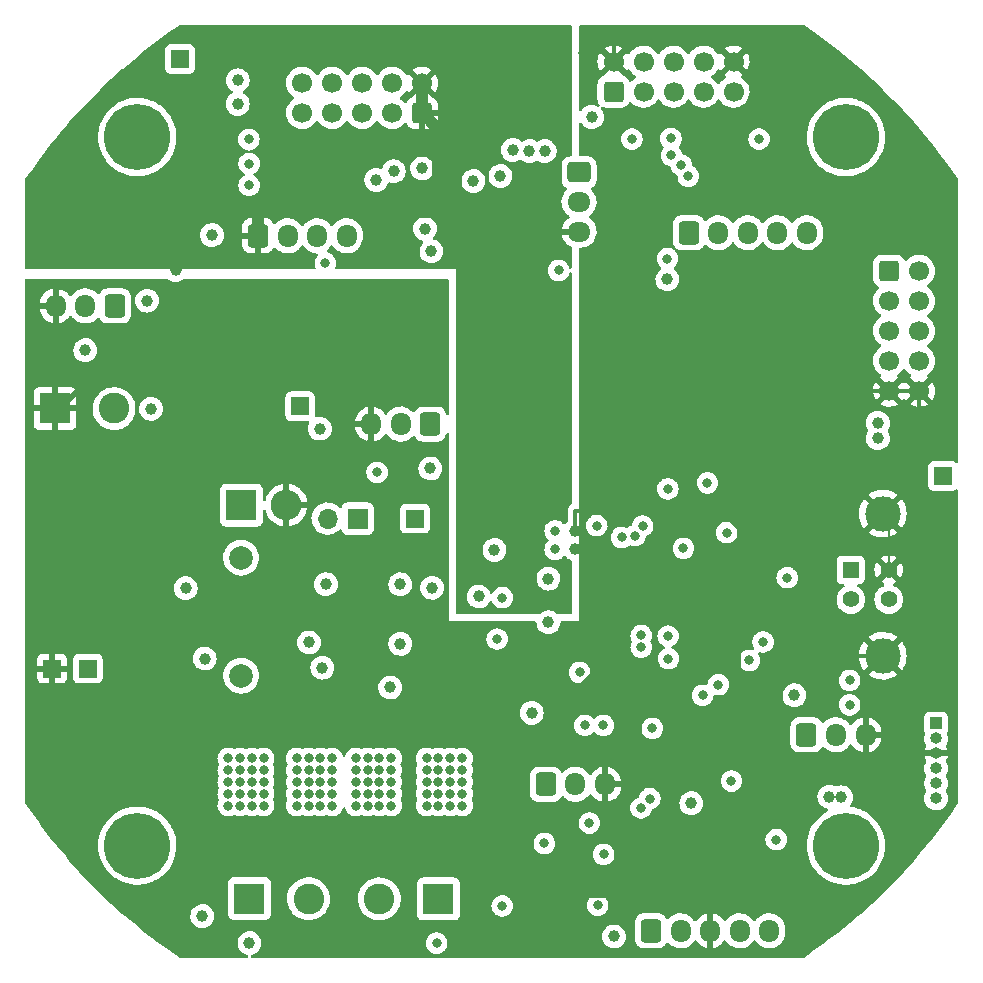
<source format=gbr>
%TF.GenerationSoftware,KiCad,Pcbnew,6.0.10*%
%TF.CreationDate,2023-01-12T17:29:40+03:00*%
%TF.ProjectId,nitrogen,6e697472-6f67-4656-9e2e-6b696361645f,rev?*%
%TF.SameCoordinates,Original*%
%TF.FileFunction,Copper,L2,Inr*%
%TF.FilePolarity,Positive*%
%FSLAX46Y46*%
G04 Gerber Fmt 4.6, Leading zero omitted, Abs format (unit mm)*
G04 Created by KiCad (PCBNEW 6.0.10) date 2023-01-12 17:29:40*
%MOMM*%
%LPD*%
G01*
G04 APERTURE LIST*
G04 Aperture macros list*
%AMRoundRect*
0 Rectangle with rounded corners*
0 $1 Rounding radius*
0 $2 $3 $4 $5 $6 $7 $8 $9 X,Y pos of 4 corners*
0 Add a 4 corners polygon primitive as box body*
4,1,4,$2,$3,$4,$5,$6,$7,$8,$9,$2,$3,0*
0 Add four circle primitives for the rounded corners*
1,1,$1+$1,$2,$3*
1,1,$1+$1,$4,$5*
1,1,$1+$1,$6,$7*
1,1,$1+$1,$8,$9*
0 Add four rect primitives between the rounded corners*
20,1,$1+$1,$2,$3,$4,$5,0*
20,1,$1+$1,$4,$5,$6,$7,0*
20,1,$1+$1,$6,$7,$8,$9,0*
20,1,$1+$1,$8,$9,$2,$3,0*%
G04 Aperture macros list end*
%TA.AperFunction,ComponentPad*%
%ADD10R,1.400000X1.400000*%
%TD*%
%TA.AperFunction,ComponentPad*%
%ADD11C,1.400000*%
%TD*%
%TA.AperFunction,ComponentPad*%
%ADD12C,3.000000*%
%TD*%
%TA.AperFunction,ComponentPad*%
%ADD13C,5.600000*%
%TD*%
%TA.AperFunction,ComponentPad*%
%ADD14RoundRect,0.250000X-0.600000X-0.725000X0.600000X-0.725000X0.600000X0.725000X-0.600000X0.725000X0*%
%TD*%
%TA.AperFunction,ComponentPad*%
%ADD15O,1.700000X1.950000*%
%TD*%
%TA.AperFunction,ComponentPad*%
%ADD16C,2.600000*%
%TD*%
%TA.AperFunction,ComponentPad*%
%ADD17R,2.600000X2.600000*%
%TD*%
%TA.AperFunction,ComponentPad*%
%ADD18R,1.500000X1.500000*%
%TD*%
%TA.AperFunction,ComponentPad*%
%ADD19O,2.600000X2.600000*%
%TD*%
%TA.AperFunction,ComponentPad*%
%ADD20RoundRect,0.250000X-0.600000X-0.600000X0.600000X-0.600000X0.600000X0.600000X-0.600000X0.600000X0*%
%TD*%
%TA.AperFunction,ComponentPad*%
%ADD21C,1.700000*%
%TD*%
%TA.AperFunction,ComponentPad*%
%ADD22RoundRect,0.250000X0.600000X-0.600000X0.600000X0.600000X-0.600000X0.600000X-0.600000X-0.600000X0*%
%TD*%
%TA.AperFunction,ComponentPad*%
%ADD23RoundRect,0.250000X0.600000X0.725000X-0.600000X0.725000X-0.600000X-0.725000X0.600000X-0.725000X0*%
%TD*%
%TA.AperFunction,ComponentPad*%
%ADD24R,1.700000X1.700000*%
%TD*%
%TA.AperFunction,ComponentPad*%
%ADD25O,1.700000X1.700000*%
%TD*%
%TA.AperFunction,ComponentPad*%
%ADD26RoundRect,0.250000X-0.725000X0.600000X-0.725000X-0.600000X0.725000X-0.600000X0.725000X0.600000X0*%
%TD*%
%TA.AperFunction,ComponentPad*%
%ADD27O,1.950000X1.700000*%
%TD*%
%TA.AperFunction,ComponentPad*%
%ADD28C,2.000000*%
%TD*%
%TA.AperFunction,ComponentPad*%
%ADD29R,1.000000X1.000000*%
%TD*%
%TA.AperFunction,ComponentPad*%
%ADD30O,1.000000X1.000000*%
%TD*%
%TA.AperFunction,ViaPad*%
%ADD31C,0.800000*%
%TD*%
%TA.AperFunction,ViaPad*%
%ADD32C,1.000000*%
%TD*%
%TA.AperFunction,Conductor*%
%ADD33C,0.300000*%
%TD*%
%TA.AperFunction,Conductor*%
%ADD34C,0.200000*%
%TD*%
%TA.AperFunction,Conductor*%
%ADD35C,0.500000*%
%TD*%
%TA.AperFunction,Conductor*%
%ADD36C,1.000000*%
%TD*%
G04 APERTURE END LIST*
D10*
%TO.N,/MCU/VB*%
%TO.C,J8*%
X169417500Y-91650000D03*
D11*
%TO.N,Net-(J8-Pad2)*%
X169417500Y-94150000D03*
%TO.N,Net-(J8-Pad3)*%
X172617500Y-94150000D03*
%TO.N,GND*%
X172617500Y-91650000D03*
D12*
X172127500Y-98920000D03*
X172127500Y-86880000D03*
%TD*%
D13*
%TO.N,N/C*%
%TO.C,H1*%
X169000000Y-55000000D03*
%TD*%
D14*
%TO.N,Net-(J15-Pad1)*%
%TO.C,J15*%
X165658800Y-105613200D03*
D15*
%TO.N,Net-(J15-Pad2)*%
X168158800Y-105613200D03*
%TO.N,GND*%
X170658800Y-105613200D03*
%TD*%
D16*
%TO.N,/P2*%
%TO.C,J3*%
X123500000Y-119490000D03*
D17*
%TO.N,/P3*%
X118500000Y-119490000D03*
%TD*%
D18*
%TO.N,Net-(C14-Pad1)*%
%TO.C,TP2*%
X122800000Y-77800000D03*
%TD*%
D17*
%TO.N,Net-(D12-Pad1)*%
%TO.C,D12*%
X117805000Y-86166000D03*
D19*
%TO.N,GND*%
X121615000Y-86166000D03*
%TD*%
D14*
%TO.N,/MCU/485B*%
%TO.C,J9*%
X152500000Y-122200000D03*
D15*
%TO.N,/MCU/485A*%
X155000000Y-122200000D03*
%TO.N,GND*%
X157500000Y-122200000D03*
%TO.N,/MCU/CANL*%
X160000000Y-122200000D03*
%TO.N,/MCU/CANH*%
X162500000Y-122200000D03*
%TD*%
D20*
%TO.N,Net-(J11-Pad1)*%
%TO.C,J11*%
X172647500Y-66320000D03*
D21*
%TO.N,Net-(J11-Pad2)*%
X175187500Y-66320000D03*
%TO.N,Net-(J11-Pad3)*%
X172647500Y-68860000D03*
%TO.N,Net-(J11-Pad4)*%
X175187500Y-68860000D03*
%TO.N,Net-(J11-Pad5)*%
X172647500Y-71400000D03*
%TO.N,Net-(J11-Pad6)*%
X175187500Y-71400000D03*
%TO.N,Net-(J11-Pad7)*%
X172647500Y-73940000D03*
%TO.N,Net-(J11-Pad8)*%
X175187500Y-73940000D03*
%TO.N,GND*%
X172647500Y-76480000D03*
X175187500Y-76480000D03*
%TD*%
D18*
%TO.N,+3.3VADC*%
%TO.C,TP6*%
X112623600Y-48412400D03*
%TD*%
D14*
%TO.N,GNDPWR*%
%TO.C,J6*%
X119233500Y-63359000D03*
D15*
%TO.N,Net-(J6-Pad2)*%
X121733500Y-63359000D03*
%TO.N,Net-(J6-Pad3)*%
X124233500Y-63359000D03*
%TO.N,/MCU/ADC_EXT*%
X126733500Y-63359000D03*
%TD*%
D22*
%TO.N,GNDPWR*%
%TO.C,J4*%
X133110000Y-52960000D03*
D21*
X133110000Y-50420000D03*
%TO.N,/MCU/ADC6*%
X130570000Y-52960000D03*
%TO.N,/MCU/ADC7*%
X130570000Y-50420000D03*
%TO.N,/MCU/ADC4*%
X128030000Y-52960000D03*
%TO.N,/MCU/ADC5*%
X128030000Y-50420000D03*
%TO.N,/MCU/ADC2*%
X125490000Y-52960000D03*
%TO.N,/MCU/ADC3*%
X125490000Y-50420000D03*
%TO.N,/MCU/ADC0*%
X122950000Y-52960000D03*
%TO.N,/MCU/ADC1*%
X122950000Y-50420000D03*
%TD*%
D23*
%TO.N,Net-(J5-Pad1)*%
%TO.C,J5*%
X133800000Y-79300000D03*
D15*
%TO.N,Net-(J5-Pad2)*%
X131300000Y-79300000D03*
%TO.N,GND*%
X128800000Y-79300000D03*
%TD*%
D18*
%TO.N,Net-(D5-Pad1)*%
%TO.C,TP1*%
X177200000Y-83700000D03*
%TD*%
D24*
%TO.N,Net-(J16-Pad1)*%
%TO.C,J16*%
X127650000Y-87300000D03*
D25*
%TO.N,Net-(J16-Pad2)*%
X125110000Y-87300000D03*
%TD*%
D17*
%TO.N,GND*%
%TO.C,J13*%
X102031000Y-77982000D03*
D16*
%TO.N,Vdrive*%
X107031000Y-77982000D03*
%TD*%
D26*
%TO.N,/MCU/ADC9*%
%TO.C,J1*%
X146400000Y-58000000D03*
D27*
%TO.N,/MCU/ADC8*%
X146400000Y-60500000D03*
%TO.N,GNDPWR*%
X146400000Y-63000000D03*
%TD*%
D17*
%TO.N,/P0*%
%TO.C,J2*%
X134500000Y-119500000D03*
D16*
%TO.N,/P1*%
X129500000Y-119500000D03*
%TD*%
D18*
%TO.N,+5V*%
%TO.C,TP4*%
X104800000Y-100000000D03*
%TD*%
D22*
%TO.N,Net-(J10-Pad1)*%
%TO.C,J10*%
X149320000Y-51152500D03*
D21*
%TO.N,GND*%
X149320000Y-48612500D03*
%TO.N,Net-(J10-Pad3)*%
X151860000Y-51152500D03*
%TO.N,Net-(J10-Pad4)*%
X151860000Y-48612500D03*
%TO.N,Net-(J10-Pad5)*%
X154400000Y-51152500D03*
%TO.N,Net-(J10-Pad6)*%
X154400000Y-48612500D03*
%TO.N,Net-(J10-Pad7)*%
X156940000Y-51152500D03*
%TO.N,Net-(J10-Pad8)*%
X156940000Y-48612500D03*
%TO.N,Net-(J10-Pad9)*%
X159480000Y-51152500D03*
%TO.N,GND*%
X159480000Y-48612500D03*
%TD*%
D13*
%TO.N,N/C*%
%TO.C,H3*%
X109000000Y-115000000D03*
%TD*%
%TO.N,N/C*%
%TO.C,H4*%
X169000000Y-115000000D03*
%TD*%
D18*
%TO.N,GND*%
%TO.C,TP3*%
X101800000Y-100000000D03*
%TD*%
%TO.N,+3.3V*%
%TO.C,TP5*%
X132500000Y-87300000D03*
%TD*%
D14*
%TO.N,Net-(J18-Pad1)*%
%TO.C,J18*%
X155700000Y-63100000D03*
D15*
%TO.N,Net-(J18-Pad2)*%
X158200000Y-63100000D03*
%TO.N,Net-(J18-Pad3)*%
X160700000Y-63100000D03*
%TO.N,Net-(J18-Pad4)*%
X163200000Y-63100000D03*
%TO.N,Net-(J18-Pad5)*%
X165700000Y-63100000D03*
%TD*%
D14*
%TO.N,Net-(J14-Pad1)*%
%TO.C,J14*%
X143600000Y-109800000D03*
D15*
%TO.N,Net-(J14-Pad2)*%
X146100000Y-109800000D03*
%TO.N,GND*%
X148600000Y-109800000D03*
%TD*%
D28*
%TO.N,+5V*%
%TO.C,L1*%
X117785000Y-100611000D03*
%TO.N,Net-(D12-Pad1)*%
X117785000Y-90611000D03*
%TD*%
D29*
%TO.N,/MCU/SWCLK*%
%TO.C,J7*%
X176631600Y-104648000D03*
D30*
%TO.N,/MCU/SWDIO*%
X176631600Y-105918000D03*
%TO.N,GND*%
X176631600Y-107188000D03*
%TO.N,Net-(J7-Pad4)*%
X176631600Y-108458000D03*
%TO.N,/MCU/BOOT0*%
X176631600Y-109728000D03*
%TO.N,/MCU/NRST*%
X176631600Y-110998000D03*
%TD*%
D13*
%TO.N,N/C*%
%TO.C,H2*%
X109000000Y-55000000D03*
%TD*%
D23*
%TO.N,Net-(J12-Pad1)*%
%TO.C,J12*%
X107100000Y-69300000D03*
D15*
%TO.N,Net-(J12-Pad2)*%
X104600000Y-69300000D03*
%TO.N,GND*%
X102100000Y-69300000D03*
%TD*%
D31*
%TO.N,/MCU/MCU3v3*%
X164024000Y-92314000D03*
D32*
%TO.N,GND*%
X165811200Y-97739200D03*
D31*
%TO.N,/MCU/VB*%
X161981300Y-97739200D03*
D32*
%TO.N,/MCU/MCU3v3*%
X164642800Y-102260400D03*
%TO.N,Vdrive*%
X114500000Y-120958000D03*
D31*
%TO.N,Net-(C21-Pad1)*%
X118450000Y-55200000D03*
X118465600Y-57253500D03*
%TO.N,VADCon*%
X118465600Y-59078500D03*
D32*
%TO.N,+3.3V*%
X147487500Y-53300000D03*
X124460000Y-79705200D03*
X133958062Y-93159438D03*
X133908800Y-64668400D03*
X104597200Y-73048500D03*
X153887500Y-67041700D03*
X149352000Y-122682000D03*
X124967600Y-92862400D03*
D31*
X153887500Y-65300000D03*
D32*
X131267600Y-92862400D03*
X131267600Y-97905700D03*
D31*
%TO.N,GND*%
X101700000Y-95800000D03*
X103200000Y-91300000D03*
X103200000Y-92800000D03*
D32*
X153492200Y-113893600D03*
D31*
X100200000Y-86800000D03*
X104700000Y-86800000D03*
X101700000Y-88300000D03*
D32*
X161188400Y-116941600D03*
X128574800Y-97383600D03*
X137718800Y-97485200D03*
D31*
X103200000Y-94300000D03*
D32*
X155905200Y-109678300D03*
D31*
X106200000Y-94300000D03*
D32*
X117551200Y-105003600D03*
D31*
X100200000Y-94300000D03*
D32*
X124967600Y-90562400D03*
X117551200Y-103784400D03*
X109600000Y-99150000D03*
X161695300Y-107391200D03*
X128574800Y-103784400D03*
D31*
X101700000Y-89800000D03*
D32*
X146800000Y-47900000D03*
X127203200Y-105765600D03*
D31*
X107700000Y-91300000D03*
D32*
X146099700Y-89916000D03*
D31*
X107700000Y-94300000D03*
D32*
X163068000Y-112674400D03*
D31*
X101700000Y-86800000D03*
X100200000Y-92800000D03*
D32*
X125845506Y-105770608D03*
D31*
X107700000Y-89800000D03*
X107700000Y-88300000D03*
X103200000Y-88300000D03*
X100200000Y-95800000D03*
X100200000Y-88300000D03*
D32*
X148285200Y-99161600D03*
D31*
X104700000Y-94300000D03*
X103200000Y-95800000D03*
D32*
X127700000Y-81587500D03*
X155550700Y-84277200D03*
D31*
X104700000Y-91300000D03*
X106200000Y-89800000D03*
D32*
X159917300Y-101371400D03*
D31*
X106200000Y-92800000D03*
X107700000Y-95800000D03*
D32*
X138277600Y-103784400D03*
X118674000Y-77901000D03*
D31*
X104700000Y-92800000D03*
X104700000Y-88300000D03*
D32*
X128574800Y-105003600D03*
D31*
X106200000Y-88300000D03*
D32*
X127220000Y-103800000D03*
D31*
X106200000Y-86800000D03*
D32*
X146099700Y-88341200D03*
X125848300Y-103800000D03*
X144118500Y-103824900D03*
D31*
X101700000Y-94300000D03*
X107700000Y-92800000D03*
X101700000Y-92800000D03*
X101700000Y-91300000D03*
X104700000Y-89800000D03*
X106200000Y-91300000D03*
X100200000Y-91300000D03*
D32*
X136780000Y-103800000D03*
D31*
X104700000Y-95800000D03*
X107700000Y-86800000D03*
X103200000Y-89800000D03*
X106200000Y-95800000D03*
X103200000Y-86800000D03*
D32*
X138277600Y-105359200D03*
X116230400Y-103784400D03*
X143459200Y-119938800D03*
D31*
X100200000Y-89800000D03*
D32*
X155600400Y-72136000D03*
X162356800Y-72136000D03*
%TO.N,/MCU/OSC_IN*%
X143814800Y-96084000D03*
%TO.N,/MCU/OSC_OUT*%
X143814800Y-92384000D03*
D31*
%TO.N,/MCU/NRST*%
X169316400Y-100990400D03*
X139900000Y-94000000D03*
X169316400Y-103073200D03*
%TO.N,/MCU/BOOT0*%
X156870400Y-102260400D03*
X146456400Y-100330000D03*
%TO.N,/MCU/MCU3v3*%
X158191200Y-101371400D03*
D32*
X142393500Y-103759000D03*
D31*
X144374700Y-89916000D03*
X144374700Y-88341200D03*
D32*
X155905200Y-111403300D03*
D31*
X139462500Y-97500000D03*
X157275700Y-84277200D03*
D32*
X137900000Y-93900000D03*
%TO.N,+5V*%
X171700000Y-79200000D03*
X167589200Y-110845600D03*
X109829600Y-68847800D03*
X113100000Y-93200000D03*
X123531800Y-97790000D03*
X133807200Y-83056100D03*
X115317900Y-63296800D03*
X114700000Y-99150000D03*
X171700000Y-80500000D03*
X168599312Y-110900688D03*
%TO.N,GNDPWR*%
X121300000Y-56600000D03*
X112250000Y-66262500D03*
X139242800Y-88239600D03*
X100700000Y-59600000D03*
X109800000Y-59900000D03*
X144700000Y-47900000D03*
D31*
%TO.N,Vdrive*%
X139900000Y-120100000D03*
D32*
X118500000Y-123250000D03*
D31*
X134350000Y-123250000D03*
D32*
X110165000Y-78003000D03*
%TO.N,/MCU/ADC2*%
X140800688Y-56099312D03*
%TO.N,/MCU/ADC4*%
X143500000Y-56200000D03*
%TO.N,/MCU/ADC6*%
X130700000Y-57900000D03*
%TO.N,/MCU/ADC8*%
X133110000Y-57660000D03*
%TO.N,/MCU/ADC9*%
X139750800Y-58300000D03*
%TO.N,/MCU/ADC7*%
X137464800Y-58724800D03*
%TO.N,/MCU/ADC5*%
X129235200Y-58623200D03*
%TO.N,/MCU/ADC3*%
X142200000Y-56200000D03*
D31*
%TO.N,/MCU/SWDIO*%
X160832800Y-99314000D03*
D32*
%TO.N,+3.3VADC*%
X133350000Y-62750000D03*
X117500000Y-50200000D03*
X139242800Y-89964600D03*
X117500000Y-52200000D03*
%TO.N,PWM3*%
X124663200Y-99923600D03*
%TO.N,PWM1*%
X130405500Y-101600000D03*
D31*
%TO.N,/MCU/Buzzer*%
X147900000Y-87900000D03*
X129300000Y-83400000D03*
%TO.N,/MCU/SPI2_MISO*%
X150012400Y-88900000D03*
X150876000Y-55168800D03*
%TO.N,/MCU/SPI2_SCK*%
X158902400Y-88493600D03*
X161645600Y-55168800D03*
%TO.N,/MCU/I2C1_SCL*%
X148463000Y-104800400D03*
X152391000Y-111016098D03*
%TO.N,/MCU/I2C1_SDA*%
X151649500Y-111800000D03*
X146888200Y-104800400D03*
%TO.N,/MCU/SCRN_DCRS*%
X153924000Y-84785200D03*
X155651200Y-58318400D03*
%TO.N,/MCU/SPI2_MOSI*%
X155244800Y-89814400D03*
X155041600Y-57353200D03*
%TO.N,/MCU/SCRN_RST*%
X151790400Y-87934800D03*
X154228800Y-56540400D03*
%TO.N,/MCU/SPI2_NSS*%
X151130000Y-88747600D03*
X154178000Y-55118000D03*
%TO.N,/MCU/CAN_RX*%
X159308800Y-109524800D03*
%TO.N,/MCU/CAN_TX*%
X152603200Y-105054400D03*
%TO.N,/MCU/U2Rx*%
X147269200Y-113080800D03*
%TO.N,/MCU/DE*%
X148488400Y-115722400D03*
%TO.N,/MCU/U2Tx*%
X143459200Y-114808000D03*
%TO.N,/P2*%
X124500000Y-111600000D03*
X123500000Y-109600000D03*
X124500000Y-109600000D03*
X125500000Y-110600000D03*
X122500000Y-109600000D03*
X125500000Y-108600000D03*
X122500000Y-107600000D03*
X122500000Y-110600000D03*
X123500000Y-111600000D03*
X125500000Y-111600000D03*
X122500000Y-111600000D03*
X122500000Y-108600000D03*
X124500000Y-107600000D03*
X125500000Y-107600000D03*
X123500000Y-110600000D03*
X124500000Y-108600000D03*
X123500000Y-108600000D03*
X125500000Y-109600000D03*
X123500000Y-107600000D03*
X124500000Y-110600000D03*
%TO.N,/P3*%
X116700000Y-107600000D03*
X118700000Y-109600000D03*
X116700000Y-108600000D03*
X118700000Y-110600000D03*
X117700000Y-110600000D03*
X119700000Y-111600000D03*
X116700000Y-111600000D03*
X119700000Y-109600000D03*
X119700000Y-108600000D03*
X117700000Y-111600000D03*
X118700000Y-108600000D03*
X117700000Y-107600000D03*
X118700000Y-111600000D03*
X116700000Y-109600000D03*
X119700000Y-110600000D03*
X116700000Y-110600000D03*
X118700000Y-107600000D03*
X117700000Y-109600000D03*
X119700000Y-107600000D03*
X117700000Y-108600000D03*
%TO.N,/P1*%
X130500000Y-111600000D03*
X128500000Y-109600000D03*
X128500000Y-108600000D03*
X127500000Y-108600000D03*
X129500000Y-110600000D03*
X127500000Y-109600000D03*
X129500000Y-108600000D03*
X130500000Y-109600000D03*
X127500000Y-111600000D03*
X130500000Y-107600000D03*
X130500000Y-108600000D03*
X130500000Y-110600000D03*
X129500000Y-109600000D03*
X127500000Y-110600000D03*
X129500000Y-111600000D03*
X127500000Y-107600000D03*
X128500000Y-107600000D03*
X128500000Y-110600000D03*
X128500000Y-111600000D03*
X129500000Y-107600000D03*
%TO.N,/P0*%
X135500000Y-110600000D03*
X136500000Y-109600000D03*
X135500000Y-111600000D03*
X135500000Y-109600000D03*
X134500000Y-108600000D03*
X133500000Y-108600000D03*
X133500000Y-107600000D03*
X136500000Y-111600000D03*
X136500000Y-107600000D03*
X134500000Y-107600000D03*
X134500000Y-109600000D03*
X136500000Y-108600000D03*
X135500000Y-108600000D03*
X133500000Y-111600000D03*
X134500000Y-111600000D03*
X134500000Y-110600000D03*
X133500000Y-109600000D03*
X136500000Y-110600000D03*
X133500000Y-110600000D03*
X135500000Y-107600000D03*
%TO.N,Net-(R44-Pad2)*%
X163100000Y-114486900D03*
%TO.N,Net-(C4-Pad2)*%
X147980400Y-120040400D03*
%TO.N,Net-(D8-Pad1)*%
X124921000Y-65659000D03*
X144678400Y-66294000D03*
%TO.N,/MCU/Tx*%
X151668900Y-97196897D03*
%TO.N,/MCU/Rx*%
X151668900Y-98196400D03*
%TO.N,/MCU/SCL*%
X153943900Y-97246400D03*
%TO.N,/MCU/SDA*%
X153974800Y-99161600D03*
%TD*%
D33*
%TO.N,GND*%
X172127500Y-98920000D02*
X166992000Y-98920000D01*
X166992000Y-98920000D02*
X165811200Y-97739200D01*
D34*
X175187500Y-82867500D02*
X175187500Y-83820000D01*
X175187500Y-83820000D02*
X172127500Y-86880000D01*
X172617500Y-91650000D02*
X172617500Y-87370000D01*
X172617500Y-87370000D02*
X172127500Y-86880000D01*
X172127500Y-98920000D02*
X174802800Y-96244700D01*
X174802800Y-96244700D02*
X174802800Y-93835300D01*
X174802800Y-93835300D02*
X172617500Y-91650000D01*
X176400000Y-101200000D02*
X174407500Y-101200000D01*
X174407500Y-101200000D02*
X172127500Y-98920000D01*
D33*
X177444400Y-107188000D02*
X178003200Y-106629200D01*
X175187500Y-76480000D02*
X177292000Y-74375500D01*
X114234400Y-103784400D02*
X114234400Y-101234400D01*
X143103600Y-105359200D02*
X138277600Y-105359200D01*
D35*
X128574800Y-105003600D02*
X129778400Y-103800000D01*
D34*
X148116400Y-46583600D02*
X146800000Y-47900000D01*
D33*
X172059600Y-59994800D02*
X166621600Y-59994800D01*
X157500000Y-120630000D02*
X158826200Y-119303800D01*
X159917300Y-101371400D02*
X159917300Y-96518900D01*
D34*
X157550700Y-85849300D02*
X157564800Y-85835200D01*
D33*
X146099700Y-86665900D02*
X146099700Y-88341200D01*
X155550700Y-72185700D02*
X155600400Y-72136000D01*
X155905200Y-109678300D02*
X155905200Y-107492800D01*
D35*
X127220000Y-102378800D02*
X127220000Y-98738400D01*
D34*
X155550700Y-85849300D02*
X157550700Y-85849300D01*
D33*
X136780000Y-103800000D02*
X136780000Y-102488000D01*
X159917300Y-88187700D02*
X157564800Y-85835200D01*
D35*
X102474000Y-77982000D02*
X106863000Y-73593000D01*
X127220000Y-103800000D02*
X127220000Y-102548400D01*
X125078498Y-105003600D02*
X125845506Y-105770608D01*
D33*
X125848300Y-103800000D02*
X125968400Y-103800000D01*
D35*
X102031000Y-77982000D02*
X102474000Y-77982000D01*
D33*
X159917300Y-94117300D02*
X159917300Y-88187700D01*
X171986800Y-105613200D02*
X176400000Y-101200000D01*
D35*
X118674000Y-77901000D02*
X112101000Y-77901000D01*
X127812800Y-105765600D02*
X128574800Y-105003600D01*
D33*
X161188400Y-112623600D02*
X161188400Y-107898100D01*
X150063200Y-46583600D02*
X157451100Y-46583600D01*
X121615000Y-80842000D02*
X126954500Y-80842000D01*
X122262400Y-90562400D02*
X121615000Y-89915000D01*
X126954500Y-80842000D02*
X127700000Y-81587500D01*
X112150000Y-99150000D02*
X109600000Y-99150000D01*
X162000000Y-51132500D02*
X159480000Y-48612500D01*
X114234400Y-101234400D02*
X112150000Y-99150000D01*
X155550700Y-84277200D02*
X155550700Y-72185700D01*
D34*
X102031000Y-82631000D02*
X102031000Y-77982000D01*
D33*
X153492200Y-113893600D02*
X153492200Y-107467400D01*
X161239200Y-112674400D02*
X161188400Y-112623600D01*
X138277600Y-103784400D02*
X136981200Y-102488000D01*
X149320000Y-47326800D02*
X150063200Y-46583600D01*
X178003200Y-106629200D02*
X178003200Y-102803200D01*
X136780000Y-102488000D02*
X136780000Y-98424000D01*
X176631600Y-107188000D02*
X177444400Y-107188000D01*
X166621600Y-59994800D02*
X164387600Y-57760800D01*
X153416000Y-107391200D02*
X155803600Y-107391200D01*
X157500000Y-122200000D02*
X157500000Y-120630000D01*
D35*
X112101000Y-77901000D02*
X107793000Y-73593000D01*
D33*
X146099700Y-86665900D02*
X154989700Y-86665900D01*
X155550700Y-86104900D02*
X155550700Y-85849300D01*
X148285200Y-99161600D02*
X148285200Y-99658200D01*
X155550700Y-85849300D02*
X155550700Y-84277200D01*
X121615000Y-89915000D02*
X121615000Y-86166000D01*
X177292000Y-74375500D02*
X177292000Y-65227200D01*
X177292000Y-65227200D02*
X172059600Y-59994800D01*
D34*
X128800000Y-79300000D02*
X128800000Y-80487500D01*
D33*
X153492200Y-107467400D02*
X153416000Y-107391200D01*
X158796289Y-119273889D02*
X158826200Y-119303800D01*
X124967600Y-90562400D02*
X122262400Y-90562400D01*
X144118500Y-103824900D02*
X144118500Y-104344300D01*
X170658800Y-105613200D02*
X171986800Y-105613200D01*
X128574800Y-102514400D02*
X128574800Y-103784400D01*
X157451100Y-46583600D02*
X159480000Y-48612500D01*
D35*
X127220000Y-98738400D02*
X128574800Y-97383600D01*
D34*
X106200000Y-86800000D02*
X102031000Y-82631000D01*
D33*
X148508800Y-107391200D02*
X144983200Y-107391200D01*
X154989700Y-86665900D02*
X155550700Y-86104900D01*
X158826200Y-119303800D02*
X161188400Y-116941600D01*
X144118500Y-104344300D02*
X143103600Y-105359200D01*
X172647500Y-76480000D02*
X166700800Y-76480000D01*
X127220000Y-102378800D02*
X128439200Y-102378800D01*
X175187500Y-76480000D02*
X175187500Y-82867500D01*
D35*
X107793000Y-73593000D02*
X106863000Y-73593000D01*
D34*
X146099700Y-89916000D02*
X150301000Y-94117300D01*
D33*
X161188400Y-107898100D02*
X161695300Y-107391200D01*
D35*
X117551200Y-105003600D02*
X125078498Y-105003600D01*
D33*
X178003200Y-102803200D02*
X176400000Y-101200000D01*
D35*
X127220000Y-102548400D02*
X127220000Y-102378800D01*
D33*
X136981200Y-102488000D02*
X136780000Y-102488000D01*
X125968400Y-103800000D02*
X127220000Y-102548400D01*
X163068000Y-112674400D02*
X161239200Y-112674400D01*
X148600000Y-109800000D02*
X148600000Y-107482400D01*
X116230400Y-103784400D02*
X114234400Y-103784400D01*
X166700800Y-76480000D02*
X162356800Y-72136000D01*
D35*
X127203200Y-105765600D02*
X127812800Y-105765600D01*
D33*
X162000000Y-51132500D02*
X164387600Y-53520100D01*
X161188400Y-116941600D02*
X161188400Y-112623600D01*
X164387600Y-53520100D02*
X164387600Y-57760800D01*
D34*
X150063200Y-46583600D02*
X148116400Y-46583600D01*
D33*
X144983200Y-107391200D02*
X143103600Y-105511600D01*
D34*
X128800000Y-80487500D02*
X127700000Y-81587500D01*
D33*
X128439200Y-102378800D02*
X128574800Y-102514400D01*
X161695300Y-107391200D02*
X161695300Y-103149400D01*
X155803600Y-107391200D02*
X161695300Y-107391200D01*
X136780000Y-98424000D02*
X137718800Y-97485200D01*
X172647500Y-76480000D02*
X175187500Y-76480000D01*
X148600000Y-107482400D02*
X148508800Y-107391200D01*
D35*
X121615000Y-86166000D02*
X121615000Y-80842000D01*
D33*
X143103600Y-105511600D02*
X143103600Y-105359200D01*
D34*
X150301000Y-94117300D02*
X159917300Y-94117300D01*
D33*
X159917300Y-96518900D02*
X159917300Y-94117300D01*
X148508800Y-107391200D02*
X153416000Y-107391200D01*
X155905200Y-107492800D02*
X155803600Y-107391200D01*
X148285200Y-99658200D02*
X144118500Y-103824900D01*
X149320000Y-48612500D02*
X149320000Y-47326800D01*
D35*
X121615000Y-80842000D02*
X118674000Y-77901000D01*
D33*
X143459200Y-119938800D02*
X144124111Y-119273889D01*
X161695300Y-103149400D02*
X159917300Y-101371400D01*
D35*
X129778400Y-103800000D02*
X136780000Y-103800000D01*
D33*
X159923683Y-96525283D02*
X159917300Y-96518900D01*
X144124111Y-119273889D02*
X158796289Y-119273889D01*
%TO.N,GNDPWR*%
X112527700Y-61372300D02*
X112527700Y-65984800D01*
X112527700Y-61372300D02*
X111272300Y-61372300D01*
D36*
X134500000Y-60900000D02*
X134500000Y-54320000D01*
X119233500Y-61372300D02*
X121227700Y-61372300D01*
X134500000Y-54320000D02*
X133080000Y-52900000D01*
D34*
X121300000Y-56600000D02*
X121300000Y-61300000D01*
D33*
X119233500Y-61372300D02*
X112527700Y-61372300D01*
D36*
X134027700Y-61372300D02*
X134500000Y-60900000D01*
D34*
X121300000Y-61300000D02*
X121227700Y-61372300D01*
D36*
X121227700Y-61372300D02*
X134027700Y-61372300D01*
D33*
X101000000Y-59900000D02*
X109800000Y-59900000D01*
X111272300Y-61372300D02*
X109800000Y-59900000D01*
D36*
X119233500Y-63359000D02*
X119233500Y-61372300D01*
X133080000Y-50360000D02*
X133080000Y-52900000D01*
D33*
X100700000Y-59600000D02*
X101000000Y-59900000D01*
X112527700Y-65984800D02*
X112250000Y-66262500D01*
%TD*%
%TA.AperFunction,Conductor*%
%TO.N,GNDPWR*%
G36*
X145742121Y-45528522D02*
G01*
X145788614Y-45582178D01*
X145800000Y-45634520D01*
X145800000Y-47760401D01*
X145799215Y-47774446D01*
X145786719Y-47885851D01*
X145787235Y-47891995D01*
X145799558Y-48038751D01*
X145800000Y-48049294D01*
X145800000Y-56515500D01*
X145779998Y-56583621D01*
X145726342Y-56630114D01*
X145674000Y-56641500D01*
X145624600Y-56641500D01*
X145621354Y-56641837D01*
X145621350Y-56641837D01*
X145525692Y-56651762D01*
X145525688Y-56651763D01*
X145518834Y-56652474D01*
X145512298Y-56654655D01*
X145512296Y-56654655D01*
X145437057Y-56679757D01*
X145351054Y-56708450D01*
X145200652Y-56801522D01*
X145075695Y-56926697D01*
X145071855Y-56932927D01*
X145071854Y-56932928D01*
X144991324Y-57063572D01*
X144982885Y-57077262D01*
X144978733Y-57089781D01*
X144937811Y-57213158D01*
X144927203Y-57245139D01*
X144926503Y-57251975D01*
X144926502Y-57251978D01*
X144924604Y-57270504D01*
X144916500Y-57349600D01*
X144916500Y-58650400D01*
X144916837Y-58653646D01*
X144916837Y-58653650D01*
X144924220Y-58724800D01*
X144927474Y-58756166D01*
X144929655Y-58762702D01*
X144929655Y-58762704D01*
X144958233Y-58848362D01*
X144983450Y-58923946D01*
X145076522Y-59074348D01*
X145201697Y-59199305D01*
X145347340Y-59289081D01*
X145394832Y-59341852D01*
X145406256Y-59411924D01*
X145377982Y-59477048D01*
X145368195Y-59487510D01*
X145253865Y-59596576D01*
X145116246Y-59781542D01*
X145011760Y-59987051D01*
X144943393Y-60207227D01*
X144913102Y-60435774D01*
X144921751Y-60666158D01*
X144969093Y-60891791D01*
X145053776Y-61106221D01*
X145173377Y-61303317D01*
X145324477Y-61477445D01*
X145328608Y-61480832D01*
X145498627Y-61620240D01*
X145498633Y-61620244D01*
X145502755Y-61623624D01*
X145507398Y-61626267D01*
X145534735Y-61641829D01*
X145584041Y-61692912D01*
X145597902Y-61762542D01*
X145571918Y-61828613D01*
X145542768Y-61855851D01*
X145425422Y-61934852D01*
X145417130Y-61941519D01*
X145258100Y-62093228D01*
X145251059Y-62101186D01*
X145119859Y-62277525D01*
X145114255Y-62286562D01*
X145014643Y-62482484D01*
X145010643Y-62492335D01*
X144945466Y-62702240D01*
X144943183Y-62712624D01*
X144941139Y-62728043D01*
X144943335Y-62742207D01*
X144956522Y-62746000D01*
X145800000Y-62746000D01*
X145800000Y-63254000D01*
X144958808Y-63254000D01*
X144945277Y-63257973D01*
X144943752Y-63268580D01*
X144968477Y-63386421D01*
X144971537Y-63396617D01*
X145052263Y-63601029D01*
X145056994Y-63610561D01*
X145171016Y-63798462D01*
X145177280Y-63807052D01*
X145321327Y-63973052D01*
X145328958Y-63980472D01*
X145498911Y-64119826D01*
X145507678Y-64125850D01*
X145698682Y-64234576D01*
X145708348Y-64239043D01*
X145716987Y-64242178D01*
X145774197Y-64284220D01*
X145799595Y-64350519D01*
X145800000Y-64360618D01*
X145800000Y-66010431D01*
X145779998Y-66078552D01*
X145726342Y-66125045D01*
X145656068Y-66135149D01*
X145591488Y-66105655D01*
X145554167Y-66049367D01*
X145514969Y-65928729D01*
X145512927Y-65922444D01*
X145417440Y-65757056D01*
X145349462Y-65681558D01*
X145294075Y-65620045D01*
X145294074Y-65620044D01*
X145289653Y-65615134D01*
X145135152Y-65502882D01*
X145129124Y-65500198D01*
X145129122Y-65500197D01*
X144966719Y-65427891D01*
X144966718Y-65427891D01*
X144960688Y-65425206D01*
X144852741Y-65402261D01*
X144780344Y-65386872D01*
X144780339Y-65386872D01*
X144773887Y-65385500D01*
X144582913Y-65385500D01*
X144576461Y-65386872D01*
X144576456Y-65386872D01*
X144504059Y-65402261D01*
X144396112Y-65425206D01*
X144390082Y-65427891D01*
X144390081Y-65427891D01*
X144227678Y-65500197D01*
X144227676Y-65500198D01*
X144221648Y-65502882D01*
X144067147Y-65615134D01*
X144062726Y-65620044D01*
X144062725Y-65620045D01*
X144007339Y-65681558D01*
X143939360Y-65757056D01*
X143843873Y-65922444D01*
X143784858Y-66104072D01*
X143784168Y-66110633D01*
X143784168Y-66110635D01*
X143782517Y-66126342D01*
X143764896Y-66294000D01*
X143784858Y-66483928D01*
X143843873Y-66665556D01*
X143939360Y-66830944D01*
X144067147Y-66972866D01*
X144221648Y-67085118D01*
X144227676Y-67087802D01*
X144227678Y-67087803D01*
X144390081Y-67160109D01*
X144396112Y-67162794D01*
X144489512Y-67182647D01*
X144576456Y-67201128D01*
X144576461Y-67201128D01*
X144582913Y-67202500D01*
X144773887Y-67202500D01*
X144780339Y-67201128D01*
X144780344Y-67201128D01*
X144867288Y-67182647D01*
X144960688Y-67162794D01*
X144966719Y-67160109D01*
X145129122Y-67087803D01*
X145129124Y-67087802D01*
X145135152Y-67085118D01*
X145289653Y-66972866D01*
X145417440Y-66830944D01*
X145512927Y-66665556D01*
X145554167Y-66538633D01*
X145594241Y-66480027D01*
X145659637Y-66452390D01*
X145729594Y-66464497D01*
X145781900Y-66512503D01*
X145800000Y-66577569D01*
X145800000Y-86005493D01*
X145779998Y-86073614D01*
X145748062Y-86107428D01*
X145732585Y-86118673D01*
X145726037Y-86123123D01*
X145676620Y-86154484D01*
X145671192Y-86160264D01*
X145671191Y-86160265D01*
X145670432Y-86161073D01*
X145652651Y-86176749D01*
X145645343Y-86182059D01*
X145640289Y-86188168D01*
X145640288Y-86188169D01*
X145608035Y-86227155D01*
X145602804Y-86233089D01*
X145576675Y-86260915D01*
X145562728Y-86275767D01*
X145558912Y-86282709D01*
X145558908Y-86282714D01*
X145558375Y-86283684D01*
X145545048Y-86303295D01*
X145539291Y-86310254D01*
X145535916Y-86317427D01*
X145514369Y-86363215D01*
X145510776Y-86370267D01*
X145501567Y-86387019D01*
X145482576Y-86421563D01*
X145480605Y-86429241D01*
X145480604Y-86429243D01*
X145480331Y-86430308D01*
X145472297Y-86452622D01*
X145468451Y-86460795D01*
X145466966Y-86468582D01*
X145466965Y-86468584D01*
X145457482Y-86518299D01*
X145455756Y-86526020D01*
X145441200Y-86582712D01*
X145441200Y-86591745D01*
X145438968Y-86615354D01*
X145437276Y-86624224D01*
X145437774Y-86632135D01*
X145440951Y-86682635D01*
X145441200Y-86690547D01*
X145441200Y-87516175D01*
X145421198Y-87584296D01*
X145399419Y-87608517D01*
X145399884Y-87608992D01*
X145395482Y-87613303D01*
X145390675Y-87617168D01*
X145268996Y-87762179D01*
X145209889Y-87801504D01*
X145138901Y-87802630D01*
X145078841Y-87765497D01*
X145075852Y-87762177D01*
X144985953Y-87662334D01*
X144831452Y-87550082D01*
X144825424Y-87547398D01*
X144825422Y-87547397D01*
X144663019Y-87475091D01*
X144663018Y-87475091D01*
X144656988Y-87472406D01*
X144563587Y-87452553D01*
X144476644Y-87434072D01*
X144476639Y-87434072D01*
X144470187Y-87432700D01*
X144279213Y-87432700D01*
X144272761Y-87434072D01*
X144272756Y-87434072D01*
X144185813Y-87452553D01*
X144092412Y-87472406D01*
X144086382Y-87475091D01*
X144086381Y-87475091D01*
X143923978Y-87547397D01*
X143923976Y-87547398D01*
X143917948Y-87550082D01*
X143763447Y-87662334D01*
X143759029Y-87667241D01*
X143759025Y-87667245D01*
X143672757Y-87763056D01*
X143635660Y-87804256D01*
X143540173Y-87969644D01*
X143481158Y-88151272D01*
X143461196Y-88341200D01*
X143481158Y-88531128D01*
X143540173Y-88712756D01*
X143635660Y-88878144D01*
X143640078Y-88883051D01*
X143640079Y-88883052D01*
X143720094Y-88971918D01*
X143763447Y-89020066D01*
X143772530Y-89026665D01*
X143815883Y-89082888D01*
X143821957Y-89153625D01*
X143788824Y-89216416D01*
X143772531Y-89230534D01*
X143763447Y-89237134D01*
X143759029Y-89242041D01*
X143759025Y-89242045D01*
X143747079Y-89255313D01*
X143635660Y-89379056D01*
X143540173Y-89544444D01*
X143481158Y-89726072D01*
X143480468Y-89732633D01*
X143480468Y-89732635D01*
X143477589Y-89760025D01*
X143461196Y-89916000D01*
X143461886Y-89922565D01*
X143478440Y-90080064D01*
X143481158Y-90105928D01*
X143540173Y-90287556D01*
X143635660Y-90452944D01*
X143640078Y-90457851D01*
X143640079Y-90457852D01*
X143759025Y-90589955D01*
X143763447Y-90594866D01*
X143799602Y-90621134D01*
X143911255Y-90702255D01*
X143917948Y-90707118D01*
X143923976Y-90709802D01*
X143923978Y-90709803D01*
X144043587Y-90763056D01*
X144092412Y-90784794D01*
X144162732Y-90799741D01*
X144272756Y-90823128D01*
X144272761Y-90823128D01*
X144279213Y-90824500D01*
X144470187Y-90824500D01*
X144476639Y-90823128D01*
X144476644Y-90823128D01*
X144586668Y-90799741D01*
X144656988Y-90784794D01*
X144705813Y-90763056D01*
X144825422Y-90709803D01*
X144825424Y-90709802D01*
X144831452Y-90707118D01*
X144838146Y-90702255D01*
X144949798Y-90621134D01*
X144985953Y-90594866D01*
X145015186Y-90562400D01*
X145037272Y-90537871D01*
X145080253Y-90490135D01*
X145140699Y-90452895D01*
X145211682Y-90454247D01*
X145272635Y-90496181D01*
X145366906Y-90615123D01*
X145366911Y-90615128D01*
X145370735Y-90619953D01*
X145375428Y-90623947D01*
X145375429Y-90623948D01*
X145468594Y-90703237D01*
X145521350Y-90748136D01*
X145693994Y-90844624D01*
X145699856Y-90846529D01*
X145699859Y-90846530D01*
X145712938Y-90850780D01*
X145771543Y-90890854D01*
X145799179Y-90956251D01*
X145800000Y-90970612D01*
X145800000Y-95274000D01*
X145779998Y-95342121D01*
X145726342Y-95388614D01*
X145674000Y-95400000D01*
X144615319Y-95400000D01*
X144547198Y-95379998D01*
X144534223Y-95369505D01*
X144533865Y-95369938D01*
X144386225Y-95247799D01*
X144386221Y-95247797D01*
X144381475Y-95243870D01*
X144207501Y-95149802D01*
X144018568Y-95091318D01*
X144012443Y-95090674D01*
X144012442Y-95090674D01*
X143828004Y-95071289D01*
X143828002Y-95071289D01*
X143821875Y-95070645D01*
X143739376Y-95078153D01*
X143631051Y-95088011D01*
X143631048Y-95088012D01*
X143624912Y-95088570D01*
X143619006Y-95090308D01*
X143619002Y-95090309D01*
X143514267Y-95121134D01*
X143435181Y-95144410D01*
X143429723Y-95147263D01*
X143429719Y-95147265D01*
X143338947Y-95194720D01*
X143259910Y-95236040D01*
X143202699Y-95282039D01*
X143110580Y-95356104D01*
X143110576Y-95356108D01*
X143105775Y-95359968D01*
X143102274Y-95364141D01*
X143039828Y-95397394D01*
X143014336Y-95400000D01*
X136126000Y-95400000D01*
X136057879Y-95379998D01*
X136011386Y-95326342D01*
X136000000Y-95274000D01*
X136000000Y-93885851D01*
X136886719Y-93885851D01*
X136887235Y-93891995D01*
X136899003Y-94032136D01*
X136903268Y-94082934D01*
X136921007Y-94144798D01*
X136955304Y-94264403D01*
X136957783Y-94273050D01*
X136960602Y-94278535D01*
X137008409Y-94371556D01*
X137048187Y-94448956D01*
X137171035Y-94603953D01*
X137175728Y-94607947D01*
X137175729Y-94607948D01*
X137250469Y-94671556D01*
X137321650Y-94732136D01*
X137494294Y-94828624D01*
X137682392Y-94889740D01*
X137878777Y-94913158D01*
X137884912Y-94912686D01*
X137884914Y-94912686D01*
X138069830Y-94898457D01*
X138069834Y-94898456D01*
X138075972Y-94897984D01*
X138266463Y-94844798D01*
X138271967Y-94842018D01*
X138271969Y-94842017D01*
X138437495Y-94758404D01*
X138437497Y-94758403D01*
X138442996Y-94755625D01*
X138574146Y-94653160D01*
X138593991Y-94637655D01*
X138598847Y-94633861D01*
X138692489Y-94525376D01*
X138724049Y-94488813D01*
X138724050Y-94488811D01*
X138728078Y-94484145D01*
X138824875Y-94313753D01*
X138875913Y-94264403D01*
X138945531Y-94250481D01*
X139011625Y-94276407D01*
X139054263Y-94337055D01*
X139065473Y-94371556D01*
X139160960Y-94536944D01*
X139288747Y-94678866D01*
X139443248Y-94791118D01*
X139449276Y-94793802D01*
X139449278Y-94793803D01*
X139567542Y-94846457D01*
X139617712Y-94868794D01*
X139707297Y-94887836D01*
X139798056Y-94907128D01*
X139798061Y-94907128D01*
X139804513Y-94908500D01*
X139995487Y-94908500D01*
X140001939Y-94907128D01*
X140001944Y-94907128D01*
X140092703Y-94887836D01*
X140182288Y-94868794D01*
X140232458Y-94846457D01*
X140350722Y-94793803D01*
X140350724Y-94793802D01*
X140356752Y-94791118D01*
X140511253Y-94678866D01*
X140639040Y-94536944D01*
X140734527Y-94371556D01*
X140793542Y-94189928D01*
X140796959Y-94157422D01*
X140812814Y-94006565D01*
X140813504Y-94000000D01*
X140802994Y-93900000D01*
X140794232Y-93816635D01*
X140794232Y-93816633D01*
X140793542Y-93810072D01*
X140734527Y-93628444D01*
X140725137Y-93612179D01*
X140665215Y-93508392D01*
X140639040Y-93463056D01*
X140624174Y-93446545D01*
X140515675Y-93326045D01*
X140515674Y-93326044D01*
X140511253Y-93321134D01*
X140356752Y-93208882D01*
X140350724Y-93206198D01*
X140350722Y-93206197D01*
X140188319Y-93133891D01*
X140188318Y-93133891D01*
X140182288Y-93131206D01*
X140088888Y-93111353D01*
X140001944Y-93092872D01*
X140001939Y-93092872D01*
X139995487Y-93091500D01*
X139804513Y-93091500D01*
X139798061Y-93092872D01*
X139798056Y-93092872D01*
X139711112Y-93111353D01*
X139617712Y-93131206D01*
X139611682Y-93133891D01*
X139611681Y-93133891D01*
X139449278Y-93206197D01*
X139449276Y-93206198D01*
X139443248Y-93208882D01*
X139288747Y-93321134D01*
X139284326Y-93326044D01*
X139284325Y-93326045D01*
X139175827Y-93446545D01*
X139160960Y-93463056D01*
X139134785Y-93508392D01*
X139083702Y-93596870D01*
X139032319Y-93645863D01*
X138962606Y-93659299D01*
X138896695Y-93632912D01*
X138853961Y-93570287D01*
X138838698Y-93519734D01*
X138836916Y-93513831D01*
X138744066Y-93339204D01*
X138640943Y-93212763D01*
X138622960Y-93190713D01*
X138622957Y-93190710D01*
X138619065Y-93185938D01*
X138612724Y-93180692D01*
X138471425Y-93063799D01*
X138471421Y-93063797D01*
X138466675Y-93059870D01*
X138292701Y-92965802D01*
X138103768Y-92907318D01*
X138097643Y-92906674D01*
X138097642Y-92906674D01*
X137913204Y-92887289D01*
X137913202Y-92887289D01*
X137907075Y-92886645D01*
X137824576Y-92894153D01*
X137716251Y-92904011D01*
X137716248Y-92904012D01*
X137710112Y-92904570D01*
X137704206Y-92906308D01*
X137704202Y-92906309D01*
X137632279Y-92927477D01*
X137520381Y-92960410D01*
X137514923Y-92963263D01*
X137514919Y-92963265D01*
X137438595Y-93003167D01*
X137345110Y-93052040D01*
X137190975Y-93175968D01*
X137063846Y-93327474D01*
X137060879Y-93332872D01*
X137060875Y-93332877D01*
X136992008Y-93458148D01*
X136968567Y-93500787D01*
X136966706Y-93506654D01*
X136966705Y-93506656D01*
X136929887Y-93622721D01*
X136908765Y-93689306D01*
X136886719Y-93885851D01*
X136000000Y-93885851D01*
X136000000Y-92369851D01*
X142801519Y-92369851D01*
X142802035Y-92375995D01*
X142810430Y-92475968D01*
X142818068Y-92566934D01*
X142872583Y-92757050D01*
X142889685Y-92790326D01*
X142939474Y-92887204D01*
X142962987Y-92932956D01*
X143085835Y-93087953D01*
X143090528Y-93091947D01*
X143090529Y-93091948D01*
X143227927Y-93208882D01*
X143236450Y-93216136D01*
X143409094Y-93312624D01*
X143597192Y-93373740D01*
X143793577Y-93397158D01*
X143799712Y-93396686D01*
X143799714Y-93396686D01*
X143984630Y-93382457D01*
X143984634Y-93382456D01*
X143990772Y-93381984D01*
X144181263Y-93328798D01*
X144186767Y-93326018D01*
X144186769Y-93326017D01*
X144352295Y-93242404D01*
X144352297Y-93242403D01*
X144357796Y-93239625D01*
X144513647Y-93117861D01*
X144612648Y-93003167D01*
X144638849Y-92972813D01*
X144638850Y-92972811D01*
X144642878Y-92968145D01*
X144740569Y-92796179D01*
X144802997Y-92608513D01*
X144827785Y-92412295D01*
X144828180Y-92384000D01*
X144808880Y-92187167D01*
X144751716Y-91997831D01*
X144658866Y-91823204D01*
X144542862Y-91680969D01*
X144537760Y-91674713D01*
X144537757Y-91674710D01*
X144533865Y-91669938D01*
X144527524Y-91664692D01*
X144386225Y-91547799D01*
X144386221Y-91547797D01*
X144381475Y-91543870D01*
X144207501Y-91449802D01*
X144018568Y-91391318D01*
X144012443Y-91390674D01*
X144012442Y-91390674D01*
X143828004Y-91371289D01*
X143828002Y-91371289D01*
X143821875Y-91370645D01*
X143739376Y-91378153D01*
X143631051Y-91388011D01*
X143631048Y-91388012D01*
X143624912Y-91388570D01*
X143619006Y-91390308D01*
X143619002Y-91390309D01*
X143524831Y-91418025D01*
X143435181Y-91444410D01*
X143429723Y-91447263D01*
X143429719Y-91447265D01*
X143348114Y-91489928D01*
X143259910Y-91536040D01*
X143105775Y-91659968D01*
X142978646Y-91811474D01*
X142975679Y-91816872D01*
X142975675Y-91816877D01*
X142957991Y-91849045D01*
X142883367Y-91984787D01*
X142881506Y-91990654D01*
X142881505Y-91990656D01*
X142825643Y-92166756D01*
X142823565Y-92173306D01*
X142801519Y-92369851D01*
X136000000Y-92369851D01*
X136000000Y-89950451D01*
X138229519Y-89950451D01*
X138230035Y-89956595D01*
X138243102Y-90112206D01*
X138246068Y-90147534D01*
X138247767Y-90153458D01*
X138286219Y-90287556D01*
X138300583Y-90337650D01*
X138390987Y-90513556D01*
X138513835Y-90668553D01*
X138664450Y-90796736D01*
X138837094Y-90893224D01*
X139025192Y-90954340D01*
X139221577Y-90977758D01*
X139227712Y-90977286D01*
X139227714Y-90977286D01*
X139412630Y-90963057D01*
X139412634Y-90963056D01*
X139418772Y-90962584D01*
X139609263Y-90909398D01*
X139614767Y-90906618D01*
X139614769Y-90906617D01*
X139780295Y-90823004D01*
X139780297Y-90823003D01*
X139785796Y-90820225D01*
X139941647Y-90698461D01*
X140035307Y-90589955D01*
X140066849Y-90553413D01*
X140066850Y-90553411D01*
X140070878Y-90548745D01*
X140168569Y-90376779D01*
X140230997Y-90189113D01*
X140255785Y-89992895D01*
X140256180Y-89964600D01*
X140236880Y-89767767D01*
X140179716Y-89578431D01*
X140086866Y-89403804D01*
X139987557Y-89282039D01*
X139965760Y-89255313D01*
X139965757Y-89255310D01*
X139961865Y-89250538D01*
X139951594Y-89242041D01*
X139814225Y-89128399D01*
X139814221Y-89128397D01*
X139809475Y-89124470D01*
X139635501Y-89030402D01*
X139446568Y-88971918D01*
X139440443Y-88971274D01*
X139440442Y-88971274D01*
X139256004Y-88951889D01*
X139256002Y-88951889D01*
X139249875Y-88951245D01*
X139167376Y-88958753D01*
X139059051Y-88968611D01*
X139059048Y-88968612D01*
X139052912Y-88969170D01*
X139047006Y-88970908D01*
X139047002Y-88970909D01*
X138941876Y-89001849D01*
X138863181Y-89025010D01*
X138857723Y-89027863D01*
X138857719Y-89027865D01*
X138767443Y-89075061D01*
X138687910Y-89116640D01*
X138533775Y-89240568D01*
X138406646Y-89392074D01*
X138403679Y-89397472D01*
X138403675Y-89397477D01*
X138350275Y-89494613D01*
X138311367Y-89565387D01*
X138309506Y-89571254D01*
X138309505Y-89571256D01*
X138253427Y-89748036D01*
X138251565Y-89753906D01*
X138246395Y-89800000D01*
X138230210Y-89944295D01*
X138229519Y-89950451D01*
X136000000Y-89950451D01*
X136000000Y-66200000D01*
X125873353Y-66200000D01*
X125805232Y-66179998D01*
X125758739Y-66126342D01*
X125748635Y-66056068D01*
X125755954Y-66030695D01*
X125755527Y-66030556D01*
X125790655Y-65922444D01*
X125814542Y-65848928D01*
X125834504Y-65659000D01*
X125819919Y-65520229D01*
X125815232Y-65475635D01*
X125815232Y-65475633D01*
X125814542Y-65469072D01*
X125755527Y-65287444D01*
X125660040Y-65122056D01*
X125582126Y-65035523D01*
X125536675Y-64985045D01*
X125536674Y-64985044D01*
X125532253Y-64980134D01*
X125377752Y-64867882D01*
X125371724Y-64865198D01*
X125371722Y-64865197D01*
X125209319Y-64792891D01*
X125209318Y-64792891D01*
X125203288Y-64790206D01*
X125140223Y-64776801D01*
X125127662Y-64774131D01*
X125065188Y-64740402D01*
X125030867Y-64678253D01*
X125035595Y-64607414D01*
X125071278Y-64555719D01*
X125161187Y-64477701D01*
X125206912Y-64438023D01*
X125206914Y-64438021D01*
X125210945Y-64434523D01*
X125268940Y-64363793D01*
X125353740Y-64260373D01*
X125353744Y-64260367D01*
X125357124Y-64256245D01*
X125375052Y-64224750D01*
X125426132Y-64175445D01*
X125495762Y-64161583D01*
X125561833Y-64187566D01*
X125589073Y-64216716D01*
X125670941Y-64338319D01*
X125674620Y-64342176D01*
X125674622Y-64342178D01*
X125730530Y-64400784D01*
X125830076Y-64505135D01*
X126015042Y-64642754D01*
X126019793Y-64645170D01*
X126019797Y-64645172D01*
X126049739Y-64660395D01*
X126220551Y-64747240D01*
X126225645Y-64748822D01*
X126225648Y-64748823D01*
X126367570Y-64792891D01*
X126440727Y-64815607D01*
X126446016Y-64816308D01*
X126663989Y-64845198D01*
X126663994Y-64845198D01*
X126669274Y-64845898D01*
X126674603Y-64845698D01*
X126674605Y-64845698D01*
X126784466Y-64841574D01*
X126899658Y-64837249D01*
X126904968Y-64836135D01*
X127120072Y-64791002D01*
X127125291Y-64789907D01*
X127130250Y-64787949D01*
X127130252Y-64787948D01*
X127334756Y-64707185D01*
X127334758Y-64707184D01*
X127339721Y-64705224D01*
X127353777Y-64696695D01*
X127532257Y-64588390D01*
X127532256Y-64588390D01*
X127536817Y-64585623D01*
X127576997Y-64550757D01*
X127706912Y-64438023D01*
X127706914Y-64438021D01*
X127710945Y-64434523D01*
X127768940Y-64363793D01*
X127853740Y-64260373D01*
X127853744Y-64260367D01*
X127857124Y-64256245D01*
X127862615Y-64246600D01*
X127968532Y-64060529D01*
X127971175Y-64055886D01*
X128049837Y-63839175D01*
X128050787Y-63833923D01*
X128090123Y-63616392D01*
X128090124Y-63616385D01*
X128090861Y-63612308D01*
X128092000Y-63588156D01*
X128092000Y-63176110D01*
X128077420Y-63004280D01*
X128076082Y-62999125D01*
X128076081Y-62999119D01*
X128020843Y-62786297D01*
X128020842Y-62786293D01*
X128019501Y-62781128D01*
X128016638Y-62774771D01*
X127999106Y-62735851D01*
X132336719Y-62735851D01*
X132337235Y-62741995D01*
X132351891Y-62916531D01*
X132353268Y-62932934D01*
X132354967Y-62938858D01*
X132402806Y-63105692D01*
X132407783Y-63123050D01*
X132410602Y-63128535D01*
X132495278Y-63293295D01*
X132498187Y-63298956D01*
X132621035Y-63453953D01*
X132771650Y-63582136D01*
X132944294Y-63678624D01*
X133132392Y-63739740D01*
X133133286Y-63739847D01*
X133193925Y-63773134D01*
X133227810Y-63835523D01*
X133222587Y-63906327D01*
X133198493Y-63943292D01*
X133199775Y-63944368D01*
X133072646Y-64095874D01*
X133069679Y-64101272D01*
X133069675Y-64101277D01*
X133022238Y-64187566D01*
X132977367Y-64269187D01*
X132975506Y-64275054D01*
X132975505Y-64275056D01*
X132924919Y-64434523D01*
X132917565Y-64457706D01*
X132895519Y-64654251D01*
X132896035Y-64660395D01*
X132911257Y-64841672D01*
X132912068Y-64851334D01*
X132966583Y-65041450D01*
X133056987Y-65217356D01*
X133179835Y-65372353D01*
X133330450Y-65500536D01*
X133503094Y-65597024D01*
X133691192Y-65658140D01*
X133887577Y-65681558D01*
X133893712Y-65681086D01*
X133893714Y-65681086D01*
X134078630Y-65666857D01*
X134078634Y-65666856D01*
X134084772Y-65666384D01*
X134275263Y-65613198D01*
X134280767Y-65610418D01*
X134280769Y-65610417D01*
X134446295Y-65526804D01*
X134446297Y-65526803D01*
X134451796Y-65524025D01*
X134607647Y-65402261D01*
X134736878Y-65252545D01*
X134834569Y-65080579D01*
X134896997Y-64892913D01*
X134921785Y-64696695D01*
X134921988Y-64682153D01*
X134922131Y-64671923D01*
X134922131Y-64671920D01*
X134922180Y-64668400D01*
X134902880Y-64471567D01*
X134892753Y-64438023D01*
X134853867Y-64309229D01*
X134845716Y-64282231D01*
X134752866Y-64107604D01*
X134682509Y-64021338D01*
X134631760Y-63959113D01*
X134631757Y-63959110D01*
X134627865Y-63954338D01*
X134623116Y-63950409D01*
X134480225Y-63832199D01*
X134480221Y-63832197D01*
X134475475Y-63828270D01*
X134301501Y-63734202D01*
X134115532Y-63676636D01*
X134056374Y-63637385D01*
X134027826Y-63572381D01*
X134038954Y-63502262D01*
X134057408Y-63473943D01*
X134178078Y-63334145D01*
X134275769Y-63162179D01*
X134338197Y-62974513D01*
X134362985Y-62778295D01*
X134363380Y-62750000D01*
X134344080Y-62553167D01*
X134337217Y-62530434D01*
X134288697Y-62369731D01*
X134286916Y-62363831D01*
X134194066Y-62189204D01*
X134115790Y-62093228D01*
X134072960Y-62040713D01*
X134072957Y-62040710D01*
X134069065Y-62035938D01*
X134062724Y-62030692D01*
X133921425Y-61913799D01*
X133921421Y-61913797D01*
X133916675Y-61909870D01*
X133742701Y-61815802D01*
X133553768Y-61757318D01*
X133547643Y-61756674D01*
X133547642Y-61756674D01*
X133363204Y-61737289D01*
X133363202Y-61737289D01*
X133357075Y-61736645D01*
X133274576Y-61744153D01*
X133166251Y-61754011D01*
X133166248Y-61754012D01*
X133160112Y-61754570D01*
X133154206Y-61756308D01*
X133154202Y-61756309D01*
X133053317Y-61786001D01*
X132970381Y-61810410D01*
X132964923Y-61813263D01*
X132964919Y-61813265D01*
X132878394Y-61858500D01*
X132795110Y-61902040D01*
X132640975Y-62025968D01*
X132513846Y-62177474D01*
X132510879Y-62182872D01*
X132510875Y-62182877D01*
X132492269Y-62216722D01*
X132418567Y-62350787D01*
X132416706Y-62356654D01*
X132416705Y-62356656D01*
X132370826Y-62501284D01*
X132358765Y-62539306D01*
X132353432Y-62586855D01*
X132337412Y-62729677D01*
X132336719Y-62735851D01*
X127999106Y-62735851D01*
X127927007Y-62575798D01*
X127924812Y-62570925D01*
X127796059Y-62379681D01*
X127782562Y-62365532D01*
X127707228Y-62286562D01*
X127636924Y-62212865D01*
X127451958Y-62075246D01*
X127447207Y-62072830D01*
X127447203Y-62072828D01*
X127325231Y-62010815D01*
X127246449Y-61970760D01*
X127241355Y-61969178D01*
X127241352Y-61969177D01*
X127031371Y-61903976D01*
X127026273Y-61902393D01*
X127002084Y-61899187D01*
X126803011Y-61872802D01*
X126803006Y-61872802D01*
X126797726Y-61872102D01*
X126792397Y-61872302D01*
X126792395Y-61872302D01*
X126693868Y-61876001D01*
X126567342Y-61880751D01*
X126562123Y-61881846D01*
X126542349Y-61885995D01*
X126341709Y-61928093D01*
X126336750Y-61930051D01*
X126336748Y-61930052D01*
X126132244Y-62010815D01*
X126132242Y-62010816D01*
X126127279Y-62012776D01*
X126122720Y-62015543D01*
X126122717Y-62015544D01*
X126024332Y-62075246D01*
X125930183Y-62132377D01*
X125926153Y-62135874D01*
X125832984Y-62216722D01*
X125756055Y-62283477D01*
X125737636Y-62305941D01*
X125613260Y-62457627D01*
X125613256Y-62457633D01*
X125609876Y-62461755D01*
X125591948Y-62493250D01*
X125540868Y-62542555D01*
X125471238Y-62556417D01*
X125405167Y-62530434D01*
X125377927Y-62501284D01*
X125345220Y-62452703D01*
X125296059Y-62379681D01*
X125282562Y-62365532D01*
X125207228Y-62286562D01*
X125136924Y-62212865D01*
X124951958Y-62075246D01*
X124947207Y-62072830D01*
X124947203Y-62072828D01*
X124825231Y-62010815D01*
X124746449Y-61970760D01*
X124741355Y-61969178D01*
X124741352Y-61969177D01*
X124531371Y-61903976D01*
X124526273Y-61902393D01*
X124502084Y-61899187D01*
X124303011Y-61872802D01*
X124303006Y-61872802D01*
X124297726Y-61872102D01*
X124292397Y-61872302D01*
X124292395Y-61872302D01*
X124193868Y-61876001D01*
X124067342Y-61880751D01*
X124062123Y-61881846D01*
X124042349Y-61885995D01*
X123841709Y-61928093D01*
X123836750Y-61930051D01*
X123836748Y-61930052D01*
X123632244Y-62010815D01*
X123632242Y-62010816D01*
X123627279Y-62012776D01*
X123622720Y-62015543D01*
X123622717Y-62015544D01*
X123524332Y-62075246D01*
X123430183Y-62132377D01*
X123426153Y-62135874D01*
X123332984Y-62216722D01*
X123256055Y-62283477D01*
X123237636Y-62305941D01*
X123113260Y-62457627D01*
X123113256Y-62457633D01*
X123109876Y-62461755D01*
X123091948Y-62493250D01*
X123040868Y-62542555D01*
X122971238Y-62556417D01*
X122905167Y-62530434D01*
X122877927Y-62501284D01*
X122845220Y-62452703D01*
X122796059Y-62379681D01*
X122782562Y-62365532D01*
X122707228Y-62286562D01*
X122636924Y-62212865D01*
X122451958Y-62075246D01*
X122447207Y-62072830D01*
X122447203Y-62072828D01*
X122325231Y-62010815D01*
X122246449Y-61970760D01*
X122241355Y-61969178D01*
X122241352Y-61969177D01*
X122031371Y-61903976D01*
X122026273Y-61902393D01*
X122002084Y-61899187D01*
X121803011Y-61872802D01*
X121803006Y-61872802D01*
X121797726Y-61872102D01*
X121792397Y-61872302D01*
X121792395Y-61872302D01*
X121693868Y-61876001D01*
X121567342Y-61880751D01*
X121562123Y-61881846D01*
X121542349Y-61885995D01*
X121341709Y-61928093D01*
X121336750Y-61930051D01*
X121336748Y-61930052D01*
X121132244Y-62010815D01*
X121132242Y-62010816D01*
X121127279Y-62012776D01*
X121122720Y-62015543D01*
X121122717Y-62015544D01*
X121024332Y-62075246D01*
X120930183Y-62132377D01*
X120926153Y-62135874D01*
X120832984Y-62216722D01*
X120756055Y-62283477D01*
X120752668Y-62287608D01*
X120726494Y-62319529D01*
X120667834Y-62359524D01*
X120596864Y-62361455D01*
X120536116Y-62324710D01*
X120521916Y-62305941D01*
X120435437Y-62166193D01*
X120426401Y-62154792D01*
X120311671Y-62040261D01*
X120300260Y-62031249D01*
X120162257Y-61946184D01*
X120149076Y-61940037D01*
X119994790Y-61888862D01*
X119981414Y-61885995D01*
X119887062Y-61876328D01*
X119880645Y-61876000D01*
X119505615Y-61876000D01*
X119490376Y-61880475D01*
X119489171Y-61881865D01*
X119487500Y-61889548D01*
X119487500Y-64823884D01*
X119491975Y-64839123D01*
X119493365Y-64840328D01*
X119501048Y-64841999D01*
X119880595Y-64841999D01*
X119887114Y-64841662D01*
X119982706Y-64831743D01*
X119996100Y-64828851D01*
X120150284Y-64777412D01*
X120163462Y-64771239D01*
X120301307Y-64685937D01*
X120312708Y-64676901D01*
X120427239Y-64562171D01*
X120436253Y-64550757D01*
X120522223Y-64411287D01*
X120574995Y-64363793D01*
X120645066Y-64352369D01*
X120710190Y-64380643D01*
X120720649Y-64390426D01*
X120830076Y-64505135D01*
X121015042Y-64642754D01*
X121019793Y-64645170D01*
X121019797Y-64645172D01*
X121049739Y-64660395D01*
X121220551Y-64747240D01*
X121225645Y-64748822D01*
X121225648Y-64748823D01*
X121367570Y-64792891D01*
X121440727Y-64815607D01*
X121446016Y-64816308D01*
X121663989Y-64845198D01*
X121663994Y-64845198D01*
X121669274Y-64845898D01*
X121674603Y-64845698D01*
X121674605Y-64845698D01*
X121784466Y-64841574D01*
X121899658Y-64837249D01*
X121904968Y-64836135D01*
X122120072Y-64791002D01*
X122125291Y-64789907D01*
X122130250Y-64787949D01*
X122130252Y-64787948D01*
X122334756Y-64707185D01*
X122334758Y-64707184D01*
X122339721Y-64705224D01*
X122353777Y-64696695D01*
X122532257Y-64588390D01*
X122532256Y-64588390D01*
X122536817Y-64585623D01*
X122576997Y-64550757D01*
X122706912Y-64438023D01*
X122706914Y-64438021D01*
X122710945Y-64434523D01*
X122768940Y-64363793D01*
X122853740Y-64260373D01*
X122853744Y-64260367D01*
X122857124Y-64256245D01*
X122875052Y-64224750D01*
X122926132Y-64175445D01*
X122995762Y-64161583D01*
X123061833Y-64187566D01*
X123089073Y-64216716D01*
X123170941Y-64338319D01*
X123174620Y-64342176D01*
X123174622Y-64342178D01*
X123230530Y-64400784D01*
X123330076Y-64505135D01*
X123515042Y-64642754D01*
X123519793Y-64645170D01*
X123519797Y-64645172D01*
X123549739Y-64660395D01*
X123720551Y-64747240D01*
X123725645Y-64748822D01*
X123725648Y-64748823D01*
X123867570Y-64792891D01*
X123940727Y-64815607D01*
X123946016Y-64816308D01*
X124165591Y-64845410D01*
X124230493Y-64874189D01*
X124269533Y-64933488D01*
X124270316Y-65004481D01*
X124242674Y-65054626D01*
X124181960Y-65122056D01*
X124086473Y-65287444D01*
X124027458Y-65469072D01*
X124026768Y-65475633D01*
X124026768Y-65475635D01*
X124022081Y-65520229D01*
X124007496Y-65659000D01*
X124027458Y-65848928D01*
X124051345Y-65922444D01*
X124086473Y-66030556D01*
X124084871Y-66031077D01*
X124093188Y-66093120D01*
X124063080Y-66157417D01*
X124002991Y-66195229D01*
X123968647Y-66200000D01*
X99634480Y-66200000D01*
X99566359Y-66179998D01*
X99519866Y-66126342D01*
X99508480Y-66074000D01*
X99508480Y-63282651D01*
X114304619Y-63282651D01*
X114307887Y-63321571D01*
X114319339Y-63457948D01*
X114321168Y-63479734D01*
X114322867Y-63485658D01*
X114371438Y-63655045D01*
X114375683Y-63669850D01*
X114378502Y-63675335D01*
X114460006Y-63833923D01*
X114466087Y-63845756D01*
X114588935Y-64000753D01*
X114593628Y-64004747D01*
X114593629Y-64004748D01*
X114707051Y-64101277D01*
X114739550Y-64128936D01*
X114912194Y-64225424D01*
X115100292Y-64286540D01*
X115296677Y-64309958D01*
X115302812Y-64309486D01*
X115302814Y-64309486D01*
X115487730Y-64295257D01*
X115487734Y-64295256D01*
X115493872Y-64294784D01*
X115684363Y-64241598D01*
X115689867Y-64238818D01*
X115689869Y-64238817D01*
X115855395Y-64155204D01*
X115855397Y-64155203D01*
X115860896Y-64152425D01*
X115888197Y-64131095D01*
X117875501Y-64131095D01*
X117875838Y-64137614D01*
X117885757Y-64233206D01*
X117888649Y-64246600D01*
X117940088Y-64400784D01*
X117946261Y-64413962D01*
X118031563Y-64551807D01*
X118040599Y-64563208D01*
X118155329Y-64677739D01*
X118166740Y-64686751D01*
X118304743Y-64771816D01*
X118317924Y-64777963D01*
X118472210Y-64829138D01*
X118485586Y-64832005D01*
X118579938Y-64841672D01*
X118586354Y-64842000D01*
X118961385Y-64842000D01*
X118976624Y-64837525D01*
X118977829Y-64836135D01*
X118979500Y-64828452D01*
X118979500Y-63631115D01*
X118975025Y-63615876D01*
X118973635Y-63614671D01*
X118965952Y-63613000D01*
X117893616Y-63613000D01*
X117878377Y-63617475D01*
X117877172Y-63618865D01*
X117875501Y-63626548D01*
X117875501Y-64131095D01*
X115888197Y-64131095D01*
X116016747Y-64030661D01*
X116145978Y-63880945D01*
X116243669Y-63708979D01*
X116306097Y-63521313D01*
X116330885Y-63325095D01*
X116331280Y-63296800D01*
X116311980Y-63099967D01*
X116308031Y-63086885D01*
X117875500Y-63086885D01*
X117879975Y-63102124D01*
X117881365Y-63103329D01*
X117889048Y-63105000D01*
X118961385Y-63105000D01*
X118976624Y-63100525D01*
X118977829Y-63099135D01*
X118979500Y-63091452D01*
X118979500Y-61894116D01*
X118975025Y-61878877D01*
X118973635Y-61877672D01*
X118965952Y-61876001D01*
X118586405Y-61876001D01*
X118579886Y-61876338D01*
X118484294Y-61886257D01*
X118470900Y-61889149D01*
X118316716Y-61940588D01*
X118303538Y-61946761D01*
X118165693Y-62032063D01*
X118154292Y-62041099D01*
X118039761Y-62155829D01*
X118030749Y-62167240D01*
X117945684Y-62305243D01*
X117939537Y-62318424D01*
X117888362Y-62472710D01*
X117885495Y-62486086D01*
X117875828Y-62580438D01*
X117875500Y-62586855D01*
X117875500Y-63086885D01*
X116308031Y-63086885D01*
X116263338Y-62938858D01*
X116254816Y-62910631D01*
X116161966Y-62736004D01*
X116091609Y-62649738D01*
X116040860Y-62587513D01*
X116040857Y-62587510D01*
X116036965Y-62582738D01*
X116028576Y-62575798D01*
X115889325Y-62460599D01*
X115889321Y-62460597D01*
X115884575Y-62456670D01*
X115710601Y-62362602D01*
X115521668Y-62304118D01*
X115515543Y-62303474D01*
X115515542Y-62303474D01*
X115331104Y-62284089D01*
X115331102Y-62284089D01*
X115324975Y-62283445D01*
X115242476Y-62290953D01*
X115134151Y-62300811D01*
X115134148Y-62300812D01*
X115128012Y-62301370D01*
X115122106Y-62303108D01*
X115122102Y-62303109D01*
X115048708Y-62324710D01*
X114938281Y-62357210D01*
X114932823Y-62360063D01*
X114932819Y-62360065D01*
X114895298Y-62379681D01*
X114763010Y-62448840D01*
X114608875Y-62572768D01*
X114481746Y-62724274D01*
X114478779Y-62729672D01*
X114478775Y-62729677D01*
X114399995Y-62872980D01*
X114386467Y-62897587D01*
X114384606Y-62903454D01*
X114384605Y-62903456D01*
X114360208Y-62980365D01*
X114326665Y-63086106D01*
X114304619Y-63282651D01*
X99508480Y-63282651D01*
X99508480Y-58662829D01*
X99530408Y-58591801D01*
X99781438Y-58223987D01*
X100135695Y-57704925D01*
X100137607Y-57702201D01*
X100145121Y-57691799D01*
X100876103Y-56679756D01*
X100878104Y-56677062D01*
X100900905Y-56647204D01*
X101643573Y-55674660D01*
X101645606Y-55672071D01*
X102197099Y-54988434D01*
X105686661Y-54988434D01*
X105686833Y-54991829D01*
X105686833Y-54991830D01*
X105699980Y-55251352D01*
X105704792Y-55346340D01*
X105705329Y-55349695D01*
X105705330Y-55349701D01*
X105741782Y-55577279D01*
X105761470Y-55700195D01*
X105856033Y-56045859D01*
X105987374Y-56379288D01*
X106007905Y-56418393D01*
X106145124Y-56679757D01*
X106153957Y-56696582D01*
X106155858Y-56699411D01*
X106155864Y-56699421D01*
X106313800Y-56934453D01*
X106353834Y-56994029D01*
X106584665Y-57268150D01*
X106843751Y-57515738D01*
X107128061Y-57733897D01*
X107160056Y-57753350D01*
X107431355Y-57918303D01*
X107431360Y-57918306D01*
X107434270Y-57920075D01*
X107437358Y-57921521D01*
X107437357Y-57921521D01*
X107755710Y-58070649D01*
X107755720Y-58070653D01*
X107758794Y-58072093D01*
X107762012Y-58073195D01*
X107762015Y-58073196D01*
X108094615Y-58187071D01*
X108094623Y-58187073D01*
X108097838Y-58188174D01*
X108447435Y-58266959D01*
X108499728Y-58272917D01*
X108800114Y-58307142D01*
X108800122Y-58307142D01*
X108803497Y-58307527D01*
X108806901Y-58307545D01*
X108806904Y-58307545D01*
X109001227Y-58308562D01*
X109161857Y-58309403D01*
X109165243Y-58309053D01*
X109165245Y-58309053D01*
X109514932Y-58272917D01*
X109514941Y-58272916D01*
X109518324Y-58272566D01*
X109521657Y-58271852D01*
X109521660Y-58271851D01*
X109744924Y-58223987D01*
X109868727Y-58197446D01*
X110208968Y-58084922D01*
X110535066Y-57936311D01*
X110640031Y-57873987D01*
X110840262Y-57755099D01*
X110840267Y-57755096D01*
X110843207Y-57753350D01*
X110870475Y-57732877D01*
X110967537Y-57660000D01*
X111129786Y-57538180D01*
X111391451Y-57293319D01*
X111625140Y-57021630D01*
X111731750Y-56866512D01*
X111826190Y-56729101D01*
X111826195Y-56729094D01*
X111828120Y-56726292D01*
X111829732Y-56723298D01*
X111829737Y-56723290D01*
X111996395Y-56413772D01*
X111998017Y-56410760D01*
X112114220Y-56124584D01*
X112131562Y-56081877D01*
X112131564Y-56081872D01*
X112132842Y-56078724D01*
X112143142Y-56042568D01*
X112185252Y-55894737D01*
X112231020Y-55734070D01*
X112258799Y-55571556D01*
X112290829Y-55384175D01*
X112290829Y-55384173D01*
X112291401Y-55380828D01*
X112291741Y-55375280D01*
X112302461Y-55200000D01*
X117536496Y-55200000D01*
X117537186Y-55206565D01*
X117555502Y-55380828D01*
X117556458Y-55389928D01*
X117615473Y-55571556D01*
X117710960Y-55736944D01*
X117838747Y-55878866D01*
X117993248Y-55991118D01*
X117999276Y-55993802D01*
X117999278Y-55993803D01*
X118161681Y-56066109D01*
X118167712Y-56068794D01*
X118273627Y-56091307D01*
X118338804Y-56105161D01*
X118401277Y-56138890D01*
X118435599Y-56201039D01*
X118430871Y-56271878D01*
X118388595Y-56328916D01*
X118338804Y-56351655D01*
X118183312Y-56384706D01*
X118177282Y-56387391D01*
X118177281Y-56387391D01*
X118014878Y-56459697D01*
X118014876Y-56459698D01*
X118008848Y-56462382D01*
X118003507Y-56466262D01*
X118003506Y-56466263D01*
X117995112Y-56472362D01*
X117854347Y-56574634D01*
X117849926Y-56579544D01*
X117849925Y-56579545D01*
X117733859Y-56708450D01*
X117726560Y-56716556D01*
X117631073Y-56881944D01*
X117572058Y-57063572D01*
X117571368Y-57070133D01*
X117571368Y-57070135D01*
X117560651Y-57172104D01*
X117552096Y-57253500D01*
X117552786Y-57260065D01*
X117563333Y-57360410D01*
X117572058Y-57443428D01*
X117631073Y-57625056D01*
X117726560Y-57790444D01*
X117730978Y-57795351D01*
X117730979Y-57795352D01*
X117825913Y-57900787D01*
X117854347Y-57932366D01*
X117859777Y-57936311D01*
X118000476Y-58038535D01*
X118008848Y-58044618D01*
X118014874Y-58047301D01*
X118014881Y-58047305D01*
X118022941Y-58050893D01*
X118077037Y-58096873D01*
X118097687Y-58164800D01*
X118078335Y-58233108D01*
X118022941Y-58281107D01*
X118014881Y-58284695D01*
X118014874Y-58284699D01*
X118008848Y-58287382D01*
X118003507Y-58291262D01*
X118003506Y-58291263D01*
X117978539Y-58309403D01*
X117854347Y-58399634D01*
X117849926Y-58404544D01*
X117849925Y-58404545D01*
X117733273Y-58534101D01*
X117726560Y-58541556D01*
X117631073Y-58706944D01*
X117572058Y-58888572D01*
X117571368Y-58895133D01*
X117571368Y-58895135D01*
X117569474Y-58913158D01*
X117552096Y-59078500D01*
X117552786Y-59085065D01*
X117568075Y-59230528D01*
X117572058Y-59268428D01*
X117631073Y-59450056D01*
X117634376Y-59455778D01*
X117634377Y-59455779D01*
X117645491Y-59475029D01*
X117726560Y-59615444D01*
X117730978Y-59620351D01*
X117730979Y-59620352D01*
X117836447Y-59737486D01*
X117854347Y-59757366D01*
X118008848Y-59869618D01*
X118014876Y-59872302D01*
X118014878Y-59872303D01*
X118177281Y-59944609D01*
X118183312Y-59947294D01*
X118276713Y-59967147D01*
X118363656Y-59985628D01*
X118363661Y-59985628D01*
X118370113Y-59987000D01*
X118561087Y-59987000D01*
X118567539Y-59985628D01*
X118567544Y-59985628D01*
X118654487Y-59967147D01*
X118747888Y-59947294D01*
X118753919Y-59944609D01*
X118916322Y-59872303D01*
X118916324Y-59872302D01*
X118922352Y-59869618D01*
X119076853Y-59757366D01*
X119094753Y-59737486D01*
X119200221Y-59620352D01*
X119200222Y-59620351D01*
X119204640Y-59615444D01*
X119285709Y-59475029D01*
X119296823Y-59455779D01*
X119296824Y-59455778D01*
X119300127Y-59450056D01*
X119359142Y-59268428D01*
X119363126Y-59230528D01*
X119378414Y-59085065D01*
X119379104Y-59078500D01*
X119361726Y-58913158D01*
X119359832Y-58895135D01*
X119359832Y-58895133D01*
X119359142Y-58888572D01*
X119300127Y-58706944D01*
X119243608Y-58609051D01*
X128221919Y-58609051D01*
X128222435Y-58615195D01*
X128234309Y-58756599D01*
X128238468Y-58806134D01*
X128250391Y-58847713D01*
X128274037Y-58930176D01*
X128292983Y-58996250D01*
X128295802Y-59001735D01*
X128368065Y-59142342D01*
X128383387Y-59172156D01*
X128506235Y-59327153D01*
X128656850Y-59455336D01*
X128829494Y-59551824D01*
X129017592Y-59612940D01*
X129213977Y-59636358D01*
X129220112Y-59635886D01*
X129220114Y-59635886D01*
X129405030Y-59621657D01*
X129405034Y-59621656D01*
X129411172Y-59621184D01*
X129601663Y-59567998D01*
X129607167Y-59565218D01*
X129607169Y-59565217D01*
X129772695Y-59481604D01*
X129772697Y-59481603D01*
X129778196Y-59478825D01*
X129934047Y-59357061D01*
X130063278Y-59207345D01*
X130160969Y-59035379D01*
X130196549Y-58928421D01*
X130237029Y-58870099D01*
X130302617Y-58842919D01*
X130355042Y-58848362D01*
X130482392Y-58889740D01*
X130678777Y-58913158D01*
X130684912Y-58912686D01*
X130684914Y-58912686D01*
X130869830Y-58898457D01*
X130869834Y-58898456D01*
X130875972Y-58897984D01*
X131066463Y-58844798D01*
X131071967Y-58842018D01*
X131071969Y-58842017D01*
X131237495Y-58758404D01*
X131237497Y-58758403D01*
X131242996Y-58755625D01*
X131300560Y-58710651D01*
X136451519Y-58710651D01*
X136452035Y-58716795D01*
X136463083Y-58848362D01*
X136468068Y-58907734D01*
X136472717Y-58923946D01*
X136506208Y-59040742D01*
X136522583Y-59097850D01*
X136525402Y-59103335D01*
X136598105Y-59244798D01*
X136612987Y-59273756D01*
X136735835Y-59428753D01*
X136740528Y-59432747D01*
X136740529Y-59432748D01*
X136794670Y-59478825D01*
X136886450Y-59556936D01*
X137059094Y-59653424D01*
X137247192Y-59714540D01*
X137443577Y-59737958D01*
X137449712Y-59737486D01*
X137449714Y-59737486D01*
X137634630Y-59723257D01*
X137634634Y-59723256D01*
X137640772Y-59722784D01*
X137831263Y-59669598D01*
X137836767Y-59666818D01*
X137836769Y-59666817D01*
X138002295Y-59583204D01*
X138002297Y-59583203D01*
X138007796Y-59580425D01*
X138163647Y-59458661D01*
X138273713Y-59331148D01*
X138288849Y-59313613D01*
X138288850Y-59313611D01*
X138292878Y-59308945D01*
X138390569Y-59136979D01*
X138452997Y-58949313D01*
X138477785Y-58753095D01*
X138478180Y-58724800D01*
X138458880Y-58527967D01*
X138455990Y-58518393D01*
X138419536Y-58397655D01*
X138401716Y-58338631D01*
X138373653Y-58285851D01*
X138737519Y-58285851D01*
X138738035Y-58291995D01*
X138752017Y-58458505D01*
X138754068Y-58482934D01*
X138765991Y-58524513D01*
X138804399Y-58658457D01*
X138808583Y-58673050D01*
X138898987Y-58848956D01*
X139021835Y-59003953D01*
X139026528Y-59007947D01*
X139026529Y-59007948D01*
X139117142Y-59085065D01*
X139172450Y-59132136D01*
X139345094Y-59228624D01*
X139533192Y-59289740D01*
X139729577Y-59313158D01*
X139735712Y-59312686D01*
X139735714Y-59312686D01*
X139920630Y-59298457D01*
X139920634Y-59298456D01*
X139926772Y-59297984D01*
X140117263Y-59244798D01*
X140122767Y-59242018D01*
X140122769Y-59242017D01*
X140288295Y-59158404D01*
X140288297Y-59158403D01*
X140293796Y-59155625D01*
X140449647Y-59033861D01*
X140558517Y-58907734D01*
X140574849Y-58888813D01*
X140574850Y-58888811D01*
X140578878Y-58884145D01*
X140676569Y-58712179D01*
X140738997Y-58524513D01*
X140763785Y-58328295D01*
X140764180Y-58300000D01*
X140744880Y-58103167D01*
X140737144Y-58077542D01*
X140694484Y-57936249D01*
X140687716Y-57913831D01*
X140594866Y-57739204D01*
X140506224Y-57630518D01*
X140473760Y-57590713D01*
X140473757Y-57590710D01*
X140469865Y-57585938D01*
X140463524Y-57580692D01*
X140322225Y-57463799D01*
X140322221Y-57463797D01*
X140317475Y-57459870D01*
X140143501Y-57365802D01*
X139954568Y-57307318D01*
X139948443Y-57306674D01*
X139948442Y-57306674D01*
X139764004Y-57287289D01*
X139764002Y-57287289D01*
X139757875Y-57286645D01*
X139684540Y-57293319D01*
X139567051Y-57304011D01*
X139567048Y-57304012D01*
X139560912Y-57304570D01*
X139555006Y-57306308D01*
X139555002Y-57306309D01*
X139459462Y-57334428D01*
X139371181Y-57360410D01*
X139365723Y-57363263D01*
X139365719Y-57363265D01*
X139274947Y-57410720D01*
X139195910Y-57452040D01*
X139041775Y-57575968D01*
X138914646Y-57727474D01*
X138911679Y-57732872D01*
X138911675Y-57732877D01*
X138877330Y-57795352D01*
X138819367Y-57900787D01*
X138817506Y-57906654D01*
X138817505Y-57906656D01*
X138771820Y-58050674D01*
X138759565Y-58089306D01*
X138737519Y-58285851D01*
X138373653Y-58285851D01*
X138308866Y-58164004D01*
X138216436Y-58050674D01*
X138187760Y-58015513D01*
X138187757Y-58015510D01*
X138183865Y-58010738D01*
X138177524Y-58005492D01*
X138036225Y-57888599D01*
X138036221Y-57888597D01*
X138031475Y-57884670D01*
X137857501Y-57790602D01*
X137668568Y-57732118D01*
X137662443Y-57731474D01*
X137662442Y-57731474D01*
X137478004Y-57712089D01*
X137478002Y-57712089D01*
X137471875Y-57711445D01*
X137389376Y-57718953D01*
X137281051Y-57728811D01*
X137281048Y-57728812D01*
X137274912Y-57729370D01*
X137269006Y-57731108D01*
X137269002Y-57731109D01*
X137187491Y-57755099D01*
X137085181Y-57785210D01*
X137079723Y-57788063D01*
X137079719Y-57788065D01*
X136988947Y-57835520D01*
X136909910Y-57876840D01*
X136755775Y-58000768D01*
X136628646Y-58152274D01*
X136625679Y-58157672D01*
X136625675Y-58157677D01*
X136562908Y-58271851D01*
X136533367Y-58325587D01*
X136531506Y-58331454D01*
X136531505Y-58331456D01*
X136503853Y-58418625D01*
X136473565Y-58514106D01*
X136451519Y-58710651D01*
X131300560Y-58710651D01*
X131398847Y-58633861D01*
X131500905Y-58515625D01*
X131524049Y-58488813D01*
X131524050Y-58488811D01*
X131528078Y-58484145D01*
X131625769Y-58312179D01*
X131688197Y-58124513D01*
X131712985Y-57928295D01*
X131713380Y-57900000D01*
X131694080Y-57703167D01*
X131689804Y-57689002D01*
X131676775Y-57645851D01*
X132096719Y-57645851D01*
X132097235Y-57651995D01*
X132109273Y-57795352D01*
X132113268Y-57842934D01*
X132131540Y-57906656D01*
X132159881Y-58005492D01*
X132167783Y-58033050D01*
X132170602Y-58038535D01*
X132252638Y-58198158D01*
X132258187Y-58208956D01*
X132381035Y-58363953D01*
X132385728Y-58367947D01*
X132385729Y-58367948D01*
X132522261Y-58484145D01*
X132531650Y-58492136D01*
X132704294Y-58588624D01*
X132892392Y-58649740D01*
X133088777Y-58673158D01*
X133094912Y-58672686D01*
X133094914Y-58672686D01*
X133279830Y-58658457D01*
X133279834Y-58658456D01*
X133285972Y-58657984D01*
X133476463Y-58604798D01*
X133481967Y-58602018D01*
X133481969Y-58602017D01*
X133647495Y-58518404D01*
X133647497Y-58518403D01*
X133652996Y-58515625D01*
X133808847Y-58393861D01*
X133914163Y-58271851D01*
X133934049Y-58248813D01*
X133934050Y-58248811D01*
X133938078Y-58244145D01*
X134035769Y-58072179D01*
X134098197Y-57884513D01*
X134122985Y-57688295D01*
X134123380Y-57660000D01*
X134104080Y-57463167D01*
X134098121Y-57443428D01*
X134069792Y-57349600D01*
X134046916Y-57273831D01*
X133954066Y-57099204D01*
X133850002Y-56971609D01*
X133832960Y-56950713D01*
X133832957Y-56950710D01*
X133829065Y-56945938D01*
X133819053Y-56937655D01*
X133681425Y-56823799D01*
X133681421Y-56823797D01*
X133676675Y-56819870D01*
X133502701Y-56725802D01*
X133313768Y-56667318D01*
X133307643Y-56666674D01*
X133307642Y-56666674D01*
X133123204Y-56647289D01*
X133123202Y-56647289D01*
X133117075Y-56646645D01*
X133034576Y-56654153D01*
X132926251Y-56664011D01*
X132926248Y-56664012D01*
X132920112Y-56664570D01*
X132914206Y-56666308D01*
X132914202Y-56666309D01*
X132821611Y-56693560D01*
X132730381Y-56720410D01*
X132724923Y-56723263D01*
X132724919Y-56723265D01*
X132634147Y-56770720D01*
X132555110Y-56812040D01*
X132400975Y-56935968D01*
X132273846Y-57087474D01*
X132270879Y-57092872D01*
X132270875Y-57092877D01*
X132204751Y-57213158D01*
X132178567Y-57260787D01*
X132176706Y-57266654D01*
X132176705Y-57266656D01*
X132120630Y-57443428D01*
X132118765Y-57449306D01*
X132096719Y-57645851D01*
X131676775Y-57645851D01*
X131665904Y-57609845D01*
X131636916Y-57513831D01*
X131544066Y-57339204D01*
X131462024Y-57238611D01*
X131422960Y-57190713D01*
X131422957Y-57190710D01*
X131419065Y-57185938D01*
X131412724Y-57180692D01*
X131271425Y-57063799D01*
X131271421Y-57063797D01*
X131266675Y-57059870D01*
X131092701Y-56965802D01*
X130903768Y-56907318D01*
X130897643Y-56906674D01*
X130897642Y-56906674D01*
X130713204Y-56887289D01*
X130713202Y-56887289D01*
X130707075Y-56886645D01*
X130624576Y-56894153D01*
X130516251Y-56904011D01*
X130516248Y-56904012D01*
X130510112Y-56904570D01*
X130504206Y-56906308D01*
X130504202Y-56906309D01*
X130432354Y-56927455D01*
X130320381Y-56960410D01*
X130314923Y-56963263D01*
X130314919Y-56963265D01*
X130229142Y-57008109D01*
X130145110Y-57052040D01*
X129990975Y-57175968D01*
X129987011Y-57180692D01*
X129979419Y-57189740D01*
X129863846Y-57327474D01*
X129860879Y-57332872D01*
X129860875Y-57332877D01*
X129842775Y-57365802D01*
X129768567Y-57500787D01*
X129766705Y-57506656D01*
X129766704Y-57506659D01*
X129739456Y-57592556D01*
X129699793Y-57651441D01*
X129634591Y-57679533D01*
X129582096Y-57674823D01*
X129438968Y-57630518D01*
X129432843Y-57629874D01*
X129432842Y-57629874D01*
X129248404Y-57610489D01*
X129248402Y-57610489D01*
X129242275Y-57609845D01*
X129159776Y-57617353D01*
X129051451Y-57627211D01*
X129051448Y-57627212D01*
X129045312Y-57627770D01*
X129039406Y-57629508D01*
X129039402Y-57629509D01*
X128963001Y-57651995D01*
X128855581Y-57683610D01*
X128850123Y-57686463D01*
X128850119Y-57686465D01*
X128801106Y-57712089D01*
X128680310Y-57775240D01*
X128526175Y-57899168D01*
X128399046Y-58050674D01*
X128396079Y-58056072D01*
X128396075Y-58056077D01*
X128325680Y-58184127D01*
X128303767Y-58223987D01*
X128301906Y-58229854D01*
X128301905Y-58229856D01*
X128249280Y-58395751D01*
X128243965Y-58412506D01*
X128221919Y-58609051D01*
X119243608Y-58609051D01*
X119204640Y-58541556D01*
X119197928Y-58534101D01*
X119081275Y-58404545D01*
X119081274Y-58404544D01*
X119076853Y-58399634D01*
X118952661Y-58309403D01*
X118927694Y-58291263D01*
X118927693Y-58291262D01*
X118922352Y-58287382D01*
X118916326Y-58284699D01*
X118916319Y-58284695D01*
X118908259Y-58281107D01*
X118854163Y-58235127D01*
X118833513Y-58167200D01*
X118852865Y-58098892D01*
X118908259Y-58050893D01*
X118916319Y-58047305D01*
X118916326Y-58047301D01*
X118922352Y-58044618D01*
X118930725Y-58038535D01*
X119071423Y-57936311D01*
X119076853Y-57932366D01*
X119105287Y-57900787D01*
X119200221Y-57795352D01*
X119200222Y-57795351D01*
X119204640Y-57790444D01*
X119300127Y-57625056D01*
X119359142Y-57443428D01*
X119367868Y-57360410D01*
X119378414Y-57260065D01*
X119379104Y-57253500D01*
X119370549Y-57172104D01*
X119359832Y-57070135D01*
X119359832Y-57070133D01*
X119359142Y-57063572D01*
X119300127Y-56881944D01*
X119204640Y-56716556D01*
X119197342Y-56708450D01*
X119081275Y-56579545D01*
X119081274Y-56579544D01*
X119076853Y-56574634D01*
X118936088Y-56472362D01*
X118927694Y-56466263D01*
X118927693Y-56466262D01*
X118922352Y-56462382D01*
X118916324Y-56459698D01*
X118916322Y-56459697D01*
X118753919Y-56387391D01*
X118753918Y-56387391D01*
X118747888Y-56384706D01*
X118576796Y-56348339D01*
X118514323Y-56314610D01*
X118480001Y-56252461D01*
X118484729Y-56181622D01*
X118527005Y-56124584D01*
X118576796Y-56101845D01*
X118655278Y-56085163D01*
X139787407Y-56085163D01*
X139787923Y-56091307D01*
X139797346Y-56203523D01*
X139803956Y-56282246D01*
X139822908Y-56348339D01*
X139846429Y-56430365D01*
X139858471Y-56472362D01*
X139861290Y-56477847D01*
X139927320Y-56606326D01*
X139948875Y-56648268D01*
X140071723Y-56803265D01*
X140076416Y-56807259D01*
X140076417Y-56807260D01*
X140216756Y-56926697D01*
X140222338Y-56931448D01*
X140394982Y-57027936D01*
X140583080Y-57089052D01*
X140779465Y-57112470D01*
X140785600Y-57111998D01*
X140785602Y-57111998D01*
X140970518Y-57097769D01*
X140970522Y-57097768D01*
X140976660Y-57097296D01*
X141167151Y-57044110D01*
X141172655Y-57041330D01*
X141172657Y-57041329D01*
X141338183Y-56957716D01*
X141338185Y-56957715D01*
X141343684Y-56954937D01*
X141360341Y-56941923D01*
X141426335Y-56915749D01*
X141496005Y-56929408D01*
X141519573Y-56945262D01*
X141543708Y-56965802D01*
X141621650Y-57032136D01*
X141794294Y-57128624D01*
X141982392Y-57189740D01*
X142178777Y-57213158D01*
X142184912Y-57212686D01*
X142184914Y-57212686D01*
X142369830Y-57198457D01*
X142369834Y-57198456D01*
X142375972Y-57197984D01*
X142566463Y-57144798D01*
X142571967Y-57142018D01*
X142571969Y-57142017D01*
X142737495Y-57058404D01*
X142737497Y-57058403D01*
X142742996Y-57055625D01*
X142770308Y-57034287D01*
X142836301Y-57008109D01*
X142905972Y-57021766D01*
X142918001Y-57029031D01*
X142921650Y-57032136D01*
X142927027Y-57035141D01*
X142927030Y-57035143D01*
X142957264Y-57052040D01*
X143094294Y-57128624D01*
X143282392Y-57189740D01*
X143478777Y-57213158D01*
X143484912Y-57212686D01*
X143484914Y-57212686D01*
X143669830Y-57198457D01*
X143669834Y-57198456D01*
X143675972Y-57197984D01*
X143866463Y-57144798D01*
X143871967Y-57142018D01*
X143871969Y-57142017D01*
X144037495Y-57058404D01*
X144037497Y-57058403D01*
X144042996Y-57055625D01*
X144198847Y-56933861D01*
X144304000Y-56812040D01*
X144324049Y-56788813D01*
X144324050Y-56788811D01*
X144328078Y-56784145D01*
X144425769Y-56612179D01*
X144488197Y-56424513D01*
X144512985Y-56228295D01*
X144513380Y-56200000D01*
X144494080Y-56003167D01*
X144489271Y-55987237D01*
X144461343Y-55894737D01*
X144436916Y-55813831D01*
X144344066Y-55639204D01*
X144273709Y-55552938D01*
X144222960Y-55490713D01*
X144222957Y-55490710D01*
X144219065Y-55485938D01*
X144103009Y-55389928D01*
X144071425Y-55363799D01*
X144071421Y-55363797D01*
X144066675Y-55359870D01*
X143892701Y-55265802D01*
X143703768Y-55207318D01*
X143697643Y-55206674D01*
X143697642Y-55206674D01*
X143513204Y-55187289D01*
X143513202Y-55187289D01*
X143507075Y-55186645D01*
X143424576Y-55194153D01*
X143316251Y-55204011D01*
X143316248Y-55204012D01*
X143310112Y-55204570D01*
X143304206Y-55206308D01*
X143304202Y-55206309D01*
X143199076Y-55237249D01*
X143120381Y-55260410D01*
X143114923Y-55263263D01*
X143114919Y-55263265D01*
X143019135Y-55313340D01*
X142945110Y-55352040D01*
X142940312Y-55355898D01*
X142940310Y-55355899D01*
X142929909Y-55364262D01*
X142864287Y-55391359D01*
X142794432Y-55378676D01*
X142776647Y-55367070D01*
X142776530Y-55367243D01*
X142771424Y-55363799D01*
X142766675Y-55359870D01*
X142592701Y-55265802D01*
X142403768Y-55207318D01*
X142397643Y-55206674D01*
X142397642Y-55206674D01*
X142213204Y-55187289D01*
X142213202Y-55187289D01*
X142207075Y-55186645D01*
X142124576Y-55194153D01*
X142016251Y-55204011D01*
X142016248Y-55204012D01*
X142010112Y-55204570D01*
X142004206Y-55206308D01*
X142004202Y-55206309D01*
X141899076Y-55237249D01*
X141820381Y-55260410D01*
X141814923Y-55263263D01*
X141814919Y-55263265D01*
X141719135Y-55313340D01*
X141645110Y-55352040D01*
X141640310Y-55355900D01*
X141635153Y-55359274D01*
X141634318Y-55357998D01*
X141575648Y-55382226D01*
X141505793Y-55369544D01*
X141482000Y-55354018D01*
X141372113Y-55263111D01*
X141372109Y-55263109D01*
X141367363Y-55259182D01*
X141193389Y-55165114D01*
X141004456Y-55106630D01*
X140998331Y-55105986D01*
X140998330Y-55105986D01*
X140813892Y-55086601D01*
X140813890Y-55086601D01*
X140807763Y-55085957D01*
X140725264Y-55093465D01*
X140616939Y-55103323D01*
X140616936Y-55103324D01*
X140610800Y-55103882D01*
X140604894Y-55105620D01*
X140604890Y-55105621D01*
X140499764Y-55136561D01*
X140421069Y-55159722D01*
X140415611Y-55162575D01*
X140415607Y-55162577D01*
X140356582Y-55193435D01*
X140245798Y-55251352D01*
X140091663Y-55375280D01*
X139964534Y-55526786D01*
X139961567Y-55532184D01*
X139961563Y-55532189D01*
X139936775Y-55577279D01*
X139869255Y-55700099D01*
X139867394Y-55705966D01*
X139867393Y-55705968D01*
X139811315Y-55882748D01*
X139809453Y-55888618D01*
X139787407Y-56085163D01*
X118655278Y-56085163D01*
X118732288Y-56068794D01*
X118738319Y-56066109D01*
X118900722Y-55993803D01*
X118900724Y-55993802D01*
X118906752Y-55991118D01*
X119061253Y-55878866D01*
X119189040Y-55736944D01*
X119284527Y-55571556D01*
X119343542Y-55389928D01*
X119344499Y-55380828D01*
X119362814Y-55206565D01*
X119363504Y-55200000D01*
X119353623Y-55105986D01*
X119344232Y-55016635D01*
X119344232Y-55016633D01*
X119343542Y-55010072D01*
X119284527Y-54828444D01*
X119189040Y-54663056D01*
X119173288Y-54645561D01*
X119065675Y-54526045D01*
X119065674Y-54526044D01*
X119061253Y-54521134D01*
X118906752Y-54408882D01*
X118900724Y-54406198D01*
X118900722Y-54406197D01*
X118738319Y-54333891D01*
X118738318Y-54333891D01*
X118732288Y-54331206D01*
X118638888Y-54311353D01*
X118551944Y-54292872D01*
X118551939Y-54292872D01*
X118545487Y-54291500D01*
X118354513Y-54291500D01*
X118348061Y-54292872D01*
X118348056Y-54292872D01*
X118261113Y-54311353D01*
X118167712Y-54331206D01*
X118161682Y-54333891D01*
X118161681Y-54333891D01*
X117999278Y-54406197D01*
X117999276Y-54406198D01*
X117993248Y-54408882D01*
X117838747Y-54521134D01*
X117834326Y-54526044D01*
X117834325Y-54526045D01*
X117726713Y-54645561D01*
X117710960Y-54663056D01*
X117615473Y-54828444D01*
X117556458Y-55010072D01*
X117555768Y-55016633D01*
X117555768Y-55016635D01*
X117546377Y-55105986D01*
X117536496Y-55200000D01*
X112302461Y-55200000D01*
X112313168Y-55024928D01*
X112313278Y-55023131D01*
X112313359Y-55000000D01*
X112293979Y-54642159D01*
X112236066Y-54288505D01*
X112140297Y-53943173D01*
X112137243Y-53935497D01*
X112009052Y-53613369D01*
X112007793Y-53610205D01*
X111977768Y-53553498D01*
X111841702Y-53296513D01*
X111841698Y-53296506D01*
X111840103Y-53293494D01*
X111639190Y-52996746D01*
X111579783Y-52926695D01*
X111461359Y-52787055D01*
X111407403Y-52723432D01*
X111147454Y-52476750D01*
X110921502Y-52304621D01*
X110865091Y-52261647D01*
X110865089Y-52261646D01*
X110862384Y-52259585D01*
X110859472Y-52257828D01*
X110859467Y-52257825D01*
X110740154Y-52185851D01*
X116486719Y-52185851D01*
X116489987Y-52224771D01*
X116497388Y-52312905D01*
X116503268Y-52382934D01*
X116504967Y-52388858D01*
X116528025Y-52469270D01*
X116557783Y-52573050D01*
X116560602Y-52578535D01*
X116625376Y-52704570D01*
X116648187Y-52748956D01*
X116771035Y-52903953D01*
X116775728Y-52907947D01*
X116775729Y-52907948D01*
X116791726Y-52921562D01*
X116921650Y-53032136D01*
X117094294Y-53128624D01*
X117282392Y-53189740D01*
X117478777Y-53213158D01*
X117484912Y-53212686D01*
X117484914Y-53212686D01*
X117669830Y-53198457D01*
X117669834Y-53198456D01*
X117675972Y-53197984D01*
X117866463Y-53144798D01*
X117871967Y-53142018D01*
X117871969Y-53142017D01*
X118037495Y-53058404D01*
X118037497Y-53058403D01*
X118042996Y-53055625D01*
X118198847Y-52933861D01*
X118205033Y-52926695D01*
X121587251Y-52926695D01*
X121587548Y-52931848D01*
X121587548Y-52931851D01*
X121593504Y-53035141D01*
X121600110Y-53149715D01*
X121601247Y-53154761D01*
X121601248Y-53154767D01*
X121615606Y-53218475D01*
X121649222Y-53367639D01*
X121733266Y-53574616D01*
X121784942Y-53658944D01*
X121847291Y-53760688D01*
X121849987Y-53765088D01*
X121996250Y-53933938D01*
X122168126Y-54076632D01*
X122361000Y-54189338D01*
X122569692Y-54269030D01*
X122574760Y-54270061D01*
X122574763Y-54270062D01*
X122609912Y-54277213D01*
X122788597Y-54313567D01*
X122793772Y-54313757D01*
X122793774Y-54313757D01*
X123006673Y-54321564D01*
X123006677Y-54321564D01*
X123011837Y-54321753D01*
X123016957Y-54321097D01*
X123016959Y-54321097D01*
X123228288Y-54294025D01*
X123228289Y-54294025D01*
X123233416Y-54293368D01*
X123238366Y-54291883D01*
X123442429Y-54230661D01*
X123442434Y-54230659D01*
X123447384Y-54229174D01*
X123647994Y-54130896D01*
X123829860Y-54001173D01*
X123988096Y-53843489D01*
X124047594Y-53760689D01*
X124118453Y-53662077D01*
X124119776Y-53663028D01*
X124166645Y-53619857D01*
X124236580Y-53607625D01*
X124302026Y-53635144D01*
X124329875Y-53666994D01*
X124389987Y-53765088D01*
X124536250Y-53933938D01*
X124708126Y-54076632D01*
X124901000Y-54189338D01*
X125109692Y-54269030D01*
X125114760Y-54270061D01*
X125114763Y-54270062D01*
X125149912Y-54277213D01*
X125328597Y-54313567D01*
X125333772Y-54313757D01*
X125333774Y-54313757D01*
X125546673Y-54321564D01*
X125546677Y-54321564D01*
X125551837Y-54321753D01*
X125556957Y-54321097D01*
X125556959Y-54321097D01*
X125768288Y-54294025D01*
X125768289Y-54294025D01*
X125773416Y-54293368D01*
X125778366Y-54291883D01*
X125982429Y-54230661D01*
X125982434Y-54230659D01*
X125987384Y-54229174D01*
X126187994Y-54130896D01*
X126369860Y-54001173D01*
X126528096Y-53843489D01*
X126587594Y-53760689D01*
X126658453Y-53662077D01*
X126659776Y-53663028D01*
X126706645Y-53619857D01*
X126776580Y-53607625D01*
X126842026Y-53635144D01*
X126869875Y-53666994D01*
X126929987Y-53765088D01*
X127076250Y-53933938D01*
X127248126Y-54076632D01*
X127441000Y-54189338D01*
X127649692Y-54269030D01*
X127654760Y-54270061D01*
X127654763Y-54270062D01*
X127689912Y-54277213D01*
X127868597Y-54313567D01*
X127873772Y-54313757D01*
X127873774Y-54313757D01*
X128086673Y-54321564D01*
X128086677Y-54321564D01*
X128091837Y-54321753D01*
X128096957Y-54321097D01*
X128096959Y-54321097D01*
X128308288Y-54294025D01*
X128308289Y-54294025D01*
X128313416Y-54293368D01*
X128318366Y-54291883D01*
X128522429Y-54230661D01*
X128522434Y-54230659D01*
X128527384Y-54229174D01*
X128727994Y-54130896D01*
X128909860Y-54001173D01*
X129068096Y-53843489D01*
X129127594Y-53760689D01*
X129198453Y-53662077D01*
X129199776Y-53663028D01*
X129246645Y-53619857D01*
X129316580Y-53607625D01*
X129382026Y-53635144D01*
X129409875Y-53666994D01*
X129469987Y-53765088D01*
X129616250Y-53933938D01*
X129788126Y-54076632D01*
X129981000Y-54189338D01*
X130189692Y-54269030D01*
X130194760Y-54270061D01*
X130194763Y-54270062D01*
X130229912Y-54277213D01*
X130408597Y-54313567D01*
X130413772Y-54313757D01*
X130413774Y-54313757D01*
X130626673Y-54321564D01*
X130626677Y-54321564D01*
X130631837Y-54321753D01*
X130636957Y-54321097D01*
X130636959Y-54321097D01*
X130848288Y-54294025D01*
X130848289Y-54294025D01*
X130853416Y-54293368D01*
X130858366Y-54291883D01*
X131062429Y-54230661D01*
X131062434Y-54230659D01*
X131067384Y-54229174D01*
X131267994Y-54130896D01*
X131449860Y-54001173D01*
X131608096Y-53843489D01*
X131608562Y-53843957D01*
X131664732Y-53807146D01*
X131735726Y-53806512D01*
X131795792Y-53844361D01*
X131815408Y-53874267D01*
X131822759Y-53889958D01*
X131908063Y-54027807D01*
X131917099Y-54039208D01*
X132031829Y-54153739D01*
X132043240Y-54162751D01*
X132181243Y-54247816D01*
X132194424Y-54253963D01*
X132348710Y-54305138D01*
X132362086Y-54308005D01*
X132456438Y-54317672D01*
X132462854Y-54318000D01*
X132837885Y-54318000D01*
X132853124Y-54313525D01*
X132854329Y-54312135D01*
X132856000Y-54304452D01*
X132856000Y-54299884D01*
X133364000Y-54299884D01*
X133368475Y-54315123D01*
X133369865Y-54316328D01*
X133377548Y-54317999D01*
X133757095Y-54317999D01*
X133763614Y-54317662D01*
X133859206Y-54307743D01*
X133872600Y-54304851D01*
X134026784Y-54253412D01*
X134039962Y-54247239D01*
X134177807Y-54161937D01*
X134189208Y-54152901D01*
X134303739Y-54038171D01*
X134312751Y-54026760D01*
X134397816Y-53888757D01*
X134403963Y-53875576D01*
X134455138Y-53721290D01*
X134458005Y-53707914D01*
X134467672Y-53613562D01*
X134468000Y-53607146D01*
X134468000Y-53232115D01*
X134463525Y-53216876D01*
X134462135Y-53215671D01*
X134454452Y-53214000D01*
X133382115Y-53214000D01*
X133366876Y-53218475D01*
X133365671Y-53219865D01*
X133364000Y-53227548D01*
X133364000Y-54299884D01*
X132856000Y-54299884D01*
X132856000Y-52832000D01*
X132876002Y-52763879D01*
X132929658Y-52717386D01*
X132982000Y-52706000D01*
X134449884Y-52706000D01*
X134465123Y-52701525D01*
X134466328Y-52700135D01*
X134467999Y-52692452D01*
X134467999Y-52312905D01*
X134467662Y-52306386D01*
X134457743Y-52210794D01*
X134454851Y-52197400D01*
X134403412Y-52043216D01*
X134397239Y-52030038D01*
X134311937Y-51892193D01*
X134302901Y-51880792D01*
X134188171Y-51766261D01*
X134176760Y-51757249D01*
X134038757Y-51672184D01*
X134025576Y-51666037D01*
X133957591Y-51643487D01*
X133899231Y-51603056D01*
X133888515Y-51577259D01*
X133886424Y-51578370D01*
X133860660Y-51529870D01*
X133122812Y-50792022D01*
X133108868Y-50784408D01*
X133107035Y-50784539D01*
X133100420Y-50788790D01*
X132356737Y-51532473D01*
X132334234Y-51573683D01*
X132331816Y-51584799D01*
X132281614Y-51635002D01*
X132261103Y-51643939D01*
X132193216Y-51666588D01*
X132180038Y-51672761D01*
X132042193Y-51758063D01*
X132030792Y-51767099D01*
X131916261Y-51881829D01*
X131907249Y-51893240D01*
X131822183Y-52031244D01*
X131813926Y-52048950D01*
X131767008Y-52102234D01*
X131698730Y-52121694D01*
X131630771Y-52101151D01*
X131606538Y-52080497D01*
X131503151Y-51966875D01*
X131503142Y-51966866D01*
X131499670Y-51963051D01*
X131495619Y-51959852D01*
X131495615Y-51959848D01*
X131328414Y-51827800D01*
X131328410Y-51827798D01*
X131324359Y-51824598D01*
X131283053Y-51801796D01*
X131233084Y-51751364D01*
X131218312Y-51681921D01*
X131243428Y-51615516D01*
X131270780Y-51588909D01*
X131314603Y-51557650D01*
X131449860Y-51461173D01*
X131608096Y-51303489D01*
X131638607Y-51261029D01*
X131738453Y-51122077D01*
X131739640Y-51122930D01*
X131786960Y-51079362D01*
X131856897Y-51067145D01*
X131922338Y-51094678D01*
X131950166Y-51126512D01*
X131976459Y-51169419D01*
X131986916Y-51178880D01*
X131995694Y-51175096D01*
X132737978Y-50432812D01*
X132744356Y-50421132D01*
X133474408Y-50421132D01*
X133474539Y-50422965D01*
X133478790Y-50429580D01*
X134220474Y-51171264D01*
X134232484Y-51177823D01*
X134244223Y-51168855D01*
X134275004Y-51126019D01*
X134280315Y-51117180D01*
X134374670Y-50926267D01*
X134378469Y-50916672D01*
X134440376Y-50712915D01*
X134442555Y-50702834D01*
X134470590Y-50489887D01*
X134471109Y-50483212D01*
X134472572Y-50423364D01*
X134472378Y-50416646D01*
X134454781Y-50202604D01*
X134453096Y-50192424D01*
X134401214Y-49985875D01*
X134397894Y-49976124D01*
X134312972Y-49780814D01*
X134308105Y-49771739D01*
X134243063Y-49671197D01*
X134232377Y-49661995D01*
X134222812Y-49666398D01*
X133482022Y-50407188D01*
X133474408Y-50421132D01*
X132744356Y-50421132D01*
X132745592Y-50418868D01*
X132745461Y-50417035D01*
X132741210Y-50410420D01*
X131999849Y-49669059D01*
X131988313Y-49662759D01*
X131976031Y-49672382D01*
X131943499Y-49720072D01*
X131888587Y-49765075D01*
X131818063Y-49773246D01*
X131754316Y-49741992D01*
X131733618Y-49717508D01*
X131652822Y-49592617D01*
X131652820Y-49592614D01*
X131650014Y-49588277D01*
X131499670Y-49423051D01*
X131495619Y-49419852D01*
X131495615Y-49419848D01*
X131339338Y-49296427D01*
X132351223Y-49296427D01*
X132357968Y-49308758D01*
X133097188Y-50047978D01*
X133111132Y-50055592D01*
X133112965Y-50055461D01*
X133119580Y-50051210D01*
X133863389Y-49307401D01*
X133870410Y-49294544D01*
X133863611Y-49285213D01*
X133859554Y-49282518D01*
X133673117Y-49179599D01*
X133663705Y-49175369D01*
X133462959Y-49104280D01*
X133452989Y-49101646D01*
X133243327Y-49064301D01*
X133233073Y-49063331D01*
X133020116Y-49060728D01*
X133009832Y-49061448D01*
X132799321Y-49093661D01*
X132789293Y-49096050D01*
X132586868Y-49162212D01*
X132577359Y-49166209D01*
X132388466Y-49264540D01*
X132379734Y-49270039D01*
X132359677Y-49285099D01*
X132351223Y-49296427D01*
X131339338Y-49296427D01*
X131328414Y-49287800D01*
X131328410Y-49287798D01*
X131324359Y-49284598D01*
X131287010Y-49263980D01*
X131196345Y-49213931D01*
X131128789Y-49176638D01*
X131123920Y-49174914D01*
X131123916Y-49174912D01*
X130923087Y-49103795D01*
X130923083Y-49103794D01*
X130918212Y-49102069D01*
X130913119Y-49101162D01*
X130913116Y-49101161D01*
X130703373Y-49063800D01*
X130703367Y-49063799D01*
X130698284Y-49062894D01*
X130624452Y-49061992D01*
X130480081Y-49060228D01*
X130480079Y-49060228D01*
X130474911Y-49060165D01*
X130254091Y-49093955D01*
X130041756Y-49163357D01*
X129843607Y-49266507D01*
X129839474Y-49269610D01*
X129839471Y-49269612D01*
X129714026Y-49363799D01*
X129664965Y-49400635D01*
X129510629Y-49562138D01*
X129403201Y-49719621D01*
X129348293Y-49764621D01*
X129277768Y-49772792D01*
X129214021Y-49741538D01*
X129193324Y-49717054D01*
X129112822Y-49592617D01*
X129112820Y-49592614D01*
X129110014Y-49588277D01*
X128959670Y-49423051D01*
X128955619Y-49419852D01*
X128955615Y-49419848D01*
X128788414Y-49287800D01*
X128788410Y-49287798D01*
X128784359Y-49284598D01*
X128747010Y-49263980D01*
X128656345Y-49213931D01*
X128588789Y-49176638D01*
X128583920Y-49174914D01*
X128583916Y-49174912D01*
X128383087Y-49103795D01*
X128383083Y-49103794D01*
X128378212Y-49102069D01*
X128373119Y-49101162D01*
X128373116Y-49101161D01*
X128163373Y-49063800D01*
X128163367Y-49063799D01*
X128158284Y-49062894D01*
X128084452Y-49061992D01*
X127940081Y-49060228D01*
X127940079Y-49060228D01*
X127934911Y-49060165D01*
X127714091Y-49093955D01*
X127501756Y-49163357D01*
X127303607Y-49266507D01*
X127299474Y-49269610D01*
X127299471Y-49269612D01*
X127174026Y-49363799D01*
X127124965Y-49400635D01*
X126970629Y-49562138D01*
X126863201Y-49719621D01*
X126808293Y-49764621D01*
X126737768Y-49772792D01*
X126674021Y-49741538D01*
X126653324Y-49717054D01*
X126572822Y-49592617D01*
X126572820Y-49592614D01*
X126570014Y-49588277D01*
X126419670Y-49423051D01*
X126415619Y-49419852D01*
X126415615Y-49419848D01*
X126248414Y-49287800D01*
X126248410Y-49287798D01*
X126244359Y-49284598D01*
X126207010Y-49263980D01*
X126116345Y-49213931D01*
X126048789Y-49176638D01*
X126043920Y-49174914D01*
X126043916Y-49174912D01*
X125843087Y-49103795D01*
X125843083Y-49103794D01*
X125838212Y-49102069D01*
X125833119Y-49101162D01*
X125833116Y-49101161D01*
X125623373Y-49063800D01*
X125623367Y-49063799D01*
X125618284Y-49062894D01*
X125544452Y-49061992D01*
X125400081Y-49060228D01*
X125400079Y-49060228D01*
X125394911Y-49060165D01*
X125174091Y-49093955D01*
X124961756Y-49163357D01*
X124763607Y-49266507D01*
X124759474Y-49269610D01*
X124759471Y-49269612D01*
X124634026Y-49363799D01*
X124584965Y-49400635D01*
X124430629Y-49562138D01*
X124323201Y-49719621D01*
X124268293Y-49764621D01*
X124197768Y-49772792D01*
X124134021Y-49741538D01*
X124113324Y-49717054D01*
X124032822Y-49592617D01*
X124032820Y-49592614D01*
X124030014Y-49588277D01*
X123879670Y-49423051D01*
X123875619Y-49419852D01*
X123875615Y-49419848D01*
X123708414Y-49287800D01*
X123708410Y-49287798D01*
X123704359Y-49284598D01*
X123667010Y-49263980D01*
X123576345Y-49213931D01*
X123508789Y-49176638D01*
X123503920Y-49174914D01*
X123503916Y-49174912D01*
X123303087Y-49103795D01*
X123303083Y-49103794D01*
X123298212Y-49102069D01*
X123293119Y-49101162D01*
X123293116Y-49101161D01*
X123083373Y-49063800D01*
X123083367Y-49063799D01*
X123078284Y-49062894D01*
X123004452Y-49061992D01*
X122860081Y-49060228D01*
X122860079Y-49060228D01*
X122854911Y-49060165D01*
X122634091Y-49093955D01*
X122421756Y-49163357D01*
X122223607Y-49266507D01*
X122219474Y-49269610D01*
X122219471Y-49269612D01*
X122094026Y-49363799D01*
X122044965Y-49400635D01*
X121890629Y-49562138D01*
X121887720Y-49566403D01*
X121887714Y-49566411D01*
X121822937Y-49661371D01*
X121764743Y-49746680D01*
X121670688Y-49949305D01*
X121610989Y-50164570D01*
X121587251Y-50386695D01*
X121587548Y-50391848D01*
X121587548Y-50391851D01*
X121589769Y-50430365D01*
X121600110Y-50609715D01*
X121601247Y-50614761D01*
X121601248Y-50614767D01*
X121622275Y-50708069D01*
X121649222Y-50827639D01*
X121690460Y-50929197D01*
X121730638Y-51028143D01*
X121733266Y-51034616D01*
X121783861Y-51117180D01*
X121847291Y-51220688D01*
X121849987Y-51225088D01*
X121996250Y-51393938D01*
X122168126Y-51536632D01*
X122237651Y-51577259D01*
X122241445Y-51579476D01*
X122290169Y-51631114D01*
X122303240Y-51700897D01*
X122276509Y-51766669D01*
X122236055Y-51800027D01*
X122223607Y-51806507D01*
X122219474Y-51809610D01*
X122219471Y-51809612D01*
X122049100Y-51937530D01*
X122044965Y-51940635D01*
X122004063Y-51983436D01*
X121899296Y-52093069D01*
X121890629Y-52102138D01*
X121764743Y-52286680D01*
X121670688Y-52489305D01*
X121610989Y-52704570D01*
X121587251Y-52926695D01*
X118205033Y-52926695D01*
X118328078Y-52784145D01*
X118425769Y-52612179D01*
X118488197Y-52424513D01*
X118512985Y-52228295D01*
X118513380Y-52200000D01*
X118494080Y-52003167D01*
X118436916Y-51813831D01*
X118344066Y-51639204D01*
X118254895Y-51529870D01*
X118222960Y-51490713D01*
X118222957Y-51490710D01*
X118219065Y-51485938D01*
X118212724Y-51480692D01*
X118071425Y-51363799D01*
X118071421Y-51363797D01*
X118066675Y-51359870D01*
X117976335Y-51311023D01*
X117925928Y-51261029D01*
X117910550Y-51191718D01*
X117935086Y-51125096D01*
X117979453Y-51087723D01*
X118042996Y-51055625D01*
X118198847Y-50933861D01*
X118328078Y-50784145D01*
X118425769Y-50612179D01*
X118488197Y-50424513D01*
X118512985Y-50228295D01*
X118513380Y-50200000D01*
X118494080Y-50003167D01*
X118487298Y-49980702D01*
X118438697Y-49819731D01*
X118436916Y-49813831D01*
X118344066Y-49639204D01*
X118255851Y-49531042D01*
X118222960Y-49490713D01*
X118222957Y-49490710D01*
X118219065Y-49485938D01*
X118212724Y-49480692D01*
X118071425Y-49363799D01*
X118071421Y-49363797D01*
X118066675Y-49359870D01*
X117892701Y-49265802D01*
X117703768Y-49207318D01*
X117697643Y-49206674D01*
X117697642Y-49206674D01*
X117513204Y-49187289D01*
X117513202Y-49187289D01*
X117507075Y-49186645D01*
X117424576Y-49194153D01*
X117316251Y-49204011D01*
X117316248Y-49204012D01*
X117310112Y-49204570D01*
X117304206Y-49206308D01*
X117304202Y-49206309D01*
X117199076Y-49237249D01*
X117120381Y-49260410D01*
X117114923Y-49263263D01*
X117114919Y-49263265D01*
X117067989Y-49287800D01*
X116945110Y-49352040D01*
X116790975Y-49475968D01*
X116663846Y-49627474D01*
X116660879Y-49632872D01*
X116660875Y-49632877D01*
X116600665Y-49742401D01*
X116568567Y-49800787D01*
X116566706Y-49806654D01*
X116566705Y-49806656D01*
X116512947Y-49976124D01*
X116508765Y-49989306D01*
X116486719Y-50185851D01*
X116503268Y-50382934D01*
X116557783Y-50573050D01*
X116648187Y-50748956D01*
X116771035Y-50903953D01*
X116921650Y-51032136D01*
X116927026Y-51035141D01*
X116927031Y-51035144D01*
X117025319Y-51090075D01*
X117075025Y-51140768D01*
X117089433Y-51210287D01*
X117063970Y-51276560D01*
X117022225Y-51311725D01*
X116945110Y-51352040D01*
X116790975Y-51475968D01*
X116663846Y-51627474D01*
X116660879Y-51632872D01*
X116660875Y-51632877D01*
X116587548Y-51766261D01*
X116568567Y-51800787D01*
X116566706Y-51806654D01*
X116566705Y-51806656D01*
X116510627Y-51983436D01*
X116508765Y-51989306D01*
X116486719Y-52185851D01*
X110740154Y-52185851D01*
X110558443Y-52076236D01*
X110558437Y-52076233D01*
X110555528Y-52074478D01*
X110315480Y-51963051D01*
X110233571Y-51925030D01*
X110233569Y-51925029D01*
X110230475Y-51923593D01*
X109938006Y-51824598D01*
X109894255Y-51809789D01*
X109894250Y-51809788D01*
X109891028Y-51808697D01*
X109658963Y-51757249D01*
X109544493Y-51731871D01*
X109544487Y-51731870D01*
X109541158Y-51731132D01*
X109537769Y-51730758D01*
X109537764Y-51730757D01*
X109188338Y-51692180D01*
X109188333Y-51692180D01*
X109184957Y-51691807D01*
X109181558Y-51691801D01*
X109181557Y-51691801D01*
X109012080Y-51691505D01*
X108826592Y-51691182D01*
X108735686Y-51700897D01*
X108473639Y-51728901D01*
X108473631Y-51728902D01*
X108470256Y-51729263D01*
X108120117Y-51805606D01*
X107780271Y-51919317D01*
X107777178Y-51920739D01*
X107777177Y-51920740D01*
X107676873Y-51966875D01*
X107454694Y-52069066D01*
X107451760Y-52070822D01*
X107451758Y-52070823D01*
X107235919Y-52200000D01*
X107147193Y-52253101D01*
X107144467Y-52255163D01*
X107144465Y-52255164D01*
X106912809Y-52430365D01*
X106861367Y-52469270D01*
X106858882Y-52471612D01*
X106858877Y-52471616D01*
X106761626Y-52563261D01*
X106600559Y-52715043D01*
X106598347Y-52717633D01*
X106598345Y-52717635D01*
X106567472Y-52753783D01*
X106367819Y-52987546D01*
X106365900Y-52990358D01*
X106365897Y-52990363D01*
X106321379Y-53055625D01*
X106165871Y-53283591D01*
X105997077Y-53599714D01*
X105863411Y-53932218D01*
X105862491Y-53935492D01*
X105862489Y-53935497D01*
X105769256Y-54267185D01*
X105766437Y-54277213D01*
X105765875Y-54280570D01*
X105765875Y-54280571D01*
X105726269Y-54517251D01*
X105707290Y-54630663D01*
X105686661Y-54988434D01*
X102197099Y-54988434D01*
X102437545Y-54690375D01*
X102439638Y-54687851D01*
X103021906Y-54004171D01*
X103257421Y-53727638D01*
X103259631Y-53725112D01*
X104102680Y-52787055D01*
X104104957Y-52784588D01*
X104972712Y-51869311D01*
X104975054Y-51866906D01*
X105642377Y-51199582D01*
X105866865Y-50975093D01*
X105869271Y-50972750D01*
X106784548Y-50104994D01*
X106787015Y-50102717D01*
X107725070Y-49259667D01*
X107727596Y-49257457D01*
X107782691Y-49210534D01*
X111365100Y-49210534D01*
X111371855Y-49272716D01*
X111422985Y-49409105D01*
X111510339Y-49525661D01*
X111626895Y-49613015D01*
X111763284Y-49664145D01*
X111825466Y-49670900D01*
X113421734Y-49670900D01*
X113483916Y-49664145D01*
X113620305Y-49613015D01*
X113736861Y-49525661D01*
X113824215Y-49409105D01*
X113875345Y-49272716D01*
X113882100Y-49210534D01*
X113882100Y-47614266D01*
X113875345Y-47552084D01*
X113824215Y-47415695D01*
X113736861Y-47299139D01*
X113620305Y-47211785D01*
X113483916Y-47160655D01*
X113421734Y-47153900D01*
X111825466Y-47153900D01*
X111763284Y-47160655D01*
X111626895Y-47211785D01*
X111510339Y-47299139D01*
X111422985Y-47415695D01*
X111371855Y-47552084D01*
X111365100Y-47614266D01*
X111365100Y-49210534D01*
X107782691Y-49210534D01*
X108687779Y-48439698D01*
X108690364Y-48437555D01*
X109078413Y-48124513D01*
X109672028Y-47645640D01*
X109674617Y-47643607D01*
X110677076Y-46878093D01*
X110679655Y-46876177D01*
X111702154Y-46137640D01*
X111704861Y-46135739D01*
X112591740Y-45530448D01*
X112662769Y-45508520D01*
X145674000Y-45508520D01*
X145742121Y-45528522D01*
G37*
%TD.AperFunction*%
%TD*%
%TA.AperFunction,Conductor*%
%TO.N,GND*%
G36*
X165408201Y-45530448D02*
G01*
X166295069Y-46135731D01*
X166297816Y-46137660D01*
X167320242Y-46876142D01*
X167322935Y-46878143D01*
X168325339Y-47643614D01*
X168327928Y-47645647D01*
X169309623Y-48437587D01*
X169312148Y-48439680D01*
X169868090Y-48913158D01*
X170272360Y-49257462D01*
X170274886Y-49259672D01*
X171212942Y-50102722D01*
X171215408Y-50104998D01*
X171265351Y-50152348D01*
X172130705Y-50972773D01*
X172133110Y-50975116D01*
X173024884Y-51866890D01*
X173027227Y-51869295D01*
X173840850Y-52727474D01*
X173895001Y-52784591D01*
X173897278Y-52787058D01*
X174740328Y-53725114D01*
X174742538Y-53727640D01*
X174918236Y-53933938D01*
X175560320Y-54687852D01*
X175562413Y-54690377D01*
X176354353Y-55672072D01*
X176356386Y-55674661D01*
X177052203Y-56585851D01*
X177121856Y-56677063D01*
X177123858Y-56679758D01*
X177862340Y-57702184D01*
X177864269Y-57704931D01*
X178469552Y-58591799D01*
X178491480Y-58662828D01*
X178491480Y-82468416D01*
X178471478Y-82536537D01*
X178417822Y-82583030D01*
X178347548Y-82593134D01*
X178289915Y-82569242D01*
X178242746Y-82533891D01*
X178196705Y-82499385D01*
X178060316Y-82448255D01*
X177998134Y-82441500D01*
X176401866Y-82441500D01*
X176339684Y-82448255D01*
X176203295Y-82499385D01*
X176086739Y-82586739D01*
X175999385Y-82703295D01*
X175948255Y-82839684D01*
X175941500Y-82901866D01*
X175941500Y-84498134D01*
X175948255Y-84560316D01*
X175999385Y-84696705D01*
X176086739Y-84813261D01*
X176203295Y-84900615D01*
X176339684Y-84951745D01*
X176401866Y-84958500D01*
X177998134Y-84958500D01*
X178060316Y-84951745D01*
X178196705Y-84900615D01*
X178289915Y-84830758D01*
X178356421Y-84805910D01*
X178425804Y-84820963D01*
X178476034Y-84871137D01*
X178491480Y-84931584D01*
X178491480Y-111337212D01*
X178469552Y-111408241D01*
X177864252Y-112295133D01*
X177862351Y-112297840D01*
X177123814Y-113320339D01*
X177121898Y-113322918D01*
X176356403Y-114325352D01*
X176354351Y-114327966D01*
X175793556Y-115023131D01*
X175562436Y-115309629D01*
X175560293Y-115312214D01*
X174742535Y-116272396D01*
X174740325Y-116274922D01*
X173897257Y-117212998D01*
X173894979Y-117215465D01*
X173027261Y-118130701D01*
X173024919Y-118133107D01*
X172133087Y-119024938D01*
X172130682Y-119027280D01*
X171360097Y-119757856D01*
X171215405Y-119895035D01*
X171212938Y-119897312D01*
X170274881Y-120740361D01*
X170272355Y-120742571D01*
X170004123Y-120971016D01*
X169312143Y-121560353D01*
X169309618Y-121562446D01*
X168327939Y-122354372D01*
X168325333Y-122356418D01*
X167349796Y-123101373D01*
X167322932Y-123121887D01*
X167320238Y-123123888D01*
X166297780Y-123862393D01*
X166295069Y-123864296D01*
X165747753Y-124237836D01*
X165408181Y-124469592D01*
X165337153Y-124491520D01*
X118723545Y-124491520D01*
X118655424Y-124471518D01*
X118608931Y-124417862D01*
X118598827Y-124347588D01*
X118628321Y-124283008D01*
X118689661Y-124244162D01*
X118712318Y-124237836D01*
X118866463Y-124194798D01*
X118871967Y-124192018D01*
X118871969Y-124192017D01*
X119037495Y-124108404D01*
X119037497Y-124108403D01*
X119042996Y-124105625D01*
X119198847Y-123983861D01*
X119328078Y-123834145D01*
X119425769Y-123662179D01*
X119488197Y-123474513D01*
X119512985Y-123278295D01*
X119513188Y-123263753D01*
X119513331Y-123253523D01*
X119513331Y-123253520D01*
X119513380Y-123250000D01*
X133436496Y-123250000D01*
X133437186Y-123256565D01*
X133455060Y-123426623D01*
X133456458Y-123439928D01*
X133515473Y-123621556D01*
X133518776Y-123627278D01*
X133518777Y-123627279D01*
X133543641Y-123670345D01*
X133610960Y-123786944D01*
X133615378Y-123791851D01*
X133615379Y-123791852D01*
X133679761Y-123863355D01*
X133738747Y-123928866D01*
X133893248Y-124041118D01*
X133899276Y-124043802D01*
X133899278Y-124043803D01*
X134061681Y-124116109D01*
X134067712Y-124118794D01*
X134161113Y-124138647D01*
X134248056Y-124157128D01*
X134248061Y-124157128D01*
X134254513Y-124158500D01*
X134445487Y-124158500D01*
X134451939Y-124157128D01*
X134451944Y-124157128D01*
X134538887Y-124138647D01*
X134632288Y-124118794D01*
X134638319Y-124116109D01*
X134800722Y-124043803D01*
X134800724Y-124043802D01*
X134806752Y-124041118D01*
X134961253Y-123928866D01*
X135020239Y-123863355D01*
X135084621Y-123791852D01*
X135084622Y-123791851D01*
X135089040Y-123786944D01*
X135156359Y-123670345D01*
X135181223Y-123627279D01*
X135181224Y-123627278D01*
X135184527Y-123621556D01*
X135243542Y-123439928D01*
X135244941Y-123426623D01*
X135262814Y-123256565D01*
X135263504Y-123250000D01*
X135256481Y-123183178D01*
X135244232Y-123066635D01*
X135244232Y-123066633D01*
X135243542Y-123060072D01*
X135184527Y-122878444D01*
X135173928Y-122860085D01*
X135147314Y-122813990D01*
X135089040Y-122713056D01*
X135053870Y-122673995D01*
X135048338Y-122667851D01*
X148338719Y-122667851D01*
X148339235Y-122673995D01*
X148354719Y-122858392D01*
X148355268Y-122864934D01*
X148367191Y-122906513D01*
X148402189Y-123028566D01*
X148409783Y-123055050D01*
X148412602Y-123060535D01*
X148481063Y-123193744D01*
X148500187Y-123230956D01*
X148623035Y-123385953D01*
X148627728Y-123389947D01*
X148627729Y-123389948D01*
X148740291Y-123485745D01*
X148773650Y-123514136D01*
X148946294Y-123610624D01*
X149134392Y-123671740D01*
X149330777Y-123695158D01*
X149336912Y-123694686D01*
X149336914Y-123694686D01*
X149521830Y-123680457D01*
X149521834Y-123680456D01*
X149527972Y-123679984D01*
X149718463Y-123626798D01*
X149723967Y-123624018D01*
X149723969Y-123624017D01*
X149889495Y-123540404D01*
X149889497Y-123540403D01*
X149894996Y-123537625D01*
X150050847Y-123415861D01*
X150169264Y-123278673D01*
X150176049Y-123270813D01*
X150176050Y-123270811D01*
X150180078Y-123266145D01*
X150277769Y-123094179D01*
X150317281Y-122975400D01*
X151141500Y-122975400D01*
X151141837Y-122978646D01*
X151141837Y-122978650D01*
X151150875Y-123065752D01*
X151152474Y-123081166D01*
X151154655Y-123087702D01*
X151154655Y-123087704D01*
X151186405Y-123182870D01*
X151208450Y-123248946D01*
X151301522Y-123399348D01*
X151426697Y-123524305D01*
X151432927Y-123528145D01*
X151432928Y-123528146D01*
X151570090Y-123612694D01*
X151577262Y-123617115D01*
X151612938Y-123628948D01*
X151738611Y-123670632D01*
X151738613Y-123670632D01*
X151745139Y-123672797D01*
X151751975Y-123673497D01*
X151751978Y-123673498D01*
X151787663Y-123677154D01*
X151849600Y-123683500D01*
X153150400Y-123683500D01*
X153153646Y-123683163D01*
X153153650Y-123683163D01*
X153249308Y-123673238D01*
X153249312Y-123673237D01*
X153256166Y-123672526D01*
X153262702Y-123670345D01*
X153262704Y-123670345D01*
X153408941Y-123621556D01*
X153423946Y-123616550D01*
X153574348Y-123523478D01*
X153699305Y-123398303D01*
X153789081Y-123252660D01*
X153841852Y-123205168D01*
X153911924Y-123193744D01*
X153977048Y-123222018D01*
X153987510Y-123231805D01*
X154028498Y-123274771D01*
X154096576Y-123346135D01*
X154281542Y-123483754D01*
X154286293Y-123486170D01*
X154286297Y-123486172D01*
X154333445Y-123510143D01*
X154487051Y-123588240D01*
X154492145Y-123589822D01*
X154492148Y-123589823D01*
X154657583Y-123641192D01*
X154707227Y-123656607D01*
X154712516Y-123657308D01*
X154930489Y-123686198D01*
X154930494Y-123686198D01*
X154935774Y-123686898D01*
X154941103Y-123686698D01*
X154941105Y-123686698D01*
X155050966Y-123682573D01*
X155166158Y-123678249D01*
X155188802Y-123673498D01*
X155386572Y-123632002D01*
X155391791Y-123630907D01*
X155396750Y-123628949D01*
X155396752Y-123628948D01*
X155601256Y-123548185D01*
X155601258Y-123548184D01*
X155606221Y-123546224D01*
X155611525Y-123543006D01*
X155783154Y-123438858D01*
X155803317Y-123426623D01*
X155855751Y-123381123D01*
X155973412Y-123279023D01*
X155973414Y-123279021D01*
X155977445Y-123275523D01*
X156044500Y-123193744D01*
X156120240Y-123101373D01*
X156120244Y-123101367D01*
X156123624Y-123097245D01*
X156136681Y-123074308D01*
X156141829Y-123065265D01*
X156192912Y-123015959D01*
X156262542Y-123002098D01*
X156328613Y-123028082D01*
X156355851Y-123057232D01*
X156434852Y-123174578D01*
X156441519Y-123182870D01*
X156593228Y-123341900D01*
X156601186Y-123348941D01*
X156777525Y-123480141D01*
X156786562Y-123485745D01*
X156982484Y-123585357D01*
X156992335Y-123589357D01*
X157202240Y-123654534D01*
X157212624Y-123656817D01*
X157228043Y-123658861D01*
X157242207Y-123656665D01*
X157246000Y-123643478D01*
X157246000Y-123641192D01*
X157754000Y-123641192D01*
X157757973Y-123654723D01*
X157768580Y-123656248D01*
X157886421Y-123631523D01*
X157896617Y-123628463D01*
X158101029Y-123547737D01*
X158110561Y-123543006D01*
X158298462Y-123428984D01*
X158307052Y-123422720D01*
X158473052Y-123278673D01*
X158480472Y-123271042D01*
X158619826Y-123101089D01*
X158625848Y-123092326D01*
X158641238Y-123065289D01*
X158692320Y-123015982D01*
X158761951Y-123002120D01*
X158828022Y-123028103D01*
X158855261Y-123057253D01*
X158883732Y-123099542D01*
X158937441Y-123179319D01*
X158941120Y-123183176D01*
X158941122Y-123183178D01*
X159007287Y-123252536D01*
X159096576Y-123346135D01*
X159281542Y-123483754D01*
X159286293Y-123486170D01*
X159286297Y-123486172D01*
X159333445Y-123510143D01*
X159487051Y-123588240D01*
X159492145Y-123589822D01*
X159492148Y-123589823D01*
X159657583Y-123641192D01*
X159707227Y-123656607D01*
X159712516Y-123657308D01*
X159930489Y-123686198D01*
X159930494Y-123686198D01*
X159935774Y-123686898D01*
X159941103Y-123686698D01*
X159941105Y-123686698D01*
X160050966Y-123682573D01*
X160166158Y-123678249D01*
X160188802Y-123673498D01*
X160386572Y-123632002D01*
X160391791Y-123630907D01*
X160396750Y-123628949D01*
X160396752Y-123628948D01*
X160601256Y-123548185D01*
X160601258Y-123548184D01*
X160606221Y-123546224D01*
X160611525Y-123543006D01*
X160783154Y-123438858D01*
X160803317Y-123426623D01*
X160855751Y-123381123D01*
X160973412Y-123279023D01*
X160973414Y-123279021D01*
X160977445Y-123275523D01*
X161044500Y-123193744D01*
X161120240Y-123101373D01*
X161120244Y-123101367D01*
X161123624Y-123097245D01*
X161141552Y-123065750D01*
X161192632Y-123016445D01*
X161262262Y-123002583D01*
X161328333Y-123028566D01*
X161355573Y-123057716D01*
X161360983Y-123065752D01*
X161437441Y-123179319D01*
X161441120Y-123183176D01*
X161441122Y-123183178D01*
X161507287Y-123252536D01*
X161596576Y-123346135D01*
X161781542Y-123483754D01*
X161786293Y-123486170D01*
X161786297Y-123486172D01*
X161833445Y-123510143D01*
X161987051Y-123588240D01*
X161992145Y-123589822D01*
X161992148Y-123589823D01*
X162157583Y-123641192D01*
X162207227Y-123656607D01*
X162212516Y-123657308D01*
X162430489Y-123686198D01*
X162430494Y-123686198D01*
X162435774Y-123686898D01*
X162441103Y-123686698D01*
X162441105Y-123686698D01*
X162550966Y-123682573D01*
X162666158Y-123678249D01*
X162688802Y-123673498D01*
X162886572Y-123632002D01*
X162891791Y-123630907D01*
X162896750Y-123628949D01*
X162896752Y-123628948D01*
X163101256Y-123548185D01*
X163101258Y-123548184D01*
X163106221Y-123546224D01*
X163111525Y-123543006D01*
X163283154Y-123438858D01*
X163303317Y-123426623D01*
X163355751Y-123381123D01*
X163473412Y-123279023D01*
X163473414Y-123279021D01*
X163477445Y-123275523D01*
X163544500Y-123193744D01*
X163620240Y-123101373D01*
X163620244Y-123101367D01*
X163623624Y-123097245D01*
X163641049Y-123066635D01*
X163735032Y-122901529D01*
X163737675Y-122896886D01*
X163816337Y-122680175D01*
X163841556Y-122540713D01*
X163856623Y-122457392D01*
X163856624Y-122457385D01*
X163857361Y-122453308D01*
X163858500Y-122429156D01*
X163858500Y-122017110D01*
X163848941Y-121904457D01*
X163844371Y-121850591D01*
X163844370Y-121850587D01*
X163843920Y-121845280D01*
X163842582Y-121840125D01*
X163842581Y-121840119D01*
X163787343Y-121627297D01*
X163787342Y-121627293D01*
X163786001Y-121622128D01*
X163758658Y-121561427D01*
X163693507Y-121416798D01*
X163691312Y-121411925D01*
X163562559Y-121220681D01*
X163556916Y-121214765D01*
X163474725Y-121128608D01*
X163403424Y-121053865D01*
X163369060Y-121028297D01*
X163285476Y-120966109D01*
X163218458Y-120916246D01*
X163213707Y-120913830D01*
X163213703Y-120913828D01*
X163095588Y-120853776D01*
X163012949Y-120811760D01*
X163007855Y-120810178D01*
X163007852Y-120810177D01*
X162797871Y-120744976D01*
X162792773Y-120743393D01*
X162778400Y-120741488D01*
X162569511Y-120713802D01*
X162569506Y-120713802D01*
X162564226Y-120713102D01*
X162558897Y-120713302D01*
X162558895Y-120713302D01*
X162449034Y-120717427D01*
X162333842Y-120721751D01*
X162328623Y-120722846D01*
X162306566Y-120727474D01*
X162108209Y-120769093D01*
X162103250Y-120771051D01*
X162103248Y-120771052D01*
X161898744Y-120851815D01*
X161898742Y-120851816D01*
X161893779Y-120853776D01*
X161889220Y-120856543D01*
X161889217Y-120856544D01*
X161794113Y-120914255D01*
X161696683Y-120973377D01*
X161692653Y-120976874D01*
X161538660Y-121110502D01*
X161522555Y-121124477D01*
X161490842Y-121163154D01*
X161379760Y-121298627D01*
X161379756Y-121298633D01*
X161376376Y-121302755D01*
X161358448Y-121334250D01*
X161307368Y-121383555D01*
X161237738Y-121397417D01*
X161171667Y-121371434D01*
X161144427Y-121342284D01*
X161117277Y-121301957D01*
X161062559Y-121220681D01*
X161056916Y-121214765D01*
X160974725Y-121128608D01*
X160903424Y-121053865D01*
X160869060Y-121028297D01*
X160785476Y-120966109D01*
X160718458Y-120916246D01*
X160713707Y-120913830D01*
X160713703Y-120913828D01*
X160595588Y-120853776D01*
X160512949Y-120811760D01*
X160507855Y-120810178D01*
X160507852Y-120810177D01*
X160297871Y-120744976D01*
X160292773Y-120743393D01*
X160278400Y-120741488D01*
X160069511Y-120713802D01*
X160069506Y-120713802D01*
X160064226Y-120713102D01*
X160058897Y-120713302D01*
X160058895Y-120713302D01*
X159949034Y-120717427D01*
X159833842Y-120721751D01*
X159828623Y-120722846D01*
X159806566Y-120727474D01*
X159608209Y-120769093D01*
X159603250Y-120771051D01*
X159603248Y-120771052D01*
X159398744Y-120851815D01*
X159398742Y-120851816D01*
X159393779Y-120853776D01*
X159389220Y-120856543D01*
X159389217Y-120856544D01*
X159294113Y-120914255D01*
X159196683Y-120973377D01*
X159192653Y-120976874D01*
X159038660Y-121110502D01*
X159022555Y-121124477D01*
X158990842Y-121163154D01*
X158879760Y-121298627D01*
X158879756Y-121298633D01*
X158876376Y-121302755D01*
X158873738Y-121307390D01*
X158873733Y-121307398D01*
X158858171Y-121334735D01*
X158807088Y-121384041D01*
X158737458Y-121397902D01*
X158671387Y-121371918D01*
X158644149Y-121342768D01*
X158565148Y-121225422D01*
X158558481Y-121217130D01*
X158406772Y-121058100D01*
X158398814Y-121051059D01*
X158222475Y-120919859D01*
X158213438Y-120914255D01*
X158017516Y-120814643D01*
X158007665Y-120810643D01*
X157797760Y-120745466D01*
X157787376Y-120743183D01*
X157771957Y-120741139D01*
X157757793Y-120743335D01*
X157754000Y-120756522D01*
X157754000Y-123641192D01*
X157246000Y-123641192D01*
X157246000Y-120758808D01*
X157242027Y-120745277D01*
X157231420Y-120743752D01*
X157113579Y-120768477D01*
X157103383Y-120771537D01*
X156898971Y-120852263D01*
X156889439Y-120856994D01*
X156701538Y-120971016D01*
X156692948Y-120977280D01*
X156526948Y-121121327D01*
X156519528Y-121128958D01*
X156380174Y-121298911D01*
X156374152Y-121307674D01*
X156358762Y-121334711D01*
X156307680Y-121384018D01*
X156238049Y-121397880D01*
X156171978Y-121371897D01*
X156144739Y-121342747D01*
X156084080Y-121252647D01*
X156062559Y-121220681D01*
X156056916Y-121214765D01*
X155974725Y-121128608D01*
X155903424Y-121053865D01*
X155869060Y-121028297D01*
X155785476Y-120966109D01*
X155718458Y-120916246D01*
X155713707Y-120913830D01*
X155713703Y-120913828D01*
X155595588Y-120853776D01*
X155512949Y-120811760D01*
X155507855Y-120810178D01*
X155507852Y-120810177D01*
X155297871Y-120744976D01*
X155292773Y-120743393D01*
X155278400Y-120741488D01*
X155069511Y-120713802D01*
X155069506Y-120713802D01*
X155064226Y-120713102D01*
X155058897Y-120713302D01*
X155058895Y-120713302D01*
X154949034Y-120717427D01*
X154833842Y-120721751D01*
X154828623Y-120722846D01*
X154806566Y-120727474D01*
X154608209Y-120769093D01*
X154603250Y-120771051D01*
X154603248Y-120771052D01*
X154398744Y-120851815D01*
X154398742Y-120851816D01*
X154393779Y-120853776D01*
X154389220Y-120856543D01*
X154389217Y-120856544D01*
X154294113Y-120914255D01*
X154196683Y-120973377D01*
X154192653Y-120976874D01*
X154038660Y-121110502D01*
X154022555Y-121124477D01*
X153993330Y-121160120D01*
X153934671Y-121200114D01*
X153863701Y-121202046D01*
X153802952Y-121165302D01*
X153788752Y-121146532D01*
X153707715Y-121015579D01*
X153698478Y-121000652D01*
X153573303Y-120875695D01*
X153542965Y-120856994D01*
X153428968Y-120786725D01*
X153428966Y-120786724D01*
X153422738Y-120782885D01*
X153309353Y-120745277D01*
X153261389Y-120729368D01*
X153261387Y-120729368D01*
X153254861Y-120727203D01*
X153248025Y-120726503D01*
X153248022Y-120726502D01*
X153204969Y-120722091D01*
X153150400Y-120716500D01*
X151849600Y-120716500D01*
X151846354Y-120716837D01*
X151846350Y-120716837D01*
X151750692Y-120726762D01*
X151750688Y-120726763D01*
X151743834Y-120727474D01*
X151737298Y-120729655D01*
X151737296Y-120729655D01*
X151605194Y-120773728D01*
X151576054Y-120783450D01*
X151425652Y-120876522D01*
X151300695Y-121001697D01*
X151296855Y-121007927D01*
X151296854Y-121007928D01*
X151214868Y-121140934D01*
X151207885Y-121152262D01*
X151191083Y-121202919D01*
X151154809Y-121312283D01*
X151152203Y-121320139D01*
X151151503Y-121326975D01*
X151151502Y-121326978D01*
X151149884Y-121342768D01*
X151141500Y-121424600D01*
X151141500Y-122975400D01*
X150317281Y-122975400D01*
X150340197Y-122906513D01*
X150364985Y-122710295D01*
X150365203Y-122694645D01*
X150365331Y-122685523D01*
X150365331Y-122685520D01*
X150365380Y-122682000D01*
X150346080Y-122485167D01*
X150337334Y-122456197D01*
X150307214Y-122356438D01*
X150288916Y-122295831D01*
X150196066Y-122121204D01*
X150111169Y-122017110D01*
X150074960Y-121972713D01*
X150074957Y-121972710D01*
X150071065Y-121967938D01*
X150064724Y-121962692D01*
X149923425Y-121845799D01*
X149923421Y-121845797D01*
X149918675Y-121841870D01*
X149744701Y-121747802D01*
X149555768Y-121689318D01*
X149549643Y-121688674D01*
X149549642Y-121688674D01*
X149365204Y-121669289D01*
X149365202Y-121669289D01*
X149359075Y-121668645D01*
X149276576Y-121676153D01*
X149168251Y-121686011D01*
X149168248Y-121686012D01*
X149162112Y-121686570D01*
X149156206Y-121688308D01*
X149156202Y-121688309D01*
X149051076Y-121719249D01*
X148972381Y-121742410D01*
X148966923Y-121745263D01*
X148966919Y-121745265D01*
X148888728Y-121786143D01*
X148797110Y-121834040D01*
X148642975Y-121957968D01*
X148515846Y-122109474D01*
X148512879Y-122114872D01*
X148512875Y-122114877D01*
X148436387Y-122254011D01*
X148420567Y-122282787D01*
X148418706Y-122288654D01*
X148418705Y-122288656D01*
X148374136Y-122429156D01*
X148360765Y-122471306D01*
X148338719Y-122667851D01*
X135048338Y-122667851D01*
X134965675Y-122576045D01*
X134965674Y-122576044D01*
X134961253Y-122571134D01*
X134806752Y-122458882D01*
X134800724Y-122456198D01*
X134800722Y-122456197D01*
X134638319Y-122383891D01*
X134638318Y-122383891D01*
X134632288Y-122381206D01*
X134538887Y-122361353D01*
X134451944Y-122342872D01*
X134451939Y-122342872D01*
X134445487Y-122341500D01*
X134254513Y-122341500D01*
X134248061Y-122342872D01*
X134248056Y-122342872D01*
X134161113Y-122361353D01*
X134067712Y-122381206D01*
X134061682Y-122383891D01*
X134061681Y-122383891D01*
X133899278Y-122456197D01*
X133899276Y-122456198D01*
X133893248Y-122458882D01*
X133738747Y-122571134D01*
X133734326Y-122576044D01*
X133734325Y-122576045D01*
X133646131Y-122673995D01*
X133610960Y-122713056D01*
X133552686Y-122813990D01*
X133526073Y-122860085D01*
X133515473Y-122878444D01*
X133456458Y-123060072D01*
X133455768Y-123066633D01*
X133455768Y-123066635D01*
X133443519Y-123183178D01*
X133436496Y-123250000D01*
X119513380Y-123250000D01*
X119494080Y-123053167D01*
X119486507Y-123028082D01*
X119449802Y-122906513D01*
X119436916Y-122863831D01*
X119344066Y-122689204D01*
X119251776Y-122576045D01*
X119222960Y-122540713D01*
X119222957Y-122540710D01*
X119219065Y-122535938D01*
X119212724Y-122530692D01*
X119071425Y-122413799D01*
X119071421Y-122413797D01*
X119066675Y-122409870D01*
X118892701Y-122315802D01*
X118703768Y-122257318D01*
X118697643Y-122256674D01*
X118697642Y-122256674D01*
X118513204Y-122237289D01*
X118513202Y-122237289D01*
X118507075Y-122236645D01*
X118424576Y-122244153D01*
X118316251Y-122254011D01*
X118316248Y-122254012D01*
X118310112Y-122254570D01*
X118304206Y-122256308D01*
X118304202Y-122256309D01*
X118232568Y-122277392D01*
X118120381Y-122310410D01*
X118114923Y-122313263D01*
X118114919Y-122313265D01*
X118036303Y-122354365D01*
X117945110Y-122402040D01*
X117790975Y-122525968D01*
X117663846Y-122677474D01*
X117660879Y-122682872D01*
X117660875Y-122682877D01*
X117643876Y-122713799D01*
X117568567Y-122850787D01*
X117566706Y-122856654D01*
X117566705Y-122856656D01*
X117549033Y-122912365D01*
X117508765Y-123039306D01*
X117486719Y-123235851D01*
X117487235Y-123241995D01*
X117501443Y-123411197D01*
X117503268Y-123432934D01*
X117518411Y-123485745D01*
X117554766Y-123612528D01*
X117557783Y-123623050D01*
X117582237Y-123670632D01*
X117642014Y-123786944D01*
X117648187Y-123798956D01*
X117771035Y-123953953D01*
X117775728Y-123957947D01*
X117775729Y-123957948D01*
X117868894Y-124037237D01*
X117921650Y-124082136D01*
X118094294Y-124178624D01*
X118282392Y-124239740D01*
X118288508Y-124240469D01*
X118294532Y-124241794D01*
X118294247Y-124243088D01*
X118353251Y-124268334D01*
X118393063Y-124327117D01*
X118394775Y-124398093D01*
X118357842Y-124458727D01*
X118293991Y-124489769D01*
X118273058Y-124491520D01*
X112662789Y-124491520D01*
X112591761Y-124469592D01*
X112267058Y-124247984D01*
X111704886Y-123864305D01*
X111702185Y-123862409D01*
X110679707Y-123123889D01*
X110677023Y-123121895D01*
X110623687Y-123081166D01*
X109674622Y-122356425D01*
X109672033Y-122354392D01*
X108690338Y-121562453D01*
X108687814Y-121560360D01*
X107987813Y-120964192D01*
X107963929Y-120943851D01*
X113486719Y-120943851D01*
X113488887Y-120969669D01*
X113502233Y-121128606D01*
X113503268Y-121140934D01*
X113511213Y-121168642D01*
X113552402Y-121312283D01*
X113557783Y-121331050D01*
X113648187Y-121506956D01*
X113771035Y-121661953D01*
X113775728Y-121665947D01*
X113775729Y-121665948D01*
X113871908Y-121747802D01*
X113921650Y-121790136D01*
X114094294Y-121886624D01*
X114282392Y-121947740D01*
X114478777Y-121971158D01*
X114484912Y-121970686D01*
X114484914Y-121970686D01*
X114669830Y-121956457D01*
X114669834Y-121956456D01*
X114675972Y-121955984D01*
X114866463Y-121902798D01*
X114871967Y-121900018D01*
X114871969Y-121900017D01*
X115037495Y-121816404D01*
X115037497Y-121816403D01*
X115042996Y-121813625D01*
X115198847Y-121691861D01*
X115328078Y-121542145D01*
X115425769Y-121370179D01*
X115488197Y-121182513D01*
X115512985Y-120986295D01*
X115513229Y-120968794D01*
X115513331Y-120961523D01*
X115513331Y-120961520D01*
X115513380Y-120958000D01*
X115501627Y-120838134D01*
X116691500Y-120838134D01*
X116698255Y-120900316D01*
X116749385Y-121036705D01*
X116836739Y-121153261D01*
X116953295Y-121240615D01*
X117089684Y-121291745D01*
X117151866Y-121298500D01*
X119848134Y-121298500D01*
X119910316Y-121291745D01*
X120046705Y-121240615D01*
X120163261Y-121153261D01*
X120250615Y-121036705D01*
X120301745Y-120900316D01*
X120308500Y-120838134D01*
X120308500Y-119442526D01*
X121687050Y-119442526D01*
X121687274Y-119447192D01*
X121687274Y-119447197D01*
X121689977Y-119503456D01*
X121699947Y-119711019D01*
X121752388Y-119974656D01*
X121843220Y-120227646D01*
X121845432Y-120231762D01*
X121845433Y-120231765D01*
X121880059Y-120296206D01*
X121970450Y-120464431D01*
X121973241Y-120468168D01*
X121973245Y-120468175D01*
X122067911Y-120594947D01*
X122131281Y-120679810D01*
X122134590Y-120683090D01*
X122134595Y-120683096D01*
X122304507Y-120851531D01*
X122322180Y-120869050D01*
X122325942Y-120871808D01*
X122325945Y-120871811D01*
X122469787Y-120977280D01*
X122538954Y-121027995D01*
X122543089Y-121030171D01*
X122543093Y-121030173D01*
X122764873Y-121146858D01*
X122776840Y-121153154D01*
X123030613Y-121241775D01*
X123035206Y-121242647D01*
X123290109Y-121291042D01*
X123290112Y-121291042D01*
X123294698Y-121291913D01*
X123422370Y-121296929D01*
X123558625Y-121302283D01*
X123558630Y-121302283D01*
X123563293Y-121302466D01*
X123667607Y-121291042D01*
X123825844Y-121273713D01*
X123825850Y-121273712D01*
X123830497Y-121273203D01*
X123942302Y-121243767D01*
X124085918Y-121205956D01*
X124085920Y-121205955D01*
X124090441Y-121204765D01*
X124096770Y-121202046D01*
X124333120Y-121100502D01*
X124333122Y-121100501D01*
X124337414Y-121098657D01*
X124484031Y-121007928D01*
X124562017Y-120959669D01*
X124562021Y-120959666D01*
X124565990Y-120957210D01*
X124771149Y-120783530D01*
X124948382Y-120581434D01*
X124958058Y-120566392D01*
X125087365Y-120365361D01*
X125093797Y-120355361D01*
X125204199Y-120110278D01*
X125225758Y-120033835D01*
X125275893Y-119856072D01*
X125275894Y-119856069D01*
X125277163Y-119851568D01*
X125295043Y-119711019D01*
X125310688Y-119588045D01*
X125310688Y-119588041D01*
X125311086Y-119584915D01*
X125311659Y-119563056D01*
X125313347Y-119498548D01*
X125313571Y-119490000D01*
X125310786Y-119452526D01*
X127687050Y-119452526D01*
X127687274Y-119457192D01*
X127687274Y-119457197D01*
X127692359Y-119563056D01*
X127699947Y-119721019D01*
X127752388Y-119984656D01*
X127843220Y-120237646D01*
X127845432Y-120241762D01*
X127845433Y-120241765D01*
X127926388Y-120392428D01*
X127970450Y-120474431D01*
X127973241Y-120478168D01*
X127973245Y-120478175D01*
X128052976Y-120584947D01*
X128131281Y-120689810D01*
X128134590Y-120693090D01*
X128134595Y-120693096D01*
X128318863Y-120875762D01*
X128322180Y-120879050D01*
X128325942Y-120881808D01*
X128325945Y-120881811D01*
X128445769Y-120969669D01*
X128538954Y-121037995D01*
X128543089Y-121040171D01*
X128543093Y-121040173D01*
X128771071Y-121160119D01*
X128776840Y-121163154D01*
X128814751Y-121176393D01*
X128997562Y-121240233D01*
X129030613Y-121251775D01*
X129035206Y-121252647D01*
X129290109Y-121301042D01*
X129290112Y-121301042D01*
X129294698Y-121301913D01*
X129422370Y-121306929D01*
X129558625Y-121312283D01*
X129558630Y-121312283D01*
X129563293Y-121312466D01*
X129667607Y-121301042D01*
X129825844Y-121283713D01*
X129825850Y-121283712D01*
X129830497Y-121283203D01*
X129835021Y-121282012D01*
X130085918Y-121215956D01*
X130085920Y-121215955D01*
X130090441Y-121214765D01*
X130094738Y-121212919D01*
X130333120Y-121110502D01*
X130333122Y-121110501D01*
X130337414Y-121108657D01*
X130464243Y-121030173D01*
X130562017Y-120969669D01*
X130562021Y-120969666D01*
X130565990Y-120967210D01*
X130706648Y-120848134D01*
X132691500Y-120848134D01*
X132698255Y-120910316D01*
X132749385Y-121046705D01*
X132836739Y-121163261D01*
X132953295Y-121250615D01*
X133089684Y-121301745D01*
X133151866Y-121308500D01*
X135848134Y-121308500D01*
X135910316Y-121301745D01*
X136046705Y-121250615D01*
X136163261Y-121163261D01*
X136250615Y-121046705D01*
X136301745Y-120910316D01*
X136308500Y-120848134D01*
X136308500Y-120100000D01*
X138986496Y-120100000D01*
X139006458Y-120289928D01*
X139065473Y-120471556D01*
X139160960Y-120636944D01*
X139165378Y-120641851D01*
X139165379Y-120641852D01*
X139260330Y-120747306D01*
X139288747Y-120778866D01*
X139313087Y-120796550D01*
X139408349Y-120865762D01*
X139443248Y-120891118D01*
X139449276Y-120893802D01*
X139449278Y-120893803D01*
X139611681Y-120966109D01*
X139617712Y-120968794D01*
X139711112Y-120988647D01*
X139798056Y-121007128D01*
X139798061Y-121007128D01*
X139804513Y-121008500D01*
X139995487Y-121008500D01*
X140001939Y-121007128D01*
X140001944Y-121007128D01*
X140088888Y-120988647D01*
X140182288Y-120968794D01*
X140188319Y-120966109D01*
X140350722Y-120893803D01*
X140350724Y-120893802D01*
X140356752Y-120891118D01*
X140391652Y-120865762D01*
X140486913Y-120796550D01*
X140511253Y-120778866D01*
X140539670Y-120747306D01*
X140634621Y-120641852D01*
X140634622Y-120641851D01*
X140639040Y-120636944D01*
X140734527Y-120471556D01*
X140793542Y-120289928D01*
X140813504Y-120100000D01*
X140807240Y-120040400D01*
X147066896Y-120040400D01*
X147067586Y-120046965D01*
X147075740Y-120124542D01*
X147086858Y-120230328D01*
X147145873Y-120411956D01*
X147149176Y-120417678D01*
X147149177Y-120417679D01*
X147176654Y-120465271D01*
X147241360Y-120577344D01*
X147245778Y-120582251D01*
X147245779Y-120582252D01*
X147295024Y-120636944D01*
X147369147Y-120719266D01*
X147461755Y-120786550D01*
X147500422Y-120814643D01*
X147523648Y-120831518D01*
X147529676Y-120834202D01*
X147529678Y-120834203D01*
X147682987Y-120902460D01*
X147698112Y-120909194D01*
X147791513Y-120929047D01*
X147878456Y-120947528D01*
X147878461Y-120947528D01*
X147884913Y-120948900D01*
X148075887Y-120948900D01*
X148082339Y-120947528D01*
X148082344Y-120947528D01*
X148169287Y-120929047D01*
X148262688Y-120909194D01*
X148277813Y-120902460D01*
X148431122Y-120834203D01*
X148431124Y-120834202D01*
X148437152Y-120831518D01*
X148460379Y-120814643D01*
X148499045Y-120786550D01*
X148591653Y-120719266D01*
X148665776Y-120636944D01*
X148715021Y-120582252D01*
X148715022Y-120582251D01*
X148719440Y-120577344D01*
X148784146Y-120465271D01*
X148811623Y-120417679D01*
X148811624Y-120417678D01*
X148814927Y-120411956D01*
X148873942Y-120230328D01*
X148885061Y-120124542D01*
X148893214Y-120046965D01*
X148893904Y-120040400D01*
X148873942Y-119850472D01*
X148814927Y-119668844D01*
X148719440Y-119503456D01*
X148710170Y-119493160D01*
X148596075Y-119366445D01*
X148596074Y-119366444D01*
X148591653Y-119361534D01*
X148437152Y-119249282D01*
X148431124Y-119246598D01*
X148431122Y-119246597D01*
X148268719Y-119174291D01*
X148268718Y-119174291D01*
X148262688Y-119171606D01*
X148169288Y-119151753D01*
X148082344Y-119133272D01*
X148082339Y-119133272D01*
X148075887Y-119131900D01*
X147884913Y-119131900D01*
X147878461Y-119133272D01*
X147878456Y-119133272D01*
X147791512Y-119151753D01*
X147698112Y-119171606D01*
X147692082Y-119174291D01*
X147692081Y-119174291D01*
X147529678Y-119246597D01*
X147529676Y-119246598D01*
X147523648Y-119249282D01*
X147369147Y-119361534D01*
X147364726Y-119366444D01*
X147364725Y-119366445D01*
X147250631Y-119493160D01*
X147241360Y-119503456D01*
X147145873Y-119668844D01*
X147086858Y-119850472D01*
X147066896Y-120040400D01*
X140807240Y-120040400D01*
X140799281Y-119964674D01*
X140794232Y-119916635D01*
X140794232Y-119916633D01*
X140793542Y-119910072D01*
X140734527Y-119728444D01*
X140721771Y-119706349D01*
X140651660Y-119584915D01*
X140639040Y-119563056D01*
X140590525Y-119509174D01*
X140515675Y-119426045D01*
X140515674Y-119426044D01*
X140511253Y-119421134D01*
X140356752Y-119308882D01*
X140350724Y-119306198D01*
X140350722Y-119306197D01*
X140188319Y-119233891D01*
X140188318Y-119233891D01*
X140182288Y-119231206D01*
X140088887Y-119211353D01*
X140001944Y-119192872D01*
X140001939Y-119192872D01*
X139995487Y-119191500D01*
X139804513Y-119191500D01*
X139798061Y-119192872D01*
X139798056Y-119192872D01*
X139711113Y-119211353D01*
X139617712Y-119231206D01*
X139611682Y-119233891D01*
X139611681Y-119233891D01*
X139449278Y-119306197D01*
X139449276Y-119306198D01*
X139443248Y-119308882D01*
X139288747Y-119421134D01*
X139284326Y-119426044D01*
X139284325Y-119426045D01*
X139209476Y-119509174D01*
X139160960Y-119563056D01*
X139148340Y-119584915D01*
X139078230Y-119706349D01*
X139065473Y-119728444D01*
X139006458Y-119910072D01*
X139005768Y-119916633D01*
X139005768Y-119916635D01*
X139000719Y-119964674D01*
X138986496Y-120100000D01*
X136308500Y-120100000D01*
X136308500Y-118151866D01*
X136301745Y-118089684D01*
X136250615Y-117953295D01*
X136163261Y-117836739D01*
X136046705Y-117749385D01*
X135910316Y-117698255D01*
X135848134Y-117691500D01*
X133151866Y-117691500D01*
X133089684Y-117698255D01*
X132953295Y-117749385D01*
X132836739Y-117836739D01*
X132749385Y-117953295D01*
X132698255Y-118089684D01*
X132691500Y-118151866D01*
X132691500Y-120848134D01*
X130706648Y-120848134D01*
X130771149Y-120793530D01*
X130948382Y-120591434D01*
X130954815Y-120581434D01*
X131076387Y-120392428D01*
X131093797Y-120365361D01*
X131204199Y-120120278D01*
X131207891Y-120107187D01*
X131275893Y-119866072D01*
X131275894Y-119866069D01*
X131277163Y-119861568D01*
X131295043Y-119721019D01*
X131310688Y-119598045D01*
X131310688Y-119598041D01*
X131311086Y-119594915D01*
X131311431Y-119581758D01*
X131313331Y-119509174D01*
X131313571Y-119500000D01*
X131294939Y-119249282D01*
X131293996Y-119236592D01*
X131293996Y-119236591D01*
X131293650Y-119231937D01*
X131292441Y-119226592D01*
X131235361Y-118974331D01*
X131235360Y-118974326D01*
X131234327Y-118969763D01*
X131136902Y-118719238D01*
X131003518Y-118485864D01*
X130992743Y-118472195D01*
X130864408Y-118309403D01*
X130837105Y-118274769D01*
X130641317Y-118090591D01*
X130441112Y-117951703D01*
X130424299Y-117940039D01*
X130424296Y-117940037D01*
X130420457Y-117937374D01*
X130414759Y-117934564D01*
X130183564Y-117820551D01*
X130183561Y-117820550D01*
X130179376Y-117818486D01*
X130143691Y-117807063D01*
X130077621Y-117785914D01*
X129923370Y-117736538D01*
X129918763Y-117735788D01*
X129918760Y-117735787D01*
X129705337Y-117701029D01*
X129658063Y-117693330D01*
X129527719Y-117691624D01*
X129393961Y-117689873D01*
X129393958Y-117689873D01*
X129389284Y-117689812D01*
X129122937Y-117726060D01*
X128864874Y-117801278D01*
X128860621Y-117803238D01*
X128860620Y-117803239D01*
X128844759Y-117810551D01*
X128620763Y-117913815D01*
X128603236Y-117925306D01*
X128399881Y-118058631D01*
X128399876Y-118058635D01*
X128395968Y-118061197D01*
X128368188Y-118085992D01*
X128202598Y-118233787D01*
X128195426Y-118240188D01*
X128023544Y-118446854D01*
X127884096Y-118676656D01*
X127882287Y-118680970D01*
X127882285Y-118680974D01*
X127867942Y-118715179D01*
X127780148Y-118924545D01*
X127713981Y-119185077D01*
X127687050Y-119452526D01*
X125310786Y-119452526D01*
X125293650Y-119221937D01*
X125292619Y-119217379D01*
X125235361Y-118964331D01*
X125235360Y-118964326D01*
X125234327Y-118959763D01*
X125136902Y-118709238D01*
X125003518Y-118475864D01*
X124983797Y-118450847D01*
X124872277Y-118309385D01*
X124837105Y-118264769D01*
X124641317Y-118080591D01*
X124443407Y-117943295D01*
X124424299Y-117930039D01*
X124424296Y-117930037D01*
X124420457Y-117927374D01*
X124416264Y-117925306D01*
X124183564Y-117810551D01*
X124183561Y-117810550D01*
X124179376Y-117808486D01*
X124162985Y-117803239D01*
X124077621Y-117775914D01*
X123923370Y-117726538D01*
X123918763Y-117725788D01*
X123918760Y-117725787D01*
X123701738Y-117690443D01*
X123658063Y-117683330D01*
X123527719Y-117681624D01*
X123393961Y-117679873D01*
X123393958Y-117679873D01*
X123389284Y-117679812D01*
X123122937Y-117716060D01*
X122864874Y-117791278D01*
X122860621Y-117793238D01*
X122860620Y-117793239D01*
X122830634Y-117807063D01*
X122620763Y-117903815D01*
X122601601Y-117916378D01*
X122399881Y-118048631D01*
X122399876Y-118048635D01*
X122395968Y-118051197D01*
X122356984Y-118085992D01*
X122242499Y-118188174D01*
X122195426Y-118230188D01*
X122023544Y-118436854D01*
X121884096Y-118666656D01*
X121882287Y-118670970D01*
X121882285Y-118670974D01*
X121781957Y-118910231D01*
X121780148Y-118914545D01*
X121713981Y-119175077D01*
X121687050Y-119442526D01*
X120308500Y-119442526D01*
X120308500Y-118141866D01*
X120301745Y-118079684D01*
X120250615Y-117943295D01*
X120163261Y-117826739D01*
X120046705Y-117739385D01*
X119910316Y-117688255D01*
X119848134Y-117681500D01*
X117151866Y-117681500D01*
X117089684Y-117688255D01*
X116953295Y-117739385D01*
X116836739Y-117826739D01*
X116749385Y-117943295D01*
X116698255Y-118079684D01*
X116691500Y-118141866D01*
X116691500Y-120838134D01*
X115501627Y-120838134D01*
X115494080Y-120761167D01*
X115488468Y-120742577D01*
X115459499Y-120646630D01*
X115436916Y-120571831D01*
X115344066Y-120397204D01*
X115251221Y-120283365D01*
X115222960Y-120248713D01*
X115222957Y-120248710D01*
X115219065Y-120243938D01*
X115212724Y-120238692D01*
X115071425Y-120121799D01*
X115071421Y-120121797D01*
X115066675Y-120117870D01*
X114892701Y-120023802D01*
X114703768Y-119965318D01*
X114697643Y-119964674D01*
X114697642Y-119964674D01*
X114513204Y-119945289D01*
X114513202Y-119945289D01*
X114507075Y-119944645D01*
X114424576Y-119952153D01*
X114316251Y-119962011D01*
X114316248Y-119962012D01*
X114310112Y-119962570D01*
X114304206Y-119964308D01*
X114304202Y-119964309D01*
X114235069Y-119984656D01*
X114120381Y-120018410D01*
X114114923Y-120021263D01*
X114114919Y-120021265D01*
X114024147Y-120068720D01*
X113945110Y-120110040D01*
X113790975Y-120233968D01*
X113787011Y-120238692D01*
X113782609Y-120243938D01*
X113663846Y-120385474D01*
X113660879Y-120390872D01*
X113660875Y-120390877D01*
X113582095Y-120534180D01*
X113568567Y-120558787D01*
X113566706Y-120564654D01*
X113566705Y-120564656D01*
X113516524Y-120722846D01*
X113508765Y-120747306D01*
X113486719Y-120943851D01*
X107963929Y-120943851D01*
X107727601Y-120742577D01*
X107725075Y-120740367D01*
X106786999Y-119897299D01*
X106784532Y-119895021D01*
X105869276Y-119027284D01*
X105866871Y-119024942D01*
X104975058Y-118133129D01*
X104972716Y-118130724D01*
X104104979Y-117215468D01*
X104102701Y-117213001D01*
X103259633Y-116274925D01*
X103257423Y-116272399D01*
X102945172Y-115905765D01*
X102439640Y-115312186D01*
X102437547Y-115309662D01*
X102178411Y-114988434D01*
X105686661Y-114988434D01*
X105686833Y-114991829D01*
X105686833Y-114991830D01*
X105701134Y-115274137D01*
X105704792Y-115346340D01*
X105705329Y-115349695D01*
X105705330Y-115349701D01*
X105744582Y-115594757D01*
X105761470Y-115700195D01*
X105856033Y-116045859D01*
X105987374Y-116379288D01*
X106153957Y-116696582D01*
X106155858Y-116699411D01*
X106155864Y-116699421D01*
X106321673Y-116946169D01*
X106353834Y-116994029D01*
X106584665Y-117268150D01*
X106843751Y-117515738D01*
X107128061Y-117733897D01*
X107160056Y-117753350D01*
X107431355Y-117918303D01*
X107431360Y-117918306D01*
X107434270Y-117920075D01*
X107437358Y-117921521D01*
X107437357Y-117921521D01*
X107755710Y-118070649D01*
X107755720Y-118070653D01*
X107758794Y-118072093D01*
X107762012Y-118073195D01*
X107762015Y-118073196D01*
X108094615Y-118187071D01*
X108094623Y-118187073D01*
X108097838Y-118188174D01*
X108447435Y-118266959D01*
X108499728Y-118272917D01*
X108800114Y-118307142D01*
X108800122Y-118307142D01*
X108803497Y-118307527D01*
X108806901Y-118307545D01*
X108806904Y-118307545D01*
X109001227Y-118308562D01*
X109161857Y-118309403D01*
X109165243Y-118309053D01*
X109165245Y-118309053D01*
X109514932Y-118272917D01*
X109514941Y-118272916D01*
X109518324Y-118272566D01*
X109521657Y-118271852D01*
X109521660Y-118271851D01*
X109730539Y-118227071D01*
X109868727Y-118197446D01*
X110208968Y-118084922D01*
X110535066Y-117936311D01*
X110733506Y-117818486D01*
X110840262Y-117755099D01*
X110840267Y-117755096D01*
X110843207Y-117753350D01*
X110865599Y-117736538D01*
X110941150Y-117679812D01*
X111129786Y-117538180D01*
X111391451Y-117293319D01*
X111625140Y-117021630D01*
X111731750Y-116866512D01*
X111826190Y-116729101D01*
X111826195Y-116729094D01*
X111828120Y-116726292D01*
X111829732Y-116723298D01*
X111829737Y-116723290D01*
X111996395Y-116413772D01*
X111998017Y-116410760D01*
X112132842Y-116078724D01*
X112143142Y-116042568D01*
X112182111Y-115905765D01*
X112231020Y-115734070D01*
X112233015Y-115722400D01*
X147574896Y-115722400D01*
X147594858Y-115912328D01*
X147653873Y-116093956D01*
X147749360Y-116259344D01*
X147877147Y-116401266D01*
X148031648Y-116513518D01*
X148037676Y-116516202D01*
X148037678Y-116516203D01*
X148200081Y-116588509D01*
X148206112Y-116591194D01*
X148299513Y-116611047D01*
X148386456Y-116629528D01*
X148386461Y-116629528D01*
X148392913Y-116630900D01*
X148583887Y-116630900D01*
X148590339Y-116629528D01*
X148590344Y-116629528D01*
X148677287Y-116611047D01*
X148770688Y-116591194D01*
X148776719Y-116588509D01*
X148939122Y-116516203D01*
X148939124Y-116516202D01*
X148945152Y-116513518D01*
X149099653Y-116401266D01*
X149227440Y-116259344D01*
X149322927Y-116093956D01*
X149381942Y-115912328D01*
X149401904Y-115722400D01*
X149397111Y-115676794D01*
X149382632Y-115539035D01*
X149382632Y-115539033D01*
X149381942Y-115532472D01*
X149322927Y-115350844D01*
X149299132Y-115309629D01*
X149230741Y-115191174D01*
X149227440Y-115185456D01*
X149213208Y-115169649D01*
X149104075Y-115048445D01*
X149104074Y-115048444D01*
X149099653Y-115043534D01*
X148945152Y-114931282D01*
X148939124Y-114928598D01*
X148939122Y-114928597D01*
X148776719Y-114856291D01*
X148776718Y-114856291D01*
X148770688Y-114853606D01*
X148677288Y-114833753D01*
X148590344Y-114815272D01*
X148590339Y-114815272D01*
X148583887Y-114813900D01*
X148392913Y-114813900D01*
X148386461Y-114815272D01*
X148386456Y-114815272D01*
X148299512Y-114833753D01*
X148206112Y-114853606D01*
X148200082Y-114856291D01*
X148200081Y-114856291D01*
X148037678Y-114928597D01*
X148037676Y-114928598D01*
X148031648Y-114931282D01*
X147877147Y-115043534D01*
X147872726Y-115048444D01*
X147872725Y-115048445D01*
X147763593Y-115169649D01*
X147749360Y-115185456D01*
X147746059Y-115191174D01*
X147677669Y-115309629D01*
X147653873Y-115350844D01*
X147594858Y-115532472D01*
X147594168Y-115539033D01*
X147594168Y-115539035D01*
X147579689Y-115676794D01*
X147574896Y-115722400D01*
X112233015Y-115722400D01*
X112291401Y-115380828D01*
X112292851Y-115357129D01*
X112313168Y-115024928D01*
X112313278Y-115023131D01*
X112313316Y-115012265D01*
X112313353Y-115001819D01*
X112313353Y-115001806D01*
X112313359Y-115000000D01*
X112302961Y-114808000D01*
X142545696Y-114808000D01*
X142546386Y-114814565D01*
X142550772Y-114856291D01*
X142565658Y-114997928D01*
X142624673Y-115179556D01*
X142720160Y-115344944D01*
X142847947Y-115486866D01*
X143002448Y-115599118D01*
X143008476Y-115601802D01*
X143008478Y-115601803D01*
X143170881Y-115674109D01*
X143176912Y-115676794D01*
X143270313Y-115696647D01*
X143357256Y-115715128D01*
X143357261Y-115715128D01*
X143363713Y-115716500D01*
X143554687Y-115716500D01*
X143561139Y-115715128D01*
X143561144Y-115715128D01*
X143648087Y-115696647D01*
X143741488Y-115676794D01*
X143747519Y-115674109D01*
X143909922Y-115601803D01*
X143909924Y-115601802D01*
X143915952Y-115599118D01*
X144070453Y-115486866D01*
X144198240Y-115344944D01*
X144293727Y-115179556D01*
X144352742Y-114997928D01*
X144367629Y-114856291D01*
X144372014Y-114814565D01*
X144372704Y-114808000D01*
X144359577Y-114683106D01*
X144353432Y-114624635D01*
X144353432Y-114624633D01*
X144352742Y-114618072D01*
X144310121Y-114486900D01*
X162186496Y-114486900D01*
X162187186Y-114493465D01*
X162202461Y-114638795D01*
X162206458Y-114676828D01*
X162265473Y-114858456D01*
X162360960Y-115023844D01*
X162365378Y-115028751D01*
X162365379Y-115028752D01*
X162378689Y-115043534D01*
X162488747Y-115165766D01*
X162643248Y-115278018D01*
X162649276Y-115280702D01*
X162649278Y-115280703D01*
X162811681Y-115353009D01*
X162817712Y-115355694D01*
X162911113Y-115375547D01*
X162998056Y-115394028D01*
X162998061Y-115394028D01*
X163004513Y-115395400D01*
X163195487Y-115395400D01*
X163201939Y-115394028D01*
X163201944Y-115394028D01*
X163288887Y-115375547D01*
X163382288Y-115355694D01*
X163388319Y-115353009D01*
X163550722Y-115280703D01*
X163550724Y-115280702D01*
X163556752Y-115278018D01*
X163711253Y-115165766D01*
X163821311Y-115043534D01*
X163834621Y-115028752D01*
X163834622Y-115028751D01*
X163839040Y-115023844D01*
X163859484Y-114988434D01*
X165686661Y-114988434D01*
X165686833Y-114991829D01*
X165686833Y-114991830D01*
X165701134Y-115274137D01*
X165704792Y-115346340D01*
X165705329Y-115349695D01*
X165705330Y-115349701D01*
X165744582Y-115594757D01*
X165761470Y-115700195D01*
X165856033Y-116045859D01*
X165987374Y-116379288D01*
X166153957Y-116696582D01*
X166155858Y-116699411D01*
X166155864Y-116699421D01*
X166321673Y-116946169D01*
X166353834Y-116994029D01*
X166584665Y-117268150D01*
X166843751Y-117515738D01*
X167128061Y-117733897D01*
X167160056Y-117753350D01*
X167431355Y-117918303D01*
X167431360Y-117918306D01*
X167434270Y-117920075D01*
X167437358Y-117921521D01*
X167437357Y-117921521D01*
X167755710Y-118070649D01*
X167755720Y-118070653D01*
X167758794Y-118072093D01*
X167762012Y-118073195D01*
X167762015Y-118073196D01*
X168094615Y-118187071D01*
X168094623Y-118187073D01*
X168097838Y-118188174D01*
X168447435Y-118266959D01*
X168499728Y-118272917D01*
X168800114Y-118307142D01*
X168800122Y-118307142D01*
X168803497Y-118307527D01*
X168806901Y-118307545D01*
X168806904Y-118307545D01*
X169001227Y-118308562D01*
X169161857Y-118309403D01*
X169165243Y-118309053D01*
X169165245Y-118309053D01*
X169514932Y-118272917D01*
X169514941Y-118272916D01*
X169518324Y-118272566D01*
X169521657Y-118271852D01*
X169521660Y-118271851D01*
X169730539Y-118227071D01*
X169868727Y-118197446D01*
X170208968Y-118084922D01*
X170535066Y-117936311D01*
X170733506Y-117818486D01*
X170840262Y-117755099D01*
X170840267Y-117755096D01*
X170843207Y-117753350D01*
X170865599Y-117736538D01*
X170941150Y-117679812D01*
X171129786Y-117538180D01*
X171391451Y-117293319D01*
X171625140Y-117021630D01*
X171731750Y-116866512D01*
X171826190Y-116729101D01*
X171826195Y-116729094D01*
X171828120Y-116726292D01*
X171829732Y-116723298D01*
X171829737Y-116723290D01*
X171996395Y-116413772D01*
X171998017Y-116410760D01*
X172132842Y-116078724D01*
X172143142Y-116042568D01*
X172182111Y-115905765D01*
X172231020Y-115734070D01*
X172291401Y-115380828D01*
X172292851Y-115357129D01*
X172313168Y-115024928D01*
X172313278Y-115023131D01*
X172313316Y-115012265D01*
X172313353Y-115001819D01*
X172313353Y-115001806D01*
X172313359Y-115000000D01*
X172293979Y-114642159D01*
X172236066Y-114288505D01*
X172140297Y-113943173D01*
X172138719Y-113939206D01*
X172009052Y-113613369D01*
X172007793Y-113610205D01*
X171977768Y-113553498D01*
X171841702Y-113296513D01*
X171841698Y-113296506D01*
X171840103Y-113293494D01*
X171639190Y-112996746D01*
X171407403Y-112723432D01*
X171147454Y-112476750D01*
X170953397Y-112328918D01*
X170865091Y-112261647D01*
X170865089Y-112261646D01*
X170862384Y-112259585D01*
X170859472Y-112257828D01*
X170859467Y-112257825D01*
X170558443Y-112076236D01*
X170558437Y-112076233D01*
X170555528Y-112074478D01*
X170271849Y-111942798D01*
X170233571Y-111925030D01*
X170233569Y-111925029D01*
X170230475Y-111923593D01*
X170060751Y-111866145D01*
X169894255Y-111809789D01*
X169894250Y-111809788D01*
X169891028Y-111808697D01*
X169657642Y-111756956D01*
X169544493Y-111731871D01*
X169544487Y-111731870D01*
X169541158Y-111731132D01*
X169537769Y-111730758D01*
X169537764Y-111730757D01*
X169481225Y-111724515D01*
X169415710Y-111697158D01*
X169375387Y-111638724D01*
X169373056Y-111567766D01*
X169399671Y-111516946D01*
X169427390Y-111484833D01*
X169525081Y-111312867D01*
X169587509Y-111125201D01*
X169605366Y-110983851D01*
X175618319Y-110983851D01*
X175620018Y-111004087D01*
X175630680Y-111131053D01*
X175634868Y-111180934D01*
X175646791Y-111222513D01*
X175679680Y-111337211D01*
X175689383Y-111371050D01*
X175779787Y-111546956D01*
X175902635Y-111701953D01*
X175907328Y-111705947D01*
X175907329Y-111705948D01*
X176042330Y-111820842D01*
X176053250Y-111830136D01*
X176225894Y-111926624D01*
X176413992Y-111987740D01*
X176610377Y-112011158D01*
X176616512Y-112010686D01*
X176616514Y-112010686D01*
X176801430Y-111996457D01*
X176801434Y-111996456D01*
X176807572Y-111995984D01*
X176998063Y-111942798D01*
X177003567Y-111940018D01*
X177003569Y-111940017D01*
X177169095Y-111856404D01*
X177169097Y-111856403D01*
X177174596Y-111853625D01*
X177330447Y-111731861D01*
X177440991Y-111603794D01*
X177455649Y-111586813D01*
X177455650Y-111586811D01*
X177459678Y-111582145D01*
X177557369Y-111410179D01*
X177619797Y-111222513D01*
X177644585Y-111026295D01*
X177644895Y-111004087D01*
X177644931Y-111001523D01*
X177644931Y-111001520D01*
X177644980Y-110998000D01*
X177625680Y-110801167D01*
X177568516Y-110611831D01*
X177475666Y-110437204D01*
X177471767Y-110432424D01*
X177471315Y-110431743D01*
X177450276Y-110363935D01*
X177466705Y-110299775D01*
X177554323Y-110145542D01*
X177554325Y-110145537D01*
X177557369Y-110140179D01*
X177619797Y-109952513D01*
X177644585Y-109756295D01*
X177644980Y-109728000D01*
X177625680Y-109531167D01*
X177568516Y-109341831D01*
X177475666Y-109167204D01*
X177471767Y-109162424D01*
X177471315Y-109161743D01*
X177450276Y-109093935D01*
X177466705Y-109029775D01*
X177554323Y-108875542D01*
X177554325Y-108875537D01*
X177557369Y-108870179D01*
X177619797Y-108682513D01*
X177644585Y-108486295D01*
X177644980Y-108458000D01*
X177625680Y-108261167D01*
X177614073Y-108222721D01*
X177578831Y-108105995D01*
X177568516Y-108071831D01*
X177475666Y-107897204D01*
X177471770Y-107892427D01*
X177471004Y-107891274D01*
X177449966Y-107823466D01*
X177466395Y-107759308D01*
X177553862Y-107605337D01*
X177558856Y-107594121D01*
X177603742Y-107459190D01*
X177604243Y-107445097D01*
X177598054Y-107442000D01*
X175673882Y-107442000D01*
X175660351Y-107445973D01*
X175659201Y-107453975D01*
X175688152Y-107554941D01*
X175692667Y-107566345D01*
X175777394Y-107731207D01*
X175784032Y-107741507D01*
X175785731Y-107743650D01*
X175786267Y-107744975D01*
X175787374Y-107746692D01*
X175787048Y-107746902D01*
X175812370Y-107809460D01*
X175799200Y-107879224D01*
X175795579Y-107885316D01*
X175795446Y-107885474D01*
X175794970Y-107886341D01*
X175794964Y-107886350D01*
X175751576Y-107965274D01*
X175700167Y-108058787D01*
X175698306Y-108064654D01*
X175698305Y-108064656D01*
X175648164Y-108222721D01*
X175640365Y-108247306D01*
X175618319Y-108443851D01*
X175618835Y-108449995D01*
X175632915Y-108617672D01*
X175634868Y-108640934D01*
X175639960Y-108658691D01*
X175686410Y-108820681D01*
X175689383Y-108831050D01*
X175692202Y-108836535D01*
X175775123Y-108997880D01*
X175779787Y-109006956D01*
X175783616Y-109011787D01*
X175785439Y-109014088D01*
X175786014Y-109015509D01*
X175786953Y-109016966D01*
X175786676Y-109017144D01*
X175812074Y-109079898D01*
X175798901Y-109149662D01*
X175795446Y-109155474D01*
X175700167Y-109328787D01*
X175698306Y-109334654D01*
X175698305Y-109334656D01*
X175663922Y-109443044D01*
X175640365Y-109517306D01*
X175618319Y-109713851D01*
X175618835Y-109719995D01*
X175629912Y-109851909D01*
X175634868Y-109910934D01*
X175651234Y-109968008D01*
X175687363Y-110094005D01*
X175689383Y-110101050D01*
X175714534Y-110149989D01*
X175775363Y-110268347D01*
X175779787Y-110276956D01*
X175783616Y-110281787D01*
X175785439Y-110284088D01*
X175786014Y-110285509D01*
X175786953Y-110286966D01*
X175786676Y-110287144D01*
X175812074Y-110349898D01*
X175798901Y-110419662D01*
X175795446Y-110425474D01*
X175700167Y-110598787D01*
X175698306Y-110604654D01*
X175698305Y-110604656D01*
X175642899Y-110779319D01*
X175640365Y-110787306D01*
X175618319Y-110983851D01*
X169605366Y-110983851D01*
X169612297Y-110928983D01*
X169612692Y-110900688D01*
X169593392Y-110703855D01*
X169591397Y-110697245D01*
X169552103Y-110567099D01*
X169536228Y-110514519D01*
X169443378Y-110339892D01*
X169357609Y-110234729D01*
X169322272Y-110191401D01*
X169322269Y-110191398D01*
X169318377Y-110186626D01*
X169289818Y-110163000D01*
X169170737Y-110064487D01*
X169170733Y-110064485D01*
X169165987Y-110060558D01*
X168992013Y-109966490D01*
X168803080Y-109908006D01*
X168796955Y-109907362D01*
X168796954Y-109907362D01*
X168612516Y-109887977D01*
X168612514Y-109887977D01*
X168606387Y-109887333D01*
X168523888Y-109894841D01*
X168415563Y-109904699D01*
X168415560Y-109904700D01*
X168409424Y-109905258D01*
X168403518Y-109906996D01*
X168403514Y-109906997D01*
X168269657Y-109946393D01*
X168219693Y-109961098D01*
X168214232Y-109963953D01*
X168214227Y-109963955D01*
X168204895Y-109968834D01*
X168135260Y-109982668D01*
X168086593Y-109968008D01*
X167987324Y-109914334D01*
X167987322Y-109914333D01*
X167981901Y-109911402D01*
X167792968Y-109852918D01*
X167786843Y-109852274D01*
X167786842Y-109852274D01*
X167602404Y-109832889D01*
X167602402Y-109832889D01*
X167596275Y-109832245D01*
X167513776Y-109839753D01*
X167405451Y-109849611D01*
X167405448Y-109849612D01*
X167399312Y-109850170D01*
X167393406Y-109851908D01*
X167393402Y-109851909D01*
X167288276Y-109882849D01*
X167209581Y-109906010D01*
X167204123Y-109908863D01*
X167204119Y-109908865D01*
X167132336Y-109946393D01*
X167034310Y-109997640D01*
X166880175Y-110121568D01*
X166753046Y-110273074D01*
X166750079Y-110278472D01*
X166750075Y-110278477D01*
X166679249Y-110407311D01*
X166657767Y-110446387D01*
X166655906Y-110452254D01*
X166655905Y-110452256D01*
X166611134Y-110593392D01*
X166597965Y-110634906D01*
X166575919Y-110831451D01*
X166576435Y-110837595D01*
X166591424Y-111016098D01*
X166592468Y-111028534D01*
X166611242Y-111094005D01*
X166643490Y-111206467D01*
X166646983Y-111218650D01*
X166653282Y-111230907D01*
X166698161Y-111318230D01*
X166737387Y-111394556D01*
X166860235Y-111549553D01*
X166864928Y-111553547D01*
X166864929Y-111553548D01*
X166959067Y-111633665D01*
X167010850Y-111677736D01*
X167183494Y-111774224D01*
X167371592Y-111835340D01*
X167400063Y-111838735D01*
X167465336Y-111866663D01*
X167505149Y-111925446D01*
X167506861Y-111996422D01*
X167469929Y-112057056D01*
X167449850Y-112071965D01*
X167211372Y-112214691D01*
X167147193Y-112253101D01*
X167144467Y-112255163D01*
X167144465Y-112255164D01*
X166865547Y-112466109D01*
X166861367Y-112469270D01*
X166600559Y-112715043D01*
X166367819Y-112987546D01*
X166365900Y-112990358D01*
X166365897Y-112990363D01*
X166308684Y-113074235D01*
X166165871Y-113283591D01*
X165997077Y-113599714D01*
X165863411Y-113932218D01*
X165862491Y-113935492D01*
X165862489Y-113935497D01*
X165768168Y-114271056D01*
X165766437Y-114277213D01*
X165765875Y-114280570D01*
X165765875Y-114280571D01*
X165710448Y-114611794D01*
X165707290Y-114630663D01*
X165686661Y-114988434D01*
X163859484Y-114988434D01*
X163934527Y-114858456D01*
X163993542Y-114676828D01*
X163997540Y-114638795D01*
X164012814Y-114493465D01*
X164013504Y-114486900D01*
X164012814Y-114480335D01*
X163994232Y-114303535D01*
X163994232Y-114303533D01*
X163993542Y-114296972D01*
X163934527Y-114115344D01*
X163839040Y-113949956D01*
X163820223Y-113929057D01*
X163715675Y-113812945D01*
X163715674Y-113812944D01*
X163711253Y-113808034D01*
X163556752Y-113695782D01*
X163550724Y-113693098D01*
X163550722Y-113693097D01*
X163388319Y-113620791D01*
X163388318Y-113620791D01*
X163382288Y-113618106D01*
X163281633Y-113596711D01*
X163201944Y-113579772D01*
X163201939Y-113579772D01*
X163195487Y-113578400D01*
X163004513Y-113578400D01*
X162998061Y-113579772D01*
X162998056Y-113579772D01*
X162918367Y-113596711D01*
X162817712Y-113618106D01*
X162811682Y-113620791D01*
X162811681Y-113620791D01*
X162649278Y-113693097D01*
X162649276Y-113693098D01*
X162643248Y-113695782D01*
X162488747Y-113808034D01*
X162484326Y-113812944D01*
X162484325Y-113812945D01*
X162379778Y-113929057D01*
X162360960Y-113949956D01*
X162265473Y-114115344D01*
X162206458Y-114296972D01*
X162205768Y-114303533D01*
X162205768Y-114303535D01*
X162187186Y-114480335D01*
X162186496Y-114486900D01*
X144310121Y-114486900D01*
X144293727Y-114436444D01*
X144198240Y-114271056D01*
X144070453Y-114129134D01*
X143915952Y-114016882D01*
X143909924Y-114014198D01*
X143909922Y-114014197D01*
X143747519Y-113941891D01*
X143747518Y-113941891D01*
X143741488Y-113939206D01*
X143648088Y-113919353D01*
X143561144Y-113900872D01*
X143561139Y-113900872D01*
X143554687Y-113899500D01*
X143363713Y-113899500D01*
X143357261Y-113900872D01*
X143357256Y-113900872D01*
X143270312Y-113919353D01*
X143176912Y-113939206D01*
X143170882Y-113941891D01*
X143170881Y-113941891D01*
X143008478Y-114014197D01*
X143008476Y-114014198D01*
X143002448Y-114016882D01*
X142847947Y-114129134D01*
X142720160Y-114271056D01*
X142624673Y-114436444D01*
X142565658Y-114618072D01*
X142564968Y-114624633D01*
X142564968Y-114624635D01*
X142558823Y-114683106D01*
X142545696Y-114808000D01*
X112302961Y-114808000D01*
X112293979Y-114642159D01*
X112236066Y-114288505D01*
X112140297Y-113943173D01*
X112138719Y-113939206D01*
X112009052Y-113613369D01*
X112007793Y-113610205D01*
X111977768Y-113553498D01*
X111841702Y-113296513D01*
X111841698Y-113296506D01*
X111840103Y-113293494D01*
X111696099Y-113080800D01*
X146355696Y-113080800D01*
X146375658Y-113270728D01*
X146434673Y-113452356D01*
X146530160Y-113617744D01*
X146657947Y-113759666D01*
X146812448Y-113871918D01*
X146818476Y-113874602D01*
X146818478Y-113874603D01*
X146972490Y-113943173D01*
X146986912Y-113949594D01*
X147080313Y-113969447D01*
X147167256Y-113987928D01*
X147167261Y-113987928D01*
X147173713Y-113989300D01*
X147364687Y-113989300D01*
X147371139Y-113987928D01*
X147371144Y-113987928D01*
X147458087Y-113969447D01*
X147551488Y-113949594D01*
X147565910Y-113943173D01*
X147719922Y-113874603D01*
X147719924Y-113874602D01*
X147725952Y-113871918D01*
X147880453Y-113759666D01*
X148008240Y-113617744D01*
X148103727Y-113452356D01*
X148162742Y-113270728D01*
X148182704Y-113080800D01*
X148182014Y-113074235D01*
X148163432Y-112897435D01*
X148163432Y-112897433D01*
X148162742Y-112890872D01*
X148103727Y-112709244D01*
X148008240Y-112543856D01*
X147976406Y-112508500D01*
X147884875Y-112406845D01*
X147884874Y-112406844D01*
X147880453Y-112401934D01*
X147737178Y-112297838D01*
X147731294Y-112293563D01*
X147731293Y-112293562D01*
X147725952Y-112289682D01*
X147719924Y-112286998D01*
X147719922Y-112286997D01*
X147557519Y-112214691D01*
X147557518Y-112214691D01*
X147551488Y-112212006D01*
X147458087Y-112192153D01*
X147371144Y-112173672D01*
X147371139Y-112173672D01*
X147364687Y-112172300D01*
X147173713Y-112172300D01*
X147167261Y-112173672D01*
X147167256Y-112173672D01*
X147080312Y-112192153D01*
X146986912Y-112212006D01*
X146980882Y-112214691D01*
X146980881Y-112214691D01*
X146818478Y-112286997D01*
X146818476Y-112286998D01*
X146812448Y-112289682D01*
X146807107Y-112293562D01*
X146807106Y-112293563D01*
X146801222Y-112297838D01*
X146657947Y-112401934D01*
X146653526Y-112406844D01*
X146653525Y-112406845D01*
X146561995Y-112508500D01*
X146530160Y-112543856D01*
X146434673Y-112709244D01*
X146375658Y-112890872D01*
X146374968Y-112897433D01*
X146374968Y-112897435D01*
X146356386Y-113074235D01*
X146355696Y-113080800D01*
X111696099Y-113080800D01*
X111639190Y-112996746D01*
X111407403Y-112723432D01*
X111147454Y-112476750D01*
X110953397Y-112328918D01*
X110865091Y-112261647D01*
X110865089Y-112261646D01*
X110862384Y-112259585D01*
X110859472Y-112257828D01*
X110859467Y-112257825D01*
X110558443Y-112076236D01*
X110558437Y-112076233D01*
X110555528Y-112074478D01*
X110271849Y-111942798D01*
X110233571Y-111925030D01*
X110233569Y-111925029D01*
X110230475Y-111923593D01*
X110060751Y-111866145D01*
X109894255Y-111809789D01*
X109894250Y-111809788D01*
X109891028Y-111808697D01*
X109657642Y-111756956D01*
X109544493Y-111731871D01*
X109544487Y-111731870D01*
X109541158Y-111731132D01*
X109537769Y-111730758D01*
X109537764Y-111730757D01*
X109188338Y-111692180D01*
X109188333Y-111692180D01*
X109184957Y-111691807D01*
X109181558Y-111691801D01*
X109181557Y-111691801D01*
X109012080Y-111691505D01*
X108826592Y-111691182D01*
X108713413Y-111703277D01*
X108473639Y-111728901D01*
X108473631Y-111728902D01*
X108470256Y-111729263D01*
X108120117Y-111805606D01*
X107780271Y-111919317D01*
X107777178Y-111920739D01*
X107777177Y-111920740D01*
X107654253Y-111977279D01*
X107454694Y-112069066D01*
X107451760Y-112070822D01*
X107451758Y-112070823D01*
X107211372Y-112214691D01*
X107147193Y-112253101D01*
X107144467Y-112255163D01*
X107144465Y-112255164D01*
X106865547Y-112466109D01*
X106861367Y-112469270D01*
X106600559Y-112715043D01*
X106367819Y-112987546D01*
X106365900Y-112990358D01*
X106365897Y-112990363D01*
X106308684Y-113074235D01*
X106165871Y-113283591D01*
X105997077Y-113599714D01*
X105863411Y-113932218D01*
X105862491Y-113935492D01*
X105862489Y-113935497D01*
X105768168Y-114271056D01*
X105766437Y-114277213D01*
X105765875Y-114280570D01*
X105765875Y-114280571D01*
X105710448Y-114611794D01*
X105707290Y-114630663D01*
X105686661Y-114988434D01*
X102178411Y-114988434D01*
X101645608Y-114327967D01*
X101643575Y-114325378D01*
X100878086Y-113322952D01*
X100876103Y-113320282D01*
X100640537Y-112994142D01*
X100137591Y-112297815D01*
X100135678Y-112295090D01*
X100131988Y-112289682D01*
X99661284Y-111600000D01*
X115786496Y-111600000D01*
X115787186Y-111606565D01*
X115805008Y-111776128D01*
X115806458Y-111789928D01*
X115865473Y-111971556D01*
X115868776Y-111977278D01*
X115868777Y-111977279D01*
X115879829Y-111996422D01*
X115960960Y-112136944D01*
X115965378Y-112141851D01*
X115965379Y-112141852D01*
X116070792Y-112258925D01*
X116088747Y-112278866D01*
X116180209Y-112345317D01*
X116200000Y-112359696D01*
X116243248Y-112391118D01*
X116249276Y-112393802D01*
X116249278Y-112393803D01*
X116411681Y-112466109D01*
X116417712Y-112468794D01*
X116483365Y-112482749D01*
X116598056Y-112507128D01*
X116598061Y-112507128D01*
X116604513Y-112508500D01*
X116795487Y-112508500D01*
X116801939Y-112507128D01*
X116801944Y-112507128D01*
X116916635Y-112482749D01*
X116982288Y-112468794D01*
X117148752Y-112394680D01*
X117219118Y-112385246D01*
X117251247Y-112394680D01*
X117417712Y-112468794D01*
X117483365Y-112482749D01*
X117598056Y-112507128D01*
X117598061Y-112507128D01*
X117604513Y-112508500D01*
X117795487Y-112508500D01*
X117801939Y-112507128D01*
X117801944Y-112507128D01*
X117916635Y-112482749D01*
X117982288Y-112468794D01*
X118148752Y-112394680D01*
X118219118Y-112385246D01*
X118251247Y-112394680D01*
X118417712Y-112468794D01*
X118483365Y-112482749D01*
X118598056Y-112507128D01*
X118598061Y-112507128D01*
X118604513Y-112508500D01*
X118795487Y-112508500D01*
X118801939Y-112507128D01*
X118801944Y-112507128D01*
X118916635Y-112482749D01*
X118982288Y-112468794D01*
X119148752Y-112394680D01*
X119219118Y-112385246D01*
X119251247Y-112394680D01*
X119417712Y-112468794D01*
X119483365Y-112482749D01*
X119598056Y-112507128D01*
X119598061Y-112507128D01*
X119604513Y-112508500D01*
X119795487Y-112508500D01*
X119801939Y-112507128D01*
X119801944Y-112507128D01*
X119916635Y-112482749D01*
X119982288Y-112468794D01*
X119988319Y-112466109D01*
X120150722Y-112393803D01*
X120150724Y-112393802D01*
X120156752Y-112391118D01*
X120200001Y-112359696D01*
X120219791Y-112345317D01*
X120311253Y-112278866D01*
X120329208Y-112258925D01*
X120434621Y-112141852D01*
X120434622Y-112141851D01*
X120439040Y-112136944D01*
X120520171Y-111996422D01*
X120531223Y-111977279D01*
X120531224Y-111977278D01*
X120534527Y-111971556D01*
X120593542Y-111789928D01*
X120594993Y-111776128D01*
X120612814Y-111606565D01*
X120613504Y-111600000D01*
X121586496Y-111600000D01*
X121587186Y-111606565D01*
X121605008Y-111776128D01*
X121606458Y-111789928D01*
X121665473Y-111971556D01*
X121668776Y-111977278D01*
X121668777Y-111977279D01*
X121679829Y-111996422D01*
X121760960Y-112136944D01*
X121765378Y-112141851D01*
X121765379Y-112141852D01*
X121870792Y-112258925D01*
X121888747Y-112278866D01*
X121980209Y-112345317D01*
X122000000Y-112359696D01*
X122043248Y-112391118D01*
X122049276Y-112393802D01*
X122049278Y-112393803D01*
X122211681Y-112466109D01*
X122217712Y-112468794D01*
X122283365Y-112482749D01*
X122398056Y-112507128D01*
X122398061Y-112507128D01*
X122404513Y-112508500D01*
X122595487Y-112508500D01*
X122601939Y-112507128D01*
X122601944Y-112507128D01*
X122716635Y-112482749D01*
X122782288Y-112468794D01*
X122948752Y-112394680D01*
X123019118Y-112385246D01*
X123051247Y-112394680D01*
X123217712Y-112468794D01*
X123283365Y-112482749D01*
X123398056Y-112507128D01*
X123398061Y-112507128D01*
X123404513Y-112508500D01*
X123595487Y-112508500D01*
X123601939Y-112507128D01*
X123601944Y-112507128D01*
X123716635Y-112482749D01*
X123782288Y-112468794D01*
X123948752Y-112394680D01*
X124019118Y-112385246D01*
X124051247Y-112394680D01*
X124217712Y-112468794D01*
X124283365Y-112482749D01*
X124398056Y-112507128D01*
X124398061Y-112507128D01*
X124404513Y-112508500D01*
X124595487Y-112508500D01*
X124601939Y-112507128D01*
X124601944Y-112507128D01*
X124716635Y-112482749D01*
X124782288Y-112468794D01*
X124948752Y-112394680D01*
X125019118Y-112385246D01*
X125051247Y-112394680D01*
X125217712Y-112468794D01*
X125283365Y-112482749D01*
X125398056Y-112507128D01*
X125398061Y-112507128D01*
X125404513Y-112508500D01*
X125595487Y-112508500D01*
X125601939Y-112507128D01*
X125601944Y-112507128D01*
X125716635Y-112482749D01*
X125782288Y-112468794D01*
X125788319Y-112466109D01*
X125950722Y-112393803D01*
X125950724Y-112393802D01*
X125956752Y-112391118D01*
X126000001Y-112359696D01*
X126019791Y-112345317D01*
X126111253Y-112278866D01*
X126129208Y-112258925D01*
X126234621Y-112141852D01*
X126234622Y-112141851D01*
X126239040Y-112136944D01*
X126320171Y-111996422D01*
X126331223Y-111977279D01*
X126331224Y-111977278D01*
X126334527Y-111971556D01*
X126380167Y-111831090D01*
X126420241Y-111772486D01*
X126485637Y-111744849D01*
X126555594Y-111756956D01*
X126607900Y-111804962D01*
X126619832Y-111831089D01*
X126665473Y-111971556D01*
X126668776Y-111977278D01*
X126668777Y-111977279D01*
X126679829Y-111996422D01*
X126760960Y-112136944D01*
X126765378Y-112141851D01*
X126765379Y-112141852D01*
X126870792Y-112258925D01*
X126888747Y-112278866D01*
X126980209Y-112345317D01*
X127000000Y-112359696D01*
X127043248Y-112391118D01*
X127049276Y-112393802D01*
X127049278Y-112393803D01*
X127211681Y-112466109D01*
X127217712Y-112468794D01*
X127283365Y-112482749D01*
X127398056Y-112507128D01*
X127398061Y-112507128D01*
X127404513Y-112508500D01*
X127595487Y-112508500D01*
X127601939Y-112507128D01*
X127601944Y-112507128D01*
X127716635Y-112482749D01*
X127782288Y-112468794D01*
X127948752Y-112394680D01*
X128019118Y-112385246D01*
X128051247Y-112394680D01*
X128217712Y-112468794D01*
X128283365Y-112482749D01*
X128398056Y-112507128D01*
X128398061Y-112507128D01*
X128404513Y-112508500D01*
X128595487Y-112508500D01*
X128601939Y-112507128D01*
X128601944Y-112507128D01*
X128716635Y-112482749D01*
X128782288Y-112468794D01*
X128948752Y-112394680D01*
X129019118Y-112385246D01*
X129051247Y-112394680D01*
X129217712Y-112468794D01*
X129283365Y-112482749D01*
X129398056Y-112507128D01*
X129398061Y-112507128D01*
X129404513Y-112508500D01*
X129595487Y-112508500D01*
X129601939Y-112507128D01*
X129601944Y-112507128D01*
X129716635Y-112482749D01*
X129782288Y-112468794D01*
X129948752Y-112394680D01*
X130019118Y-112385246D01*
X130051247Y-112394680D01*
X130217712Y-112468794D01*
X130283365Y-112482749D01*
X130398056Y-112507128D01*
X130398061Y-112507128D01*
X130404513Y-112508500D01*
X130595487Y-112508500D01*
X130601939Y-112507128D01*
X130601944Y-112507128D01*
X130716635Y-112482749D01*
X130782288Y-112468794D01*
X130788319Y-112466109D01*
X130950722Y-112393803D01*
X130950724Y-112393802D01*
X130956752Y-112391118D01*
X131000001Y-112359696D01*
X131019791Y-112345317D01*
X131111253Y-112278866D01*
X131129208Y-112258925D01*
X131234621Y-112141852D01*
X131234622Y-112141851D01*
X131239040Y-112136944D01*
X131320171Y-111996422D01*
X131331223Y-111977279D01*
X131331224Y-111977278D01*
X131334527Y-111971556D01*
X131393542Y-111789928D01*
X131394993Y-111776128D01*
X131412814Y-111606565D01*
X131413504Y-111600000D01*
X132586496Y-111600000D01*
X132587186Y-111606565D01*
X132605008Y-111776128D01*
X132606458Y-111789928D01*
X132665473Y-111971556D01*
X132668776Y-111977278D01*
X132668777Y-111977279D01*
X132679829Y-111996422D01*
X132760960Y-112136944D01*
X132765378Y-112141851D01*
X132765379Y-112141852D01*
X132870792Y-112258925D01*
X132888747Y-112278866D01*
X132980209Y-112345317D01*
X133000000Y-112359696D01*
X133043248Y-112391118D01*
X133049276Y-112393802D01*
X133049278Y-112393803D01*
X133211681Y-112466109D01*
X133217712Y-112468794D01*
X133283365Y-112482749D01*
X133398056Y-112507128D01*
X133398061Y-112507128D01*
X133404513Y-112508500D01*
X133595487Y-112508500D01*
X133601939Y-112507128D01*
X133601944Y-112507128D01*
X133716635Y-112482749D01*
X133782288Y-112468794D01*
X133948752Y-112394680D01*
X134019118Y-112385246D01*
X134051247Y-112394680D01*
X134217712Y-112468794D01*
X134283365Y-112482749D01*
X134398056Y-112507128D01*
X134398061Y-112507128D01*
X134404513Y-112508500D01*
X134595487Y-112508500D01*
X134601939Y-112507128D01*
X134601944Y-112507128D01*
X134716635Y-112482749D01*
X134782288Y-112468794D01*
X134948752Y-112394680D01*
X135019118Y-112385246D01*
X135051247Y-112394680D01*
X135217712Y-112468794D01*
X135283365Y-112482749D01*
X135398056Y-112507128D01*
X135398061Y-112507128D01*
X135404513Y-112508500D01*
X135595487Y-112508500D01*
X135601939Y-112507128D01*
X135601944Y-112507128D01*
X135716635Y-112482749D01*
X135782288Y-112468794D01*
X135948752Y-112394680D01*
X136019118Y-112385246D01*
X136051247Y-112394680D01*
X136217712Y-112468794D01*
X136283365Y-112482749D01*
X136398056Y-112507128D01*
X136398061Y-112507128D01*
X136404513Y-112508500D01*
X136595487Y-112508500D01*
X136601939Y-112507128D01*
X136601944Y-112507128D01*
X136716635Y-112482749D01*
X136782288Y-112468794D01*
X136788319Y-112466109D01*
X136950722Y-112393803D01*
X136950724Y-112393802D01*
X136956752Y-112391118D01*
X137000001Y-112359696D01*
X137019791Y-112345317D01*
X137111253Y-112278866D01*
X137129208Y-112258925D01*
X137234621Y-112141852D01*
X137234622Y-112141851D01*
X137239040Y-112136944D01*
X137320171Y-111996422D01*
X137331223Y-111977279D01*
X137331224Y-111977278D01*
X137334527Y-111971556D01*
X137390269Y-111800000D01*
X150735996Y-111800000D01*
X150736686Y-111806565D01*
X150755134Y-111982084D01*
X150755958Y-111989928D01*
X150814973Y-112171556D01*
X150910460Y-112336944D01*
X150914878Y-112341851D01*
X150914879Y-112341852D01*
X151027747Y-112467205D01*
X151038247Y-112478866D01*
X151192748Y-112591118D01*
X151198776Y-112593802D01*
X151198778Y-112593803D01*
X151361181Y-112666109D01*
X151367212Y-112668794D01*
X151460612Y-112688647D01*
X151547556Y-112707128D01*
X151547561Y-112707128D01*
X151554013Y-112708500D01*
X151744987Y-112708500D01*
X151751439Y-112707128D01*
X151751444Y-112707128D01*
X151838388Y-112688647D01*
X151931788Y-112668794D01*
X151937819Y-112666109D01*
X152100222Y-112593803D01*
X152100224Y-112593802D01*
X152106252Y-112591118D01*
X152260753Y-112478866D01*
X152271253Y-112467205D01*
X152384121Y-112341852D01*
X152384122Y-112341851D01*
X152388540Y-112336944D01*
X152484027Y-112171556D01*
X152543042Y-111989928D01*
X152543278Y-111987686D01*
X152576242Y-111926634D01*
X152639561Y-111892061D01*
X152666830Y-111886265D01*
X152666833Y-111886264D01*
X152673288Y-111884892D01*
X152679319Y-111882207D01*
X152841722Y-111809901D01*
X152841724Y-111809900D01*
X152847752Y-111807216D01*
X152856677Y-111800732D01*
X152954047Y-111729988D01*
X153002253Y-111694964D01*
X153006675Y-111690053D01*
X153125621Y-111557950D01*
X153125622Y-111557949D01*
X153130040Y-111553042D01*
X153214460Y-111406823D01*
X153222223Y-111393377D01*
X153222224Y-111393376D01*
X153224663Y-111389151D01*
X154891919Y-111389151D01*
X154892435Y-111395295D01*
X154906899Y-111567545D01*
X154908468Y-111586234D01*
X154918636Y-111621693D01*
X154957422Y-111756956D01*
X154962983Y-111776350D01*
X154977645Y-111804879D01*
X155036459Y-111919317D01*
X155053387Y-111952256D01*
X155176235Y-112107253D01*
X155180928Y-112111247D01*
X155180929Y-112111248D01*
X155302475Y-112214691D01*
X155326850Y-112235436D01*
X155499494Y-112331924D01*
X155687592Y-112393040D01*
X155883977Y-112416458D01*
X155890112Y-112415986D01*
X155890114Y-112415986D01*
X156075030Y-112401757D01*
X156075034Y-112401756D01*
X156081172Y-112401284D01*
X156271663Y-112348098D01*
X156277167Y-112345318D01*
X156277169Y-112345317D01*
X156442695Y-112261704D01*
X156442697Y-112261703D01*
X156448196Y-112258925D01*
X156604047Y-112137161D01*
X156725499Y-111996457D01*
X156729249Y-111992113D01*
X156729250Y-111992111D01*
X156733278Y-111987445D01*
X156830969Y-111815479D01*
X156893397Y-111627813D01*
X156918185Y-111431595D01*
X156918484Y-111410179D01*
X156918531Y-111406823D01*
X156918531Y-111406820D01*
X156918580Y-111403300D01*
X156899280Y-111206467D01*
X156897166Y-111199463D01*
X156847347Y-111034458D01*
X156842116Y-111017131D01*
X156749266Y-110842504D01*
X156669620Y-110744849D01*
X156628160Y-110694013D01*
X156628157Y-110694010D01*
X156624265Y-110689238D01*
X156614508Y-110681166D01*
X156476625Y-110567099D01*
X156476621Y-110567097D01*
X156471875Y-110563170D01*
X156297901Y-110469102D01*
X156108968Y-110410618D01*
X156102843Y-110409974D01*
X156102842Y-110409974D01*
X155918404Y-110390589D01*
X155918402Y-110390589D01*
X155912275Y-110389945D01*
X155829776Y-110397453D01*
X155721451Y-110407311D01*
X155721448Y-110407312D01*
X155715312Y-110407870D01*
X155709406Y-110409608D01*
X155709402Y-110409609D01*
X155628907Y-110433300D01*
X155525581Y-110463710D01*
X155520123Y-110466563D01*
X155520119Y-110466565D01*
X155453644Y-110501318D01*
X155350310Y-110555340D01*
X155196175Y-110679268D01*
X155069046Y-110830774D01*
X155066079Y-110836172D01*
X155066075Y-110836177D01*
X155003876Y-110949318D01*
X154973767Y-111004087D01*
X154971906Y-111009954D01*
X154971905Y-111009956D01*
X154916117Y-111185822D01*
X154913965Y-111192606D01*
X154891919Y-111389151D01*
X153224663Y-111389151D01*
X153225527Y-111387654D01*
X153284542Y-111206026D01*
X153285310Y-111198725D01*
X153303814Y-111022663D01*
X153304504Y-111016098D01*
X153301979Y-110992072D01*
X153285232Y-110832733D01*
X153285232Y-110832731D01*
X153284542Y-110826170D01*
X153225527Y-110644542D01*
X153195996Y-110593392D01*
X153178547Y-110563170D01*
X153130040Y-110479154D01*
X153123628Y-110472032D01*
X153006675Y-110342143D01*
X153006674Y-110342142D01*
X153002253Y-110337232D01*
X152903157Y-110265234D01*
X152853094Y-110228861D01*
X152853093Y-110228860D01*
X152847752Y-110224980D01*
X152841724Y-110222296D01*
X152841722Y-110222295D01*
X152679319Y-110149989D01*
X152679318Y-110149989D01*
X152673288Y-110147304D01*
X152574435Y-110126292D01*
X152492944Y-110108970D01*
X152492939Y-110108970D01*
X152486487Y-110107598D01*
X152295513Y-110107598D01*
X152289061Y-110108970D01*
X152289056Y-110108970D01*
X152207565Y-110126292D01*
X152108712Y-110147304D01*
X152102682Y-110149989D01*
X152102681Y-110149989D01*
X151940278Y-110222295D01*
X151940276Y-110222296D01*
X151934248Y-110224980D01*
X151928907Y-110228860D01*
X151928906Y-110228861D01*
X151878843Y-110265234D01*
X151779747Y-110337232D01*
X151775326Y-110342142D01*
X151775325Y-110342143D01*
X151658373Y-110472032D01*
X151651960Y-110479154D01*
X151603453Y-110563170D01*
X151586005Y-110593392D01*
X151556473Y-110644542D01*
X151497458Y-110826170D01*
X151497222Y-110828412D01*
X151464258Y-110889464D01*
X151400939Y-110924037D01*
X151373670Y-110929833D01*
X151373667Y-110929834D01*
X151367212Y-110931206D01*
X151361182Y-110933891D01*
X151361181Y-110933891D01*
X151198778Y-111006197D01*
X151198776Y-111006198D01*
X151192748Y-111008882D01*
X151187407Y-111012762D01*
X151187406Y-111012763D01*
X151173143Y-111023126D01*
X151038247Y-111121134D01*
X151033826Y-111126044D01*
X151033825Y-111126045D01*
X150915636Y-111257308D01*
X150910460Y-111263056D01*
X150901573Y-111278449D01*
X150828898Y-111404326D01*
X150814973Y-111428444D01*
X150755958Y-111610072D01*
X150755268Y-111616633D01*
X150755268Y-111616635D01*
X150741699Y-111745740D01*
X150735996Y-111800000D01*
X137390269Y-111800000D01*
X137393542Y-111789928D01*
X137394993Y-111776128D01*
X137412814Y-111606565D01*
X137413504Y-111600000D01*
X137398280Y-111455151D01*
X137394232Y-111416635D01*
X137394232Y-111416633D01*
X137393542Y-111410072D01*
X137334527Y-111228444D01*
X137329317Y-111219419D01*
X137296743Y-111163000D01*
X137280005Y-111094005D01*
X137296743Y-111037000D01*
X137331223Y-110977279D01*
X137331224Y-110977278D01*
X137334527Y-110971556D01*
X137393542Y-110789928D01*
X137395156Y-110774578D01*
X137412814Y-110606565D01*
X137413504Y-110600000D01*
X137410918Y-110575400D01*
X142241500Y-110575400D01*
X142241837Y-110578646D01*
X142241837Y-110578650D01*
X142249991Y-110657232D01*
X142252474Y-110681166D01*
X142254655Y-110687702D01*
X142254655Y-110687704D01*
X142285927Y-110781436D01*
X142308450Y-110848946D01*
X142401522Y-110999348D01*
X142406704Y-111004521D01*
X142413888Y-111011692D01*
X142526697Y-111124305D01*
X142532927Y-111128145D01*
X142532928Y-111128146D01*
X142670137Y-111212723D01*
X142677262Y-111217115D01*
X142712938Y-111228948D01*
X142838611Y-111270632D01*
X142838613Y-111270632D01*
X142845139Y-111272797D01*
X142851975Y-111273497D01*
X142851978Y-111273498D01*
X142887663Y-111277154D01*
X142949600Y-111283500D01*
X144250400Y-111283500D01*
X144253646Y-111283163D01*
X144253650Y-111283163D01*
X144349308Y-111273238D01*
X144349312Y-111273237D01*
X144356166Y-111272526D01*
X144362702Y-111270345D01*
X144362704Y-111270345D01*
X144506073Y-111222513D01*
X144523946Y-111216550D01*
X144674348Y-111123478D01*
X144799305Y-110998303D01*
X144812265Y-110977279D01*
X144859476Y-110900688D01*
X144889081Y-110852660D01*
X144941852Y-110805168D01*
X145011924Y-110793744D01*
X145077048Y-110822018D01*
X145087510Y-110831805D01*
X145129215Y-110875523D01*
X145196576Y-110946135D01*
X145381542Y-111083754D01*
X145386293Y-111086170D01*
X145386297Y-111086172D01*
X145449481Y-111118296D01*
X145587051Y-111188240D01*
X145592145Y-111189822D01*
X145592148Y-111189823D01*
X145736759Y-111234726D01*
X145807227Y-111256607D01*
X145812516Y-111257308D01*
X146030489Y-111286198D01*
X146030494Y-111286198D01*
X146035774Y-111286898D01*
X146041103Y-111286698D01*
X146041105Y-111286698D01*
X146150966Y-111282574D01*
X146266158Y-111278249D01*
X146288802Y-111273498D01*
X146473575Y-111234729D01*
X146491791Y-111230907D01*
X146496750Y-111228949D01*
X146496752Y-111228948D01*
X146701256Y-111148185D01*
X146701258Y-111148184D01*
X146706221Y-111146224D01*
X146711525Y-111143006D01*
X146898757Y-111029390D01*
X146898756Y-111029390D01*
X146903317Y-111026623D01*
X146936302Y-110998000D01*
X147073412Y-110879023D01*
X147073414Y-110879021D01*
X147077445Y-110875523D01*
X147135133Y-110805168D01*
X147220240Y-110701373D01*
X147220244Y-110701367D01*
X147223624Y-110697245D01*
X147229055Y-110687704D01*
X147241829Y-110665265D01*
X147292912Y-110615959D01*
X147362542Y-110602098D01*
X147428613Y-110628082D01*
X147455851Y-110657232D01*
X147534852Y-110774578D01*
X147541519Y-110782870D01*
X147693228Y-110941900D01*
X147701186Y-110948941D01*
X147877525Y-111080141D01*
X147886562Y-111085745D01*
X148082484Y-111185357D01*
X148092335Y-111189357D01*
X148302240Y-111254534D01*
X148312624Y-111256817D01*
X148328043Y-111258861D01*
X148342207Y-111256665D01*
X148346000Y-111243478D01*
X148346000Y-111241192D01*
X148854000Y-111241192D01*
X148857973Y-111254723D01*
X148868580Y-111256248D01*
X148986421Y-111231523D01*
X148996617Y-111228463D01*
X149201029Y-111147737D01*
X149210561Y-111143006D01*
X149398462Y-111028984D01*
X149407052Y-111022720D01*
X149573052Y-110878673D01*
X149580472Y-110871042D01*
X149719826Y-110701089D01*
X149725850Y-110692322D01*
X149834576Y-110501318D01*
X149839041Y-110491654D01*
X149914031Y-110285059D01*
X149916802Y-110274792D01*
X149953504Y-110071826D01*
X149952085Y-110058586D01*
X149937450Y-110054000D01*
X148872115Y-110054000D01*
X148856876Y-110058475D01*
X148855671Y-110059865D01*
X148854000Y-110067548D01*
X148854000Y-111241192D01*
X148346000Y-111241192D01*
X148346000Y-109527885D01*
X148854000Y-109527885D01*
X148858475Y-109543124D01*
X148859865Y-109544329D01*
X148867548Y-109546000D01*
X149933849Y-109546000D01*
X149948527Y-109541690D01*
X149950590Y-109529807D01*
X149950165Y-109524800D01*
X158395296Y-109524800D01*
X158415258Y-109714728D01*
X158474273Y-109896356D01*
X158477576Y-109902078D01*
X158477577Y-109902079D01*
X158486110Y-109916858D01*
X158569760Y-110061744D01*
X158574178Y-110066651D01*
X158574179Y-110066652D01*
X158693125Y-110198755D01*
X158697547Y-110203666D01*
X158852048Y-110315918D01*
X158858076Y-110318602D01*
X158858078Y-110318603D01*
X159020481Y-110390909D01*
X159026512Y-110393594D01*
X159115175Y-110412440D01*
X159206856Y-110431928D01*
X159206861Y-110431928D01*
X159213313Y-110433300D01*
X159404287Y-110433300D01*
X159410739Y-110431928D01*
X159410744Y-110431928D01*
X159502425Y-110412440D01*
X159591088Y-110393594D01*
X159597119Y-110390909D01*
X159759522Y-110318603D01*
X159759524Y-110318602D01*
X159765552Y-110315918D01*
X159920053Y-110203666D01*
X159924475Y-110198755D01*
X160043421Y-110066652D01*
X160043422Y-110066651D01*
X160047840Y-110061744D01*
X160131490Y-109916858D01*
X160140023Y-109902079D01*
X160140024Y-109902078D01*
X160143327Y-109896356D01*
X160202342Y-109714728D01*
X160222304Y-109524800D01*
X160208666Y-109395038D01*
X160203032Y-109341435D01*
X160203032Y-109341433D01*
X160202342Y-109334872D01*
X160143327Y-109153244D01*
X160112587Y-109100000D01*
X160072042Y-109029775D01*
X160047840Y-108987856D01*
X160038317Y-108977279D01*
X159924475Y-108850845D01*
X159924474Y-108850844D01*
X159920053Y-108845934D01*
X159791125Y-108752262D01*
X159770894Y-108737563D01*
X159770893Y-108737562D01*
X159765552Y-108733682D01*
X159759524Y-108730998D01*
X159759522Y-108730997D01*
X159597119Y-108658691D01*
X159597118Y-108658691D01*
X159591088Y-108656006D01*
X159491289Y-108634793D01*
X159410744Y-108617672D01*
X159410739Y-108617672D01*
X159404287Y-108616300D01*
X159213313Y-108616300D01*
X159206861Y-108617672D01*
X159206856Y-108617672D01*
X159126311Y-108634793D01*
X159026512Y-108656006D01*
X159020482Y-108658691D01*
X159020481Y-108658691D01*
X158858078Y-108730997D01*
X158858076Y-108730998D01*
X158852048Y-108733682D01*
X158846707Y-108737562D01*
X158846706Y-108737563D01*
X158826475Y-108752262D01*
X158697547Y-108845934D01*
X158693126Y-108850844D01*
X158693125Y-108850845D01*
X158579284Y-108977279D01*
X158569760Y-108987856D01*
X158545558Y-109029775D01*
X158505014Y-109100000D01*
X158474273Y-109153244D01*
X158415258Y-109334872D01*
X158414568Y-109341433D01*
X158414568Y-109341435D01*
X158408934Y-109395038D01*
X158395296Y-109524800D01*
X149950165Y-109524800D01*
X149943876Y-109450675D01*
X149942086Y-109440203D01*
X149886870Y-109227465D01*
X149883335Y-109217425D01*
X149793063Y-109017030D01*
X149787894Y-109007744D01*
X149665150Y-108825425D01*
X149658481Y-108817130D01*
X149506772Y-108658100D01*
X149498814Y-108651059D01*
X149322475Y-108519859D01*
X149313438Y-108514255D01*
X149117516Y-108414643D01*
X149107665Y-108410643D01*
X148897760Y-108345466D01*
X148887376Y-108343183D01*
X148871957Y-108341139D01*
X148857793Y-108343335D01*
X148854000Y-108356522D01*
X148854000Y-109527885D01*
X148346000Y-109527885D01*
X148346000Y-108358808D01*
X148342027Y-108345277D01*
X148331420Y-108343752D01*
X148213579Y-108368477D01*
X148203383Y-108371537D01*
X147998971Y-108452263D01*
X147989439Y-108456994D01*
X147801538Y-108571016D01*
X147792948Y-108577280D01*
X147626948Y-108721327D01*
X147619528Y-108728958D01*
X147480174Y-108898911D01*
X147474152Y-108907674D01*
X147458762Y-108934711D01*
X147407680Y-108984018D01*
X147338049Y-108997880D01*
X147271978Y-108971897D01*
X147244739Y-108942747D01*
X147208869Y-108889468D01*
X147162559Y-108820681D01*
X147103918Y-108759209D01*
X147075059Y-108728958D01*
X147003424Y-108653865D01*
X146818458Y-108516246D01*
X146813707Y-108513830D01*
X146813703Y-108513828D01*
X146698293Y-108455151D01*
X146612949Y-108411760D01*
X146607855Y-108410178D01*
X146607852Y-108410177D01*
X146397871Y-108344976D01*
X146392773Y-108343393D01*
X146387484Y-108342692D01*
X146169511Y-108313802D01*
X146169506Y-108313802D01*
X146164226Y-108313102D01*
X146158897Y-108313302D01*
X146158895Y-108313302D01*
X146049034Y-108317426D01*
X145933842Y-108321751D01*
X145928623Y-108322846D01*
X145906566Y-108327474D01*
X145708209Y-108369093D01*
X145703250Y-108371051D01*
X145703248Y-108371052D01*
X145498744Y-108451815D01*
X145498742Y-108451816D01*
X145493779Y-108453776D01*
X145489220Y-108456543D01*
X145489217Y-108456544D01*
X145394113Y-108514255D01*
X145296683Y-108573377D01*
X145292653Y-108576874D01*
X145164171Y-108688365D01*
X145122555Y-108724477D01*
X145093330Y-108760120D01*
X145034671Y-108800114D01*
X144963701Y-108802046D01*
X144902952Y-108765302D01*
X144888752Y-108746532D01*
X144802332Y-108606880D01*
X144798478Y-108600652D01*
X144673303Y-108475695D01*
X144642965Y-108456994D01*
X144528968Y-108386725D01*
X144528966Y-108386724D01*
X144522738Y-108382885D01*
X144409353Y-108345277D01*
X144361389Y-108329368D01*
X144361387Y-108329368D01*
X144354861Y-108327203D01*
X144348025Y-108326503D01*
X144348022Y-108326502D01*
X144304969Y-108322091D01*
X144250400Y-108316500D01*
X142949600Y-108316500D01*
X142946354Y-108316837D01*
X142946350Y-108316837D01*
X142850692Y-108326762D01*
X142850688Y-108326763D01*
X142843834Y-108327474D01*
X142837298Y-108329655D01*
X142837296Y-108329655D01*
X142705194Y-108373728D01*
X142676054Y-108383450D01*
X142525652Y-108476522D01*
X142400695Y-108601697D01*
X142396855Y-108607927D01*
X142396854Y-108607928D01*
X142316946Y-108737563D01*
X142307885Y-108752262D01*
X142252203Y-108920139D01*
X142251503Y-108926975D01*
X142251502Y-108926978D01*
X142249338Y-108948102D01*
X142241500Y-109024600D01*
X142241500Y-110575400D01*
X137410918Y-110575400D01*
X137403132Y-110501318D01*
X137394232Y-110416635D01*
X137394232Y-110416633D01*
X137393542Y-110410072D01*
X137334527Y-110228444D01*
X137320222Y-110203666D01*
X137296743Y-110163000D01*
X137280005Y-110094005D01*
X137296743Y-110037000D01*
X137331223Y-109977279D01*
X137331224Y-109977278D01*
X137334527Y-109971556D01*
X137393542Y-109789928D01*
X137397008Y-109756956D01*
X137412814Y-109606565D01*
X137413504Y-109600000D01*
X137407526Y-109543124D01*
X137394232Y-109416635D01*
X137394232Y-109416633D01*
X137393542Y-109410072D01*
X137334527Y-109228444D01*
X137330881Y-109222128D01*
X137296743Y-109163000D01*
X137280005Y-109094005D01*
X137296743Y-109037000D01*
X137331223Y-108977279D01*
X137331224Y-108977278D01*
X137334527Y-108971556D01*
X137393542Y-108789928D01*
X137397008Y-108756956D01*
X137412814Y-108606565D01*
X137413504Y-108600000D01*
X137400121Y-108472668D01*
X137394232Y-108416635D01*
X137394232Y-108416633D01*
X137393542Y-108410072D01*
X137334527Y-108228444D01*
X137296743Y-108163000D01*
X137280005Y-108094005D01*
X137296743Y-108037000D01*
X137331223Y-107977279D01*
X137331224Y-107977278D01*
X137334527Y-107971556D01*
X137393542Y-107789928D01*
X137397008Y-107756956D01*
X137412814Y-107606565D01*
X137413504Y-107600000D01*
X137399060Y-107462570D01*
X137394232Y-107416635D01*
X137394232Y-107416633D01*
X137393542Y-107410072D01*
X137334527Y-107228444D01*
X137239040Y-107063056D01*
X137220215Y-107042148D01*
X137115675Y-106926045D01*
X137115674Y-106926044D01*
X137111253Y-106921134D01*
X137002588Y-106842184D01*
X136962094Y-106812763D01*
X136962093Y-106812762D01*
X136956752Y-106808882D01*
X136950724Y-106806198D01*
X136950722Y-106806197D01*
X136788319Y-106733891D01*
X136788318Y-106733891D01*
X136782288Y-106731206D01*
X136688888Y-106711353D01*
X136601944Y-106692872D01*
X136601939Y-106692872D01*
X136595487Y-106691500D01*
X136404513Y-106691500D01*
X136398061Y-106692872D01*
X136398056Y-106692872D01*
X136311113Y-106711353D01*
X136217712Y-106731206D01*
X136051248Y-106805320D01*
X135980882Y-106814754D01*
X135948753Y-106805320D01*
X135782288Y-106731206D01*
X135688888Y-106711353D01*
X135601944Y-106692872D01*
X135601939Y-106692872D01*
X135595487Y-106691500D01*
X135404513Y-106691500D01*
X135398061Y-106692872D01*
X135398056Y-106692872D01*
X135311113Y-106711353D01*
X135217712Y-106731206D01*
X135051248Y-106805320D01*
X134980882Y-106814754D01*
X134948753Y-106805320D01*
X134782288Y-106731206D01*
X134688888Y-106711353D01*
X134601944Y-106692872D01*
X134601939Y-106692872D01*
X134595487Y-106691500D01*
X134404513Y-106691500D01*
X134398061Y-106692872D01*
X134398056Y-106692872D01*
X134311113Y-106711353D01*
X134217712Y-106731206D01*
X134051248Y-106805320D01*
X133980882Y-106814754D01*
X133948753Y-106805320D01*
X133782288Y-106731206D01*
X133688888Y-106711353D01*
X133601944Y-106692872D01*
X133601939Y-106692872D01*
X133595487Y-106691500D01*
X133404513Y-106691500D01*
X133398061Y-106692872D01*
X133398056Y-106692872D01*
X133311113Y-106711353D01*
X133217712Y-106731206D01*
X133211682Y-106733891D01*
X133211681Y-106733891D01*
X133049278Y-106806197D01*
X133049276Y-106806198D01*
X133043248Y-106808882D01*
X133037907Y-106812762D01*
X133037906Y-106812763D01*
X132997412Y-106842184D01*
X132888747Y-106921134D01*
X132884326Y-106926044D01*
X132884325Y-106926045D01*
X132779786Y-107042148D01*
X132760960Y-107063056D01*
X132665473Y-107228444D01*
X132606458Y-107410072D01*
X132605768Y-107416633D01*
X132605768Y-107416635D01*
X132600940Y-107462570D01*
X132586496Y-107600000D01*
X132587186Y-107606565D01*
X132602993Y-107756956D01*
X132606458Y-107789928D01*
X132665473Y-107971556D01*
X132668776Y-107977278D01*
X132668777Y-107977279D01*
X132703257Y-108037000D01*
X132719995Y-108105995D01*
X132703257Y-108163000D01*
X132665473Y-108228444D01*
X132606458Y-108410072D01*
X132605768Y-108416633D01*
X132605768Y-108416635D01*
X132599879Y-108472668D01*
X132586496Y-108600000D01*
X132587186Y-108606565D01*
X132602993Y-108756956D01*
X132606458Y-108789928D01*
X132665473Y-108971556D01*
X132668776Y-108977278D01*
X132668777Y-108977279D01*
X132703257Y-109037000D01*
X132719995Y-109105995D01*
X132703257Y-109163000D01*
X132669120Y-109222128D01*
X132665473Y-109228444D01*
X132606458Y-109410072D01*
X132605768Y-109416633D01*
X132605768Y-109416635D01*
X132592474Y-109543124D01*
X132586496Y-109600000D01*
X132587186Y-109606565D01*
X132602993Y-109756956D01*
X132606458Y-109789928D01*
X132665473Y-109971556D01*
X132668776Y-109977278D01*
X132668777Y-109977279D01*
X132703257Y-110037000D01*
X132719995Y-110105995D01*
X132703257Y-110163000D01*
X132679779Y-110203666D01*
X132665473Y-110228444D01*
X132606458Y-110410072D01*
X132605768Y-110416633D01*
X132605768Y-110416635D01*
X132596868Y-110501318D01*
X132586496Y-110600000D01*
X132587186Y-110606565D01*
X132604845Y-110774578D01*
X132606458Y-110789928D01*
X132665473Y-110971556D01*
X132668776Y-110977278D01*
X132668777Y-110977279D01*
X132703257Y-111037000D01*
X132719995Y-111105995D01*
X132703257Y-111163000D01*
X132670684Y-111219419D01*
X132665473Y-111228444D01*
X132606458Y-111410072D01*
X132605768Y-111416633D01*
X132605768Y-111416635D01*
X132601720Y-111455151D01*
X132586496Y-111600000D01*
X131413504Y-111600000D01*
X131398280Y-111455151D01*
X131394232Y-111416635D01*
X131394232Y-111416633D01*
X131393542Y-111410072D01*
X131334527Y-111228444D01*
X131329317Y-111219419D01*
X131296743Y-111163000D01*
X131280005Y-111094005D01*
X131296743Y-111037000D01*
X131331223Y-110977279D01*
X131331224Y-110977278D01*
X131334527Y-110971556D01*
X131393542Y-110789928D01*
X131395156Y-110774578D01*
X131412814Y-110606565D01*
X131413504Y-110600000D01*
X131403132Y-110501318D01*
X131394232Y-110416635D01*
X131394232Y-110416633D01*
X131393542Y-110410072D01*
X131334527Y-110228444D01*
X131320222Y-110203666D01*
X131296743Y-110163000D01*
X131280005Y-110094005D01*
X131296743Y-110037000D01*
X131331223Y-109977279D01*
X131331224Y-109977278D01*
X131334527Y-109971556D01*
X131393542Y-109789928D01*
X131397008Y-109756956D01*
X131412814Y-109606565D01*
X131413504Y-109600000D01*
X131407526Y-109543124D01*
X131394232Y-109416635D01*
X131394232Y-109416633D01*
X131393542Y-109410072D01*
X131334527Y-109228444D01*
X131330881Y-109222128D01*
X131296743Y-109163000D01*
X131280005Y-109094005D01*
X131296743Y-109037000D01*
X131331223Y-108977279D01*
X131331224Y-108977278D01*
X131334527Y-108971556D01*
X131393542Y-108789928D01*
X131397008Y-108756956D01*
X131412814Y-108606565D01*
X131413504Y-108600000D01*
X131400121Y-108472668D01*
X131394232Y-108416635D01*
X131394232Y-108416633D01*
X131393542Y-108410072D01*
X131334527Y-108228444D01*
X131296743Y-108163000D01*
X131280005Y-108094005D01*
X131296743Y-108037000D01*
X131331223Y-107977279D01*
X131331224Y-107977278D01*
X131334527Y-107971556D01*
X131393542Y-107789928D01*
X131397008Y-107756956D01*
X131412814Y-107606565D01*
X131413504Y-107600000D01*
X131399060Y-107462570D01*
X131394232Y-107416635D01*
X131394232Y-107416633D01*
X131393542Y-107410072D01*
X131334527Y-107228444D01*
X131239040Y-107063056D01*
X131220215Y-107042148D01*
X131115675Y-106926045D01*
X131115674Y-106926044D01*
X131111253Y-106921134D01*
X131002588Y-106842184D01*
X130962094Y-106812763D01*
X130962093Y-106812762D01*
X130956752Y-106808882D01*
X130950724Y-106806198D01*
X130950722Y-106806197D01*
X130788319Y-106733891D01*
X130788318Y-106733891D01*
X130782288Y-106731206D01*
X130688888Y-106711353D01*
X130601944Y-106692872D01*
X130601939Y-106692872D01*
X130595487Y-106691500D01*
X130404513Y-106691500D01*
X130398061Y-106692872D01*
X130398056Y-106692872D01*
X130311113Y-106711353D01*
X130217712Y-106731206D01*
X130051248Y-106805320D01*
X129980882Y-106814754D01*
X129948753Y-106805320D01*
X129782288Y-106731206D01*
X129688888Y-106711353D01*
X129601944Y-106692872D01*
X129601939Y-106692872D01*
X129595487Y-106691500D01*
X129404513Y-106691500D01*
X129398061Y-106692872D01*
X129398056Y-106692872D01*
X129311113Y-106711353D01*
X129217712Y-106731206D01*
X129051248Y-106805320D01*
X128980882Y-106814754D01*
X128948753Y-106805320D01*
X128782288Y-106731206D01*
X128688888Y-106711353D01*
X128601944Y-106692872D01*
X128601939Y-106692872D01*
X128595487Y-106691500D01*
X128404513Y-106691500D01*
X128398061Y-106692872D01*
X128398056Y-106692872D01*
X128311113Y-106711353D01*
X128217712Y-106731206D01*
X128051248Y-106805320D01*
X127980882Y-106814754D01*
X127948753Y-106805320D01*
X127782288Y-106731206D01*
X127688888Y-106711353D01*
X127601944Y-106692872D01*
X127601939Y-106692872D01*
X127595487Y-106691500D01*
X127404513Y-106691500D01*
X127398061Y-106692872D01*
X127398056Y-106692872D01*
X127311113Y-106711353D01*
X127217712Y-106731206D01*
X127211682Y-106733891D01*
X127211681Y-106733891D01*
X127049278Y-106806197D01*
X127049276Y-106806198D01*
X127043248Y-106808882D01*
X127037907Y-106812762D01*
X127037906Y-106812763D01*
X126997412Y-106842184D01*
X126888747Y-106921134D01*
X126884326Y-106926044D01*
X126884325Y-106926045D01*
X126779786Y-107042148D01*
X126760960Y-107063056D01*
X126665473Y-107228444D01*
X126663432Y-107234726D01*
X126619833Y-107368909D01*
X126579759Y-107427514D01*
X126514363Y-107455151D01*
X126444406Y-107443044D01*
X126392100Y-107395038D01*
X126380167Y-107368909D01*
X126336568Y-107234726D01*
X126334527Y-107228444D01*
X126239040Y-107063056D01*
X126220215Y-107042148D01*
X126115675Y-106926045D01*
X126115674Y-106926044D01*
X126111253Y-106921134D01*
X126002588Y-106842184D01*
X125962094Y-106812763D01*
X125962093Y-106812762D01*
X125956752Y-106808882D01*
X125950724Y-106806198D01*
X125950722Y-106806197D01*
X125788319Y-106733891D01*
X125788318Y-106733891D01*
X125782288Y-106731206D01*
X125688888Y-106711353D01*
X125601944Y-106692872D01*
X125601939Y-106692872D01*
X125595487Y-106691500D01*
X125404513Y-106691500D01*
X125398061Y-106692872D01*
X125398056Y-106692872D01*
X125311113Y-106711353D01*
X125217712Y-106731206D01*
X125051248Y-106805320D01*
X124980882Y-106814754D01*
X124948753Y-106805320D01*
X124782288Y-106731206D01*
X124688888Y-106711353D01*
X124601944Y-106692872D01*
X124601939Y-106692872D01*
X124595487Y-106691500D01*
X124404513Y-106691500D01*
X124398061Y-106692872D01*
X124398056Y-106692872D01*
X124311113Y-106711353D01*
X124217712Y-106731206D01*
X124051248Y-106805320D01*
X123980882Y-106814754D01*
X123948753Y-106805320D01*
X123782288Y-106731206D01*
X123688888Y-106711353D01*
X123601944Y-106692872D01*
X123601939Y-106692872D01*
X123595487Y-106691500D01*
X123404513Y-106691500D01*
X123398061Y-106692872D01*
X123398056Y-106692872D01*
X123311113Y-106711353D01*
X123217712Y-106731206D01*
X123051248Y-106805320D01*
X122980882Y-106814754D01*
X122948753Y-106805320D01*
X122782288Y-106731206D01*
X122688888Y-106711353D01*
X122601944Y-106692872D01*
X122601939Y-106692872D01*
X122595487Y-106691500D01*
X122404513Y-106691500D01*
X122398061Y-106692872D01*
X122398056Y-106692872D01*
X122311113Y-106711353D01*
X122217712Y-106731206D01*
X122211682Y-106733891D01*
X122211681Y-106733891D01*
X122049278Y-106806197D01*
X122049276Y-106806198D01*
X122043248Y-106808882D01*
X122037907Y-106812762D01*
X122037906Y-106812763D01*
X121997412Y-106842184D01*
X121888747Y-106921134D01*
X121884326Y-106926044D01*
X121884325Y-106926045D01*
X121779786Y-107042148D01*
X121760960Y-107063056D01*
X121665473Y-107228444D01*
X121606458Y-107410072D01*
X121605768Y-107416633D01*
X121605768Y-107416635D01*
X121600940Y-107462570D01*
X121586496Y-107600000D01*
X121587186Y-107606565D01*
X121602993Y-107756956D01*
X121606458Y-107789928D01*
X121665473Y-107971556D01*
X121668776Y-107977278D01*
X121668777Y-107977279D01*
X121703257Y-108037000D01*
X121719995Y-108105995D01*
X121703257Y-108163000D01*
X121665473Y-108228444D01*
X121606458Y-108410072D01*
X121605768Y-108416633D01*
X121605768Y-108416635D01*
X121599879Y-108472668D01*
X121586496Y-108600000D01*
X121587186Y-108606565D01*
X121602993Y-108756956D01*
X121606458Y-108789928D01*
X121665473Y-108971556D01*
X121668776Y-108977278D01*
X121668777Y-108977279D01*
X121703257Y-109037000D01*
X121719995Y-109105995D01*
X121703257Y-109163000D01*
X121669120Y-109222128D01*
X121665473Y-109228444D01*
X121606458Y-109410072D01*
X121605768Y-109416633D01*
X121605768Y-109416635D01*
X121592474Y-109543124D01*
X121586496Y-109600000D01*
X121587186Y-109606565D01*
X121602993Y-109756956D01*
X121606458Y-109789928D01*
X121665473Y-109971556D01*
X121668776Y-109977278D01*
X121668777Y-109977279D01*
X121703257Y-110037000D01*
X121719995Y-110105995D01*
X121703257Y-110163000D01*
X121679779Y-110203666D01*
X121665473Y-110228444D01*
X121606458Y-110410072D01*
X121605768Y-110416633D01*
X121605768Y-110416635D01*
X121596868Y-110501318D01*
X121586496Y-110600000D01*
X121587186Y-110606565D01*
X121604845Y-110774578D01*
X121606458Y-110789928D01*
X121665473Y-110971556D01*
X121668776Y-110977278D01*
X121668777Y-110977279D01*
X121703257Y-111037000D01*
X121719995Y-111105995D01*
X121703257Y-111163000D01*
X121670684Y-111219419D01*
X121665473Y-111228444D01*
X121606458Y-111410072D01*
X121605768Y-111416633D01*
X121605768Y-111416635D01*
X121601720Y-111455151D01*
X121586496Y-111600000D01*
X120613504Y-111600000D01*
X120598280Y-111455151D01*
X120594232Y-111416635D01*
X120594232Y-111416633D01*
X120593542Y-111410072D01*
X120534527Y-111228444D01*
X120529317Y-111219419D01*
X120496743Y-111163000D01*
X120480005Y-111094005D01*
X120496743Y-111037000D01*
X120531223Y-110977279D01*
X120531224Y-110977278D01*
X120534527Y-110971556D01*
X120593542Y-110789928D01*
X120595156Y-110774578D01*
X120612814Y-110606565D01*
X120613504Y-110600000D01*
X120603132Y-110501318D01*
X120594232Y-110416635D01*
X120594232Y-110416633D01*
X120593542Y-110410072D01*
X120534527Y-110228444D01*
X120520222Y-110203666D01*
X120496743Y-110163000D01*
X120480005Y-110094005D01*
X120496743Y-110037000D01*
X120531223Y-109977279D01*
X120531224Y-109977278D01*
X120534527Y-109971556D01*
X120593542Y-109789928D01*
X120597008Y-109756956D01*
X120612814Y-109606565D01*
X120613504Y-109600000D01*
X120607526Y-109543124D01*
X120594232Y-109416635D01*
X120594232Y-109416633D01*
X120593542Y-109410072D01*
X120534527Y-109228444D01*
X120530881Y-109222128D01*
X120496743Y-109163000D01*
X120480005Y-109094005D01*
X120496743Y-109037000D01*
X120531223Y-108977279D01*
X120531224Y-108977278D01*
X120534527Y-108971556D01*
X120593542Y-108789928D01*
X120597008Y-108756956D01*
X120612814Y-108606565D01*
X120613504Y-108600000D01*
X120600121Y-108472668D01*
X120594232Y-108416635D01*
X120594232Y-108416633D01*
X120593542Y-108410072D01*
X120534527Y-108228444D01*
X120496743Y-108163000D01*
X120480005Y-108094005D01*
X120496743Y-108037000D01*
X120531223Y-107977279D01*
X120531224Y-107977278D01*
X120534527Y-107971556D01*
X120593542Y-107789928D01*
X120597008Y-107756956D01*
X120612814Y-107606565D01*
X120613504Y-107600000D01*
X120599060Y-107462570D01*
X120594232Y-107416635D01*
X120594232Y-107416633D01*
X120593542Y-107410072D01*
X120534527Y-107228444D01*
X120439040Y-107063056D01*
X120420215Y-107042148D01*
X120315675Y-106926045D01*
X120315674Y-106926044D01*
X120311253Y-106921134D01*
X120202588Y-106842184D01*
X120162094Y-106812763D01*
X120162093Y-106812762D01*
X120156752Y-106808882D01*
X120150724Y-106806198D01*
X120150722Y-106806197D01*
X119988319Y-106733891D01*
X119988318Y-106733891D01*
X119982288Y-106731206D01*
X119888888Y-106711353D01*
X119801944Y-106692872D01*
X119801939Y-106692872D01*
X119795487Y-106691500D01*
X119604513Y-106691500D01*
X119598061Y-106692872D01*
X119598056Y-106692872D01*
X119511113Y-106711353D01*
X119417712Y-106731206D01*
X119251248Y-106805320D01*
X119180882Y-106814754D01*
X119148753Y-106805320D01*
X118982288Y-106731206D01*
X118888888Y-106711353D01*
X118801944Y-106692872D01*
X118801939Y-106692872D01*
X118795487Y-106691500D01*
X118604513Y-106691500D01*
X118598061Y-106692872D01*
X118598056Y-106692872D01*
X118511113Y-106711353D01*
X118417712Y-106731206D01*
X118251248Y-106805320D01*
X118180882Y-106814754D01*
X118148753Y-106805320D01*
X117982288Y-106731206D01*
X117888888Y-106711353D01*
X117801944Y-106692872D01*
X117801939Y-106692872D01*
X117795487Y-106691500D01*
X117604513Y-106691500D01*
X117598061Y-106692872D01*
X117598056Y-106692872D01*
X117511113Y-106711353D01*
X117417712Y-106731206D01*
X117251248Y-106805320D01*
X117180882Y-106814754D01*
X117148753Y-106805320D01*
X116982288Y-106731206D01*
X116888888Y-106711353D01*
X116801944Y-106692872D01*
X116801939Y-106692872D01*
X116795487Y-106691500D01*
X116604513Y-106691500D01*
X116598061Y-106692872D01*
X116598056Y-106692872D01*
X116511113Y-106711353D01*
X116417712Y-106731206D01*
X116411682Y-106733891D01*
X116411681Y-106733891D01*
X116249278Y-106806197D01*
X116249276Y-106806198D01*
X116243248Y-106808882D01*
X116237907Y-106812762D01*
X116237906Y-106812763D01*
X116197412Y-106842184D01*
X116088747Y-106921134D01*
X116084326Y-106926044D01*
X116084325Y-106926045D01*
X115979786Y-107042148D01*
X115960960Y-107063056D01*
X115865473Y-107228444D01*
X115806458Y-107410072D01*
X115805768Y-107416633D01*
X115805768Y-107416635D01*
X115800940Y-107462570D01*
X115786496Y-107600000D01*
X115787186Y-107606565D01*
X115802993Y-107756956D01*
X115806458Y-107789928D01*
X115865473Y-107971556D01*
X115868776Y-107977278D01*
X115868777Y-107977279D01*
X115903257Y-108037000D01*
X115919995Y-108105995D01*
X115903257Y-108163000D01*
X115865473Y-108228444D01*
X115806458Y-108410072D01*
X115805768Y-108416633D01*
X115805768Y-108416635D01*
X115799879Y-108472668D01*
X115786496Y-108600000D01*
X115787186Y-108606565D01*
X115802993Y-108756956D01*
X115806458Y-108789928D01*
X115865473Y-108971556D01*
X115868776Y-108977278D01*
X115868777Y-108977279D01*
X115903257Y-109037000D01*
X115919995Y-109105995D01*
X115903257Y-109163000D01*
X115869120Y-109222128D01*
X115865473Y-109228444D01*
X115806458Y-109410072D01*
X115805768Y-109416633D01*
X115805768Y-109416635D01*
X115792474Y-109543124D01*
X115786496Y-109600000D01*
X115787186Y-109606565D01*
X115802993Y-109756956D01*
X115806458Y-109789928D01*
X115865473Y-109971556D01*
X115868776Y-109977278D01*
X115868777Y-109977279D01*
X115903257Y-110037000D01*
X115919995Y-110105995D01*
X115903257Y-110163000D01*
X115879779Y-110203666D01*
X115865473Y-110228444D01*
X115806458Y-110410072D01*
X115805768Y-110416633D01*
X115805768Y-110416635D01*
X115796868Y-110501318D01*
X115786496Y-110600000D01*
X115787186Y-110606565D01*
X115804845Y-110774578D01*
X115806458Y-110789928D01*
X115865473Y-110971556D01*
X115868776Y-110977278D01*
X115868777Y-110977279D01*
X115903257Y-111037000D01*
X115919995Y-111105995D01*
X115903257Y-111163000D01*
X115870684Y-111219419D01*
X115865473Y-111228444D01*
X115806458Y-111410072D01*
X115805768Y-111416633D01*
X115805768Y-111416635D01*
X115801720Y-111455151D01*
X115786496Y-111600000D01*
X99661284Y-111600000D01*
X99656803Y-111593435D01*
X99530408Y-111408239D01*
X99508480Y-111337211D01*
X99508480Y-106388600D01*
X164300300Y-106388600D01*
X164300637Y-106391846D01*
X164300637Y-106391850D01*
X164309479Y-106477063D01*
X164311274Y-106494366D01*
X164313455Y-106500902
... [205537 chars truncated]
</source>
